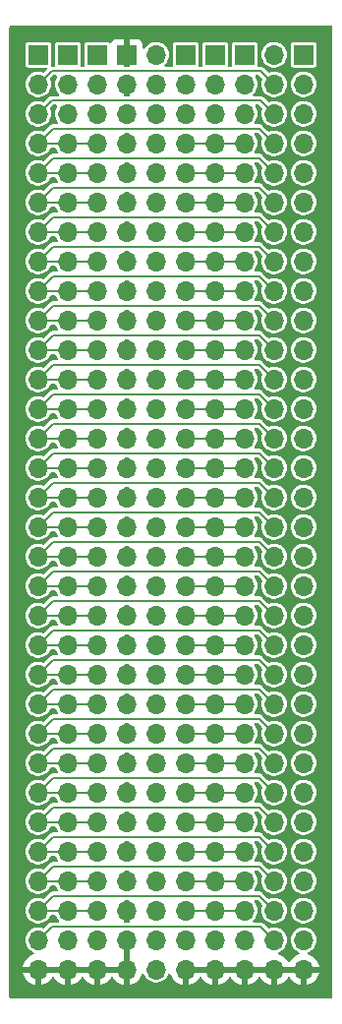
<source format=gbl>
G04 #@! TF.GenerationSoftware,KiCad,Pcbnew,(7.0.0)*
G04 #@! TF.CreationDate,2024-08-23T15:46:21-04:00*
G04 #@! TF.ProjectId,LB-BKOUT,4c422d42-4b4f-4555-942e-6b696361645f,1*
G04 #@! TF.SameCoordinates,Original*
G04 #@! TF.FileFunction,Copper,L2,Bot*
G04 #@! TF.FilePolarity,Positive*
%FSLAX46Y46*%
G04 Gerber Fmt 4.6, Leading zero omitted, Abs format (unit mm)*
G04 Created by KiCad (PCBNEW (7.0.0)) date 2024-08-23 15:46:21*
%MOMM*%
%LPD*%
G01*
G04 APERTURE LIST*
G04 #@! TA.AperFunction,ComponentPad*
%ADD10R,1.700000X1.700000*%
G04 #@! TD*
G04 #@! TA.AperFunction,ComponentPad*
%ADD11O,1.700000X1.700000*%
G04 #@! TD*
G04 #@! TA.AperFunction,Conductor*
%ADD12C,0.203200*%
G04 #@! TD*
G04 #@! TA.AperFunction,Conductor*
%ADD13C,0.200000*%
G04 #@! TD*
G04 APERTURE END LIST*
D10*
X134619999Y-53339999D03*
D11*
X137159999Y-53339999D03*
X134619999Y-55879999D03*
X137159999Y-55879999D03*
X134619999Y-58419999D03*
X137159999Y-58419999D03*
X134619999Y-60959999D03*
X137159999Y-60959999D03*
X134619999Y-63499999D03*
X137159999Y-63499999D03*
X134619999Y-66039999D03*
X137159999Y-66039999D03*
X134619999Y-68579999D03*
X137159999Y-68579999D03*
X134619999Y-71119999D03*
X137159999Y-71119999D03*
X134619999Y-73659999D03*
X137159999Y-73659999D03*
X134619999Y-76199999D03*
X137159999Y-76199999D03*
X134619999Y-78739999D03*
X137159999Y-78739999D03*
X134619999Y-81279999D03*
X137159999Y-81279999D03*
X134619999Y-83819999D03*
X137159999Y-83819999D03*
X134619999Y-86359999D03*
X137159999Y-86359999D03*
X134619999Y-88899999D03*
X137159999Y-88899999D03*
X134619999Y-91439999D03*
X137159999Y-91439999D03*
X134619999Y-93979999D03*
X137159999Y-93979999D03*
X134619999Y-96519999D03*
X137159999Y-96519999D03*
X134619999Y-99059999D03*
X137159999Y-99059999D03*
X134619999Y-101599999D03*
X137159999Y-101599999D03*
X134619999Y-104139999D03*
X137159999Y-104139999D03*
X134619999Y-106679999D03*
X137159999Y-106679999D03*
X134619999Y-109219999D03*
X137159999Y-109219999D03*
X134619999Y-111759999D03*
X137159999Y-111759999D03*
X134619999Y-114299999D03*
X137159999Y-114299999D03*
X134619999Y-116839999D03*
X137159999Y-116839999D03*
X134619999Y-119379999D03*
X137159999Y-119379999D03*
X134619999Y-121919999D03*
X137159999Y-121919999D03*
X134619999Y-124459999D03*
X137159999Y-124459999D03*
X134619999Y-126999999D03*
X137159999Y-126999999D03*
X134619999Y-129539999D03*
X137159999Y-129539999D03*
X134619999Y-132079999D03*
X137159999Y-132079999D03*
D10*
X149859999Y-53339999D03*
D11*
X147319999Y-53339999D03*
X149859999Y-55879999D03*
X147319999Y-55879999D03*
X149859999Y-58419999D03*
X147319999Y-58419999D03*
X149859999Y-60959999D03*
X147319999Y-60959999D03*
X149859999Y-63499999D03*
X147319999Y-63499999D03*
X149859999Y-66039999D03*
X147319999Y-66039999D03*
X149859999Y-68579999D03*
X147319999Y-68579999D03*
X149859999Y-71119999D03*
X147319999Y-71119999D03*
X149859999Y-73659999D03*
X147319999Y-73659999D03*
X149859999Y-76199999D03*
X147319999Y-76199999D03*
X149859999Y-78739999D03*
X147319999Y-78739999D03*
X149859999Y-81279999D03*
X147319999Y-81279999D03*
X149859999Y-83819999D03*
X147319999Y-83819999D03*
X149859999Y-86359999D03*
X147319999Y-86359999D03*
X149859999Y-88899999D03*
X147319999Y-88899999D03*
X149859999Y-91439999D03*
X147319999Y-91439999D03*
X149859999Y-93979999D03*
X147319999Y-93979999D03*
X149859999Y-96519999D03*
X147319999Y-96519999D03*
X149859999Y-99059999D03*
X147319999Y-99059999D03*
X149859999Y-101599999D03*
X147319999Y-101599999D03*
X149859999Y-104139999D03*
X147319999Y-104139999D03*
X149859999Y-106679999D03*
X147319999Y-106679999D03*
X149859999Y-109219999D03*
X147319999Y-109219999D03*
X149859999Y-111759999D03*
X147319999Y-111759999D03*
X149859999Y-114299999D03*
X147319999Y-114299999D03*
X149859999Y-116839999D03*
X147319999Y-116839999D03*
X149859999Y-119379999D03*
X147319999Y-119379999D03*
X149859999Y-121919999D03*
X147319999Y-121919999D03*
X149859999Y-124459999D03*
X147319999Y-124459999D03*
X149859999Y-126999999D03*
X147319999Y-126999999D03*
X149859999Y-129539999D03*
X147319999Y-129539999D03*
X149859999Y-132079999D03*
X147319999Y-132079999D03*
D10*
X142239999Y-53339999D03*
D11*
X142239999Y-55879999D03*
X142239999Y-58419999D03*
X142239999Y-60959999D03*
X142239999Y-63499999D03*
X142239999Y-66039999D03*
X142239999Y-68579999D03*
X142239999Y-71119999D03*
X142239999Y-73659999D03*
X142239999Y-76199999D03*
X142239999Y-78739999D03*
X142239999Y-81279999D03*
X142239999Y-83819999D03*
X142239999Y-86359999D03*
X142239999Y-88899999D03*
X142239999Y-91439999D03*
X142239999Y-93979999D03*
X142239999Y-96519999D03*
X142239999Y-99059999D03*
X142239999Y-101599999D03*
X142239999Y-104139999D03*
X142239999Y-106679999D03*
X142239999Y-109219999D03*
X142239999Y-111759999D03*
X142239999Y-114299999D03*
X142239999Y-116839999D03*
X142239999Y-119379999D03*
X142239999Y-121919999D03*
X142239999Y-124459999D03*
X142239999Y-126999999D03*
X142239999Y-129539999D03*
X142239999Y-132079999D03*
D10*
X144779999Y-53339999D03*
D11*
X144779999Y-55879999D03*
X144779999Y-58419999D03*
X144779999Y-60959999D03*
X144779999Y-63499999D03*
X144779999Y-66039999D03*
X144779999Y-68579999D03*
X144779999Y-71119999D03*
X144779999Y-73659999D03*
X144779999Y-76199999D03*
X144779999Y-78739999D03*
X144779999Y-81279999D03*
X144779999Y-83819999D03*
X144779999Y-86359999D03*
X144779999Y-88899999D03*
X144779999Y-91439999D03*
X144779999Y-93979999D03*
X144779999Y-96519999D03*
X144779999Y-99059999D03*
X144779999Y-101599999D03*
X144779999Y-104139999D03*
X144779999Y-106679999D03*
X144779999Y-109219999D03*
X144779999Y-111759999D03*
X144779999Y-114299999D03*
X144779999Y-116839999D03*
X144779999Y-119379999D03*
X144779999Y-121919999D03*
X144779999Y-124459999D03*
X144779999Y-126999999D03*
X144779999Y-129539999D03*
X144779999Y-132079999D03*
D10*
X139699999Y-53339999D03*
D11*
X139699999Y-55879999D03*
X139699999Y-58419999D03*
X139699999Y-60959999D03*
X139699999Y-63499999D03*
X139699999Y-66039999D03*
X139699999Y-68579999D03*
X139699999Y-71119999D03*
X139699999Y-73659999D03*
X139699999Y-76199999D03*
X139699999Y-78739999D03*
X139699999Y-81279999D03*
X139699999Y-83819999D03*
X139699999Y-86359999D03*
X139699999Y-88899999D03*
X139699999Y-91439999D03*
X139699999Y-93979999D03*
X139699999Y-96519999D03*
X139699999Y-99059999D03*
X139699999Y-101599999D03*
X139699999Y-104139999D03*
X139699999Y-106679999D03*
X139699999Y-109219999D03*
X139699999Y-111759999D03*
X139699999Y-114299999D03*
X139699999Y-116839999D03*
X139699999Y-119379999D03*
X139699999Y-121919999D03*
X139699999Y-124459999D03*
X139699999Y-126999999D03*
X139699999Y-129539999D03*
X139699999Y-132079999D03*
D10*
X126999999Y-53339999D03*
D11*
X126999999Y-55879999D03*
X126999999Y-58419999D03*
X126999999Y-60959999D03*
X126999999Y-63499999D03*
X126999999Y-66039999D03*
X126999999Y-68579999D03*
X126999999Y-71119999D03*
X126999999Y-73659999D03*
X126999999Y-76199999D03*
X126999999Y-78739999D03*
X126999999Y-81279999D03*
X126999999Y-83819999D03*
X126999999Y-86359999D03*
X126999999Y-88899999D03*
X126999999Y-91439999D03*
X126999999Y-93979999D03*
X126999999Y-96519999D03*
X126999999Y-99059999D03*
X126999999Y-101599999D03*
X126999999Y-104139999D03*
X126999999Y-106679999D03*
X126999999Y-109219999D03*
X126999999Y-111759999D03*
X126999999Y-114299999D03*
X126999999Y-116839999D03*
X126999999Y-119379999D03*
X126999999Y-121919999D03*
X126999999Y-124459999D03*
X126999999Y-126999999D03*
X126999999Y-129539999D03*
X126999999Y-132079999D03*
D10*
X129539999Y-53339999D03*
D11*
X129539999Y-55879999D03*
X129539999Y-58419999D03*
X129539999Y-60959999D03*
X129539999Y-63499999D03*
X129539999Y-66039999D03*
X129539999Y-68579999D03*
X129539999Y-71119999D03*
X129539999Y-73659999D03*
X129539999Y-76199999D03*
X129539999Y-78739999D03*
X129539999Y-81279999D03*
X129539999Y-83819999D03*
X129539999Y-86359999D03*
X129539999Y-88899999D03*
X129539999Y-91439999D03*
X129539999Y-93979999D03*
X129539999Y-96519999D03*
X129539999Y-99059999D03*
X129539999Y-101599999D03*
X129539999Y-104139999D03*
X129539999Y-106679999D03*
X129539999Y-109219999D03*
X129539999Y-111759999D03*
X129539999Y-114299999D03*
X129539999Y-116839999D03*
X129539999Y-119379999D03*
X129539999Y-121919999D03*
X129539999Y-124459999D03*
X129539999Y-126999999D03*
X129539999Y-129539999D03*
X129539999Y-132079999D03*
D10*
X132079999Y-53339999D03*
D11*
X132079999Y-55879999D03*
X132079999Y-58419999D03*
X132079999Y-60959999D03*
X132079999Y-63499999D03*
X132079999Y-66039999D03*
X132079999Y-68579999D03*
X132079999Y-71119999D03*
X132079999Y-73659999D03*
X132079999Y-76199999D03*
X132079999Y-78739999D03*
X132079999Y-81279999D03*
X132079999Y-83819999D03*
X132079999Y-86359999D03*
X132079999Y-88899999D03*
X132079999Y-91439999D03*
X132079999Y-93979999D03*
X132079999Y-96519999D03*
X132079999Y-99059999D03*
X132079999Y-101599999D03*
X132079999Y-104139999D03*
X132079999Y-106679999D03*
X132079999Y-109219999D03*
X132079999Y-111759999D03*
X132079999Y-114299999D03*
X132079999Y-116839999D03*
X132079999Y-119379999D03*
X132079999Y-121919999D03*
X132079999Y-124459999D03*
X132079999Y-126999999D03*
X132079999Y-129539999D03*
X132079999Y-132079999D03*
D12*
X128154800Y-128385200D02*
X127000000Y-129540000D01*
X128154800Y-128385200D02*
X146165200Y-128385200D01*
X128154800Y-54725200D02*
X127000000Y-55880000D01*
X128154800Y-54725200D02*
X146165200Y-54725200D01*
X128154800Y-57265200D02*
X127000000Y-58420000D01*
X128154800Y-57265200D02*
X146165200Y-57265200D01*
X147320000Y-129540000D02*
X146165200Y-128385200D01*
X147320000Y-58420000D02*
X146165200Y-57265200D01*
X147320000Y-55880000D02*
X146165200Y-54725200D01*
X139700000Y-60960000D02*
X144780000Y-60960000D01*
X128270000Y-59690000D02*
X127000000Y-60960000D01*
X127000000Y-60960000D02*
X132080000Y-60960000D01*
X128270000Y-59690000D02*
X146050000Y-59690000D01*
X146050000Y-59690000D02*
X147320000Y-60960000D01*
X139700000Y-63500000D02*
X144780000Y-63500000D01*
X146050000Y-62230000D02*
X147320000Y-63500000D01*
X128270000Y-62230000D02*
X146050000Y-62230000D01*
X128270000Y-62230000D02*
X127000000Y-63500000D01*
X127000000Y-63500000D02*
X132080000Y-63500000D01*
X144780000Y-66040000D02*
X139700000Y-66040000D01*
X128270000Y-64770000D02*
X146050000Y-64770000D01*
X128270000Y-64770000D02*
X127000000Y-66040000D01*
X127000000Y-66040000D02*
X132080000Y-66040000D01*
X146050000Y-64770000D02*
X147320000Y-66040000D01*
X139700000Y-68580000D02*
X144780000Y-68580000D01*
X128270000Y-67310000D02*
X146050000Y-67310000D01*
X127000000Y-68580000D02*
X132080000Y-68580000D01*
X146050000Y-67310000D02*
X147320000Y-68580000D01*
X128270000Y-67310000D02*
X127000000Y-68580000D01*
X139700000Y-71120000D02*
X144780000Y-71120000D01*
X127000000Y-71120000D02*
X132080000Y-71120000D01*
X128270000Y-69850000D02*
X146050000Y-69850000D01*
X146050000Y-69850000D02*
X147320000Y-71120000D01*
X128270000Y-69850000D02*
X127000000Y-71120000D01*
X139700000Y-73660000D02*
X144780000Y-73660000D01*
X128270000Y-72390000D02*
X146050000Y-72390000D01*
X127000000Y-73660000D02*
X132080000Y-73660000D01*
X128270000Y-72390000D02*
X127000000Y-73660000D01*
X146050000Y-72390000D02*
X147320000Y-73660000D01*
X139700000Y-76200000D02*
X144780000Y-76200000D01*
X146050000Y-74930000D02*
X147320000Y-76200000D01*
X128270000Y-74930000D02*
X146050000Y-74930000D01*
X127000000Y-76200000D02*
X132080000Y-76200000D01*
X128270000Y-74930000D02*
X127000000Y-76200000D01*
X146050000Y-77470000D02*
X147320000Y-78740000D01*
X128270000Y-77470000D02*
X127000000Y-78740000D01*
X128270000Y-77470000D02*
X146050000Y-77470000D01*
X127000000Y-78740000D02*
X132080000Y-78740000D01*
X139700000Y-78740000D02*
X144780000Y-78740000D01*
X128270000Y-80010000D02*
X127000000Y-81280000D01*
X146050000Y-80010000D02*
X147320000Y-81280000D01*
X127000000Y-81280000D02*
X132080000Y-81280000D01*
X128270000Y-80010000D02*
X146050000Y-80010000D01*
X139700000Y-81280000D02*
X144780000Y-81280000D01*
X127000000Y-83820000D02*
X132080000Y-83820000D01*
X128270000Y-82550000D02*
X146050000Y-82550000D01*
X146050000Y-82550000D02*
X147320000Y-83820000D01*
X128270000Y-82550000D02*
X127000000Y-83820000D01*
X139700000Y-83820000D02*
X144780000Y-83820000D01*
X127000000Y-86360000D02*
X132080000Y-86360000D01*
X128270000Y-85090000D02*
X127000000Y-86360000D01*
X128270000Y-85090000D02*
X146050000Y-85090000D01*
X146050000Y-85090000D02*
X147320000Y-86360000D01*
X139700000Y-86360000D02*
X144780000Y-86360000D01*
X127000000Y-88900000D02*
X132080000Y-88900000D01*
X146050000Y-87630000D02*
X147320000Y-88900000D01*
X128270000Y-87630000D02*
X127000000Y-88900000D01*
X128270000Y-87630000D02*
X146050000Y-87630000D01*
X139700000Y-88900000D02*
X144780000Y-88900000D01*
X128270000Y-90170000D02*
X146050000Y-90170000D01*
X146050000Y-90170000D02*
X147320000Y-91440000D01*
X127000000Y-91440000D02*
X132080000Y-91440000D01*
X128270000Y-90170000D02*
X127000000Y-91440000D01*
X139700000Y-91440000D02*
X144780000Y-91440000D01*
D13*
X127000000Y-93980000D02*
X132080000Y-93980000D01*
X128270000Y-92710000D02*
X146050000Y-92710000D01*
X128270000Y-92710000D02*
X127000000Y-93980000D01*
X146050000Y-92710000D02*
X147320000Y-93980000D01*
X139700000Y-93980000D02*
X144780000Y-93980000D01*
X128270000Y-95250000D02*
X146050000Y-95250000D01*
X128270000Y-95250000D02*
X127000000Y-96520000D01*
X127000000Y-96520000D02*
X132080000Y-96520000D01*
X146050000Y-95250000D02*
X147320000Y-96520000D01*
D12*
X128270000Y-97790000D02*
X146050000Y-97790000D01*
X146050000Y-97790000D02*
X147320000Y-99060000D01*
X128270000Y-97790000D02*
X127000000Y-99060000D01*
X127000000Y-99060000D02*
X132080000Y-99060000D01*
X139700000Y-99060000D02*
X144780000Y-99060000D01*
X146050000Y-100330000D02*
X147320000Y-101600000D01*
X128270000Y-100330000D02*
X146050000Y-100330000D01*
X128270000Y-100330000D02*
X127000000Y-101600000D01*
X127000000Y-101600000D02*
X132080000Y-101600000D01*
X139700000Y-101600000D02*
X144780000Y-101600000D01*
X128270000Y-102870000D02*
X146050000Y-102870000D01*
X128270000Y-102870000D02*
X127000000Y-104140000D01*
X146050000Y-102870000D02*
X147320000Y-104140000D01*
X127000000Y-104140000D02*
X132080000Y-104140000D01*
X139700000Y-104140000D02*
X144780000Y-104140000D01*
X127000000Y-106680000D02*
X132080000Y-106680000D01*
X128270000Y-105410000D02*
X127000000Y-106680000D01*
X128270000Y-105410000D02*
X146050000Y-105410000D01*
X146050000Y-105410000D02*
X147320000Y-106680000D01*
X139700000Y-106680000D02*
X144780000Y-106680000D01*
D13*
X139700000Y-96520000D02*
X144780000Y-96520000D01*
D12*
X139700000Y-109220000D02*
X144780000Y-109220000D01*
X128270000Y-107950000D02*
X127000000Y-109220000D01*
X127000000Y-109220000D02*
X132080000Y-109220000D01*
X128270000Y-107950000D02*
X146050000Y-107950000D01*
X146050000Y-107950000D02*
X147320000Y-109220000D01*
X139700000Y-111760000D02*
X144780000Y-111760000D01*
X128270000Y-110490000D02*
X146050000Y-110490000D01*
X127000000Y-111760000D02*
X132080000Y-111760000D01*
X146050000Y-110490000D02*
X147320000Y-111760000D01*
X128270000Y-110490000D02*
X127000000Y-111760000D01*
X139700000Y-114300000D02*
X144780000Y-114300000D01*
X146050000Y-113030000D02*
X147320000Y-114300000D01*
X127000000Y-114300000D02*
X132080000Y-114300000D01*
X128270000Y-113030000D02*
X146050000Y-113030000D01*
X128270000Y-113030000D02*
X127000000Y-114300000D01*
X139700000Y-116840000D02*
X144780000Y-116840000D01*
X128270000Y-115570000D02*
X127000000Y-116840000D01*
X128270000Y-115570000D02*
X146050000Y-115570000D01*
X146050000Y-115570000D02*
X147320000Y-116840000D01*
X127000000Y-116840000D02*
X132080000Y-116840000D01*
X139700000Y-119380000D02*
X144780000Y-119380000D01*
X128270000Y-118110000D02*
X127000000Y-119380000D01*
X132080000Y-119380000D02*
X127000000Y-119380000D01*
X146050000Y-118110000D02*
X147320000Y-119380000D01*
X128270000Y-118110000D02*
X146050000Y-118110000D01*
X139700000Y-121920000D02*
X144780000Y-121920000D01*
X146050000Y-120650000D02*
X147320000Y-121920000D01*
X128270000Y-120650000D02*
X146050000Y-120650000D01*
X127000000Y-121920000D02*
X132080000Y-121920000D01*
X128270000Y-120650000D02*
X127000000Y-121920000D01*
X139700000Y-124460000D02*
X144780000Y-124460000D01*
X146050000Y-123190000D02*
X147320000Y-124460000D01*
X127000000Y-124460000D02*
X132080000Y-124460000D01*
X128270000Y-123190000D02*
X146050000Y-123190000D01*
X128270000Y-123190000D02*
X127000000Y-124460000D01*
X139700000Y-127000000D02*
X144780000Y-127000000D01*
X146050000Y-125730000D02*
X147320000Y-127000000D01*
X128270000Y-125730000D02*
X127000000Y-127000000D01*
X128270000Y-125730000D02*
X146050000Y-125730000D01*
X127000000Y-127000000D02*
X132080000Y-127000000D01*
G04 #@! TA.AperFunction,Conductor*
G36*
X134811000Y-126102981D02*
G01*
X134857119Y-126149100D01*
X134874000Y-126212100D01*
X134874000Y-127903100D01*
X134857119Y-127966100D01*
X134811000Y-128012219D01*
X134748000Y-128029100D01*
X134492000Y-128029100D01*
X134429000Y-128012219D01*
X134382881Y-127966100D01*
X134366000Y-127903100D01*
X134366000Y-126212100D01*
X134382881Y-126149100D01*
X134429000Y-126102981D01*
X134492000Y-126086100D01*
X134748000Y-126086100D01*
X134811000Y-126102981D01*
G37*
G04 #@! TD.AperFunction*
G04 #@! TA.AperFunction,Conductor*
G36*
X134811000Y-123562981D02*
G01*
X134857119Y-123609100D01*
X134874000Y-123672100D01*
X134874000Y-125247900D01*
X134857119Y-125310900D01*
X134811000Y-125357019D01*
X134748000Y-125373900D01*
X134492000Y-125373900D01*
X134429000Y-125357019D01*
X134382881Y-125310900D01*
X134366000Y-125247900D01*
X134366000Y-123672100D01*
X134382881Y-123609100D01*
X134429000Y-123562981D01*
X134492000Y-123546100D01*
X134748000Y-123546100D01*
X134811000Y-123562981D01*
G37*
G04 #@! TD.AperFunction*
G04 #@! TA.AperFunction,Conductor*
G36*
X134811000Y-121022981D02*
G01*
X134857119Y-121069100D01*
X134874000Y-121132100D01*
X134874000Y-122707900D01*
X134857119Y-122770900D01*
X134811000Y-122817019D01*
X134748000Y-122833900D01*
X134492000Y-122833900D01*
X134429000Y-122817019D01*
X134382881Y-122770900D01*
X134366000Y-122707900D01*
X134366000Y-121132100D01*
X134382881Y-121069100D01*
X134429000Y-121022981D01*
X134492000Y-121006100D01*
X134748000Y-121006100D01*
X134811000Y-121022981D01*
G37*
G04 #@! TD.AperFunction*
G04 #@! TA.AperFunction,Conductor*
G36*
X134811000Y-118482981D02*
G01*
X134857119Y-118529100D01*
X134874000Y-118592100D01*
X134874000Y-120167900D01*
X134857119Y-120230900D01*
X134811000Y-120277019D01*
X134748000Y-120293900D01*
X134492000Y-120293900D01*
X134429000Y-120277019D01*
X134382881Y-120230900D01*
X134366000Y-120167900D01*
X134366000Y-118592100D01*
X134382881Y-118529100D01*
X134429000Y-118482981D01*
X134492000Y-118466100D01*
X134748000Y-118466100D01*
X134811000Y-118482981D01*
G37*
G04 #@! TD.AperFunction*
G04 #@! TA.AperFunction,Conductor*
G36*
X134811000Y-115942981D02*
G01*
X134857119Y-115989100D01*
X134874000Y-116052100D01*
X134874000Y-117627900D01*
X134857119Y-117690900D01*
X134811000Y-117737019D01*
X134748000Y-117753900D01*
X134492000Y-117753900D01*
X134429000Y-117737019D01*
X134382881Y-117690900D01*
X134366000Y-117627900D01*
X134366000Y-116052100D01*
X134382881Y-115989100D01*
X134429000Y-115942981D01*
X134492000Y-115926100D01*
X134748000Y-115926100D01*
X134811000Y-115942981D01*
G37*
G04 #@! TD.AperFunction*
G04 #@! TA.AperFunction,Conductor*
G36*
X134811000Y-113402981D02*
G01*
X134857119Y-113449100D01*
X134874000Y-113512100D01*
X134874000Y-115087900D01*
X134857119Y-115150900D01*
X134811000Y-115197019D01*
X134748000Y-115213900D01*
X134492000Y-115213900D01*
X134429000Y-115197019D01*
X134382881Y-115150900D01*
X134366000Y-115087900D01*
X134366000Y-113512100D01*
X134382881Y-113449100D01*
X134429000Y-113402981D01*
X134492000Y-113386100D01*
X134748000Y-113386100D01*
X134811000Y-113402981D01*
G37*
G04 #@! TD.AperFunction*
G04 #@! TA.AperFunction,Conductor*
G36*
X134811000Y-110862981D02*
G01*
X134857119Y-110909100D01*
X134874000Y-110972100D01*
X134874000Y-112547900D01*
X134857119Y-112610900D01*
X134811000Y-112657019D01*
X134748000Y-112673900D01*
X134492000Y-112673900D01*
X134429000Y-112657019D01*
X134382881Y-112610900D01*
X134366000Y-112547900D01*
X134366000Y-110972100D01*
X134382881Y-110909100D01*
X134429000Y-110862981D01*
X134492000Y-110846100D01*
X134748000Y-110846100D01*
X134811000Y-110862981D01*
G37*
G04 #@! TD.AperFunction*
G04 #@! TA.AperFunction,Conductor*
G36*
X134811000Y-108322981D02*
G01*
X134857119Y-108369100D01*
X134874000Y-108432100D01*
X134874000Y-110007900D01*
X134857119Y-110070900D01*
X134811000Y-110117019D01*
X134748000Y-110133900D01*
X134492000Y-110133900D01*
X134429000Y-110117019D01*
X134382881Y-110070900D01*
X134366000Y-110007900D01*
X134366000Y-108432100D01*
X134382881Y-108369100D01*
X134429000Y-108322981D01*
X134492000Y-108306100D01*
X134748000Y-108306100D01*
X134811000Y-108322981D01*
G37*
G04 #@! TD.AperFunction*
G04 #@! TA.AperFunction,Conductor*
G36*
X134811000Y-105782981D02*
G01*
X134857119Y-105829100D01*
X134874000Y-105892100D01*
X134874000Y-107467900D01*
X134857119Y-107530900D01*
X134811000Y-107577019D01*
X134748000Y-107593900D01*
X134492000Y-107593900D01*
X134429000Y-107577019D01*
X134382881Y-107530900D01*
X134366000Y-107467900D01*
X134366000Y-105892100D01*
X134382881Y-105829100D01*
X134429000Y-105782981D01*
X134492000Y-105766100D01*
X134748000Y-105766100D01*
X134811000Y-105782981D01*
G37*
G04 #@! TD.AperFunction*
G04 #@! TA.AperFunction,Conductor*
G36*
X134811000Y-103242981D02*
G01*
X134857119Y-103289100D01*
X134874000Y-103352100D01*
X134874000Y-104927900D01*
X134857119Y-104990900D01*
X134811000Y-105037019D01*
X134748000Y-105053900D01*
X134492000Y-105053900D01*
X134429000Y-105037019D01*
X134382881Y-104990900D01*
X134366000Y-104927900D01*
X134366000Y-103352100D01*
X134382881Y-103289100D01*
X134429000Y-103242981D01*
X134492000Y-103226100D01*
X134748000Y-103226100D01*
X134811000Y-103242981D01*
G37*
G04 #@! TD.AperFunction*
G04 #@! TA.AperFunction,Conductor*
G36*
X134811000Y-100702981D02*
G01*
X134857119Y-100749100D01*
X134874000Y-100812100D01*
X134874000Y-102387900D01*
X134857119Y-102450900D01*
X134811000Y-102497019D01*
X134748000Y-102513900D01*
X134492000Y-102513900D01*
X134429000Y-102497019D01*
X134382881Y-102450900D01*
X134366000Y-102387900D01*
X134366000Y-100812100D01*
X134382881Y-100749100D01*
X134429000Y-100702981D01*
X134492000Y-100686100D01*
X134748000Y-100686100D01*
X134811000Y-100702981D01*
G37*
G04 #@! TD.AperFunction*
G04 #@! TA.AperFunction,Conductor*
G36*
X134811000Y-98162981D02*
G01*
X134857119Y-98209100D01*
X134874000Y-98272100D01*
X134874000Y-99847900D01*
X134857119Y-99910900D01*
X134811000Y-99957019D01*
X134748000Y-99973900D01*
X134492000Y-99973900D01*
X134429000Y-99957019D01*
X134382881Y-99910900D01*
X134366000Y-99847900D01*
X134366000Y-98272100D01*
X134382881Y-98209100D01*
X134429000Y-98162981D01*
X134492000Y-98146100D01*
X134748000Y-98146100D01*
X134811000Y-98162981D01*
G37*
G04 #@! TD.AperFunction*
G04 #@! TA.AperFunction,Conductor*
G36*
X134811000Y-95621381D02*
G01*
X134857119Y-95667500D01*
X134874000Y-95730500D01*
X134874000Y-97307900D01*
X134857119Y-97370900D01*
X134811000Y-97417019D01*
X134748000Y-97433900D01*
X134492000Y-97433900D01*
X134429000Y-97417019D01*
X134382881Y-97370900D01*
X134366000Y-97307900D01*
X134366000Y-95730500D01*
X134382881Y-95667500D01*
X134429000Y-95621381D01*
X134492000Y-95604500D01*
X134748000Y-95604500D01*
X134811000Y-95621381D01*
G37*
G04 #@! TD.AperFunction*
G04 #@! TA.AperFunction,Conductor*
G36*
X134811000Y-93081381D02*
G01*
X134857119Y-93127500D01*
X134874000Y-93190500D01*
X134874000Y-94769500D01*
X134857119Y-94832500D01*
X134811000Y-94878619D01*
X134748000Y-94895500D01*
X134492000Y-94895500D01*
X134429000Y-94878619D01*
X134382881Y-94832500D01*
X134366000Y-94769500D01*
X134366000Y-93190500D01*
X134382881Y-93127500D01*
X134429000Y-93081381D01*
X134492000Y-93064500D01*
X134748000Y-93064500D01*
X134811000Y-93081381D01*
G37*
G04 #@! TD.AperFunction*
G04 #@! TA.AperFunction,Conductor*
G36*
X134811000Y-90542981D02*
G01*
X134857119Y-90589100D01*
X134874000Y-90652100D01*
X134874000Y-92229500D01*
X134857119Y-92292500D01*
X134811000Y-92338619D01*
X134748000Y-92355500D01*
X134492000Y-92355500D01*
X134429000Y-92338619D01*
X134382881Y-92292500D01*
X134366000Y-92229500D01*
X134366000Y-90652100D01*
X134382881Y-90589100D01*
X134429000Y-90542981D01*
X134492000Y-90526100D01*
X134748000Y-90526100D01*
X134811000Y-90542981D01*
G37*
G04 #@! TD.AperFunction*
G04 #@! TA.AperFunction,Conductor*
G36*
X134811000Y-88002981D02*
G01*
X134857119Y-88049100D01*
X134874000Y-88112100D01*
X134874000Y-89687900D01*
X134857119Y-89750900D01*
X134811000Y-89797019D01*
X134748000Y-89813900D01*
X134492000Y-89813900D01*
X134429000Y-89797019D01*
X134382881Y-89750900D01*
X134366000Y-89687900D01*
X134366000Y-88112100D01*
X134382881Y-88049100D01*
X134429000Y-88002981D01*
X134492000Y-87986100D01*
X134748000Y-87986100D01*
X134811000Y-88002981D01*
G37*
G04 #@! TD.AperFunction*
G04 #@! TA.AperFunction,Conductor*
G36*
X134811000Y-85462981D02*
G01*
X134857119Y-85509100D01*
X134874000Y-85572100D01*
X134874000Y-87147900D01*
X134857119Y-87210900D01*
X134811000Y-87257019D01*
X134748000Y-87273900D01*
X134492000Y-87273900D01*
X134429000Y-87257019D01*
X134382881Y-87210900D01*
X134366000Y-87147900D01*
X134366000Y-85572100D01*
X134382881Y-85509100D01*
X134429000Y-85462981D01*
X134492000Y-85446100D01*
X134748000Y-85446100D01*
X134811000Y-85462981D01*
G37*
G04 #@! TD.AperFunction*
G04 #@! TA.AperFunction,Conductor*
G36*
X134811000Y-82922981D02*
G01*
X134857119Y-82969100D01*
X134874000Y-83032100D01*
X134874000Y-84607900D01*
X134857119Y-84670900D01*
X134811000Y-84717019D01*
X134748000Y-84733900D01*
X134492000Y-84733900D01*
X134429000Y-84717019D01*
X134382881Y-84670900D01*
X134366000Y-84607900D01*
X134366000Y-83032100D01*
X134382881Y-82969100D01*
X134429000Y-82922981D01*
X134492000Y-82906100D01*
X134748000Y-82906100D01*
X134811000Y-82922981D01*
G37*
G04 #@! TD.AperFunction*
G04 #@! TA.AperFunction,Conductor*
G36*
X134811000Y-80382981D02*
G01*
X134857119Y-80429100D01*
X134874000Y-80492100D01*
X134874000Y-82067900D01*
X134857119Y-82130900D01*
X134811000Y-82177019D01*
X134748000Y-82193900D01*
X134492000Y-82193900D01*
X134429000Y-82177019D01*
X134382881Y-82130900D01*
X134366000Y-82067900D01*
X134366000Y-80492100D01*
X134382881Y-80429100D01*
X134429000Y-80382981D01*
X134492000Y-80366100D01*
X134748000Y-80366100D01*
X134811000Y-80382981D01*
G37*
G04 #@! TD.AperFunction*
G04 #@! TA.AperFunction,Conductor*
G36*
X134811000Y-77842981D02*
G01*
X134857119Y-77889100D01*
X134874000Y-77952100D01*
X134874000Y-79527900D01*
X134857119Y-79590900D01*
X134811000Y-79637019D01*
X134748000Y-79653900D01*
X134492000Y-79653900D01*
X134429000Y-79637019D01*
X134382881Y-79590900D01*
X134366000Y-79527900D01*
X134366000Y-77952100D01*
X134382881Y-77889100D01*
X134429000Y-77842981D01*
X134492000Y-77826100D01*
X134748000Y-77826100D01*
X134811000Y-77842981D01*
G37*
G04 #@! TD.AperFunction*
G04 #@! TA.AperFunction,Conductor*
G36*
X134811000Y-75302981D02*
G01*
X134857119Y-75349100D01*
X134874000Y-75412100D01*
X134874000Y-76987900D01*
X134857119Y-77050900D01*
X134811000Y-77097019D01*
X134748000Y-77113900D01*
X134492000Y-77113900D01*
X134429000Y-77097019D01*
X134382881Y-77050900D01*
X134366000Y-76987900D01*
X134366000Y-75412100D01*
X134382881Y-75349100D01*
X134429000Y-75302981D01*
X134492000Y-75286100D01*
X134748000Y-75286100D01*
X134811000Y-75302981D01*
G37*
G04 #@! TD.AperFunction*
G04 #@! TA.AperFunction,Conductor*
G36*
X134811000Y-72762981D02*
G01*
X134857119Y-72809100D01*
X134874000Y-72872100D01*
X134874000Y-74447900D01*
X134857119Y-74510900D01*
X134811000Y-74557019D01*
X134748000Y-74573900D01*
X134492000Y-74573900D01*
X134429000Y-74557019D01*
X134382881Y-74510900D01*
X134366000Y-74447900D01*
X134366000Y-72872100D01*
X134382881Y-72809100D01*
X134429000Y-72762981D01*
X134492000Y-72746100D01*
X134748000Y-72746100D01*
X134811000Y-72762981D01*
G37*
G04 #@! TD.AperFunction*
G04 #@! TA.AperFunction,Conductor*
G36*
X134811000Y-70222981D02*
G01*
X134857119Y-70269100D01*
X134874000Y-70332100D01*
X134874000Y-71907900D01*
X134857119Y-71970900D01*
X134811000Y-72017019D01*
X134748000Y-72033900D01*
X134492000Y-72033900D01*
X134429000Y-72017019D01*
X134382881Y-71970900D01*
X134366000Y-71907900D01*
X134366000Y-70332100D01*
X134382881Y-70269100D01*
X134429000Y-70222981D01*
X134492000Y-70206100D01*
X134748000Y-70206100D01*
X134811000Y-70222981D01*
G37*
G04 #@! TD.AperFunction*
G04 #@! TA.AperFunction,Conductor*
G36*
X134811000Y-67682981D02*
G01*
X134857119Y-67729100D01*
X134874000Y-67792100D01*
X134874000Y-69367900D01*
X134857119Y-69430900D01*
X134811000Y-69477019D01*
X134748000Y-69493900D01*
X134492000Y-69493900D01*
X134429000Y-69477019D01*
X134382881Y-69430900D01*
X134366000Y-69367900D01*
X134366000Y-67792100D01*
X134382881Y-67729100D01*
X134429000Y-67682981D01*
X134492000Y-67666100D01*
X134748000Y-67666100D01*
X134811000Y-67682981D01*
G37*
G04 #@! TD.AperFunction*
G04 #@! TA.AperFunction,Conductor*
G36*
X134811000Y-65142981D02*
G01*
X134857119Y-65189100D01*
X134874000Y-65252100D01*
X134874000Y-66827900D01*
X134857119Y-66890900D01*
X134811000Y-66937019D01*
X134748000Y-66953900D01*
X134492000Y-66953900D01*
X134429000Y-66937019D01*
X134382881Y-66890900D01*
X134366000Y-66827900D01*
X134366000Y-65252100D01*
X134382881Y-65189100D01*
X134429000Y-65142981D01*
X134492000Y-65126100D01*
X134748000Y-65126100D01*
X134811000Y-65142981D01*
G37*
G04 #@! TD.AperFunction*
G04 #@! TA.AperFunction,Conductor*
G36*
X134811000Y-62602981D02*
G01*
X134857119Y-62649100D01*
X134874000Y-62712100D01*
X134874000Y-64287900D01*
X134857119Y-64350900D01*
X134811000Y-64397019D01*
X134748000Y-64413900D01*
X134492000Y-64413900D01*
X134429000Y-64397019D01*
X134382881Y-64350900D01*
X134366000Y-64287900D01*
X134366000Y-62712100D01*
X134382881Y-62649100D01*
X134429000Y-62602981D01*
X134492000Y-62586100D01*
X134748000Y-62586100D01*
X134811000Y-62602981D01*
G37*
G04 #@! TD.AperFunction*
G04 #@! TA.AperFunction,Conductor*
G36*
X134811000Y-60062981D02*
G01*
X134857119Y-60109100D01*
X134874000Y-60172100D01*
X134874000Y-61747900D01*
X134857119Y-61810900D01*
X134811000Y-61857019D01*
X134748000Y-61873900D01*
X134492000Y-61873900D01*
X134429000Y-61857019D01*
X134382881Y-61810900D01*
X134366000Y-61747900D01*
X134366000Y-60172100D01*
X134382881Y-60109100D01*
X134429000Y-60062981D01*
X134492000Y-60046100D01*
X134748000Y-60046100D01*
X134811000Y-60062981D01*
G37*
G04 #@! TD.AperFunction*
G04 #@! TA.AperFunction,Conductor*
G36*
X134811000Y-57638181D02*
G01*
X134857119Y-57684300D01*
X134874000Y-57747300D01*
X134874000Y-59207900D01*
X134857119Y-59270900D01*
X134811000Y-59317019D01*
X134748000Y-59333900D01*
X134492000Y-59333900D01*
X134429000Y-59317019D01*
X134382881Y-59270900D01*
X134366000Y-59207900D01*
X134366000Y-57747300D01*
X134382881Y-57684300D01*
X134429000Y-57638181D01*
X134492000Y-57621300D01*
X134748000Y-57621300D01*
X134811000Y-57638181D01*
G37*
G04 #@! TD.AperFunction*
G04 #@! TA.AperFunction,Conductor*
G36*
X134811000Y-55098181D02*
G01*
X134857119Y-55144300D01*
X134874000Y-55207300D01*
X134874000Y-56783100D01*
X134857119Y-56846100D01*
X134811000Y-56892219D01*
X134748000Y-56909100D01*
X134492000Y-56909100D01*
X134429000Y-56892219D01*
X134382881Y-56846100D01*
X134366000Y-56783100D01*
X134366000Y-55207300D01*
X134382881Y-55144300D01*
X134429000Y-55098181D01*
X134492000Y-55081300D01*
X134748000Y-55081300D01*
X134811000Y-55098181D01*
G37*
G04 #@! TD.AperFunction*
G04 #@! TA.AperFunction,Conductor*
G36*
X152286500Y-50867381D02*
G01*
X152332619Y-50913500D01*
X152349500Y-50976500D01*
X152349500Y-134443500D01*
X152332619Y-134506500D01*
X152286500Y-134552619D01*
X152223500Y-134569500D01*
X124636500Y-134569500D01*
X124573500Y-134552619D01*
X124527381Y-134506500D01*
X124510500Y-134443500D01*
X124510500Y-132336565D01*
X125666751Y-132336565D01*
X125666986Y-132347943D01*
X125709900Y-132517408D01*
X125713270Y-132527223D01*
X125799488Y-132723778D01*
X125804431Y-132732913D01*
X125921822Y-132912593D01*
X125928210Y-132920799D01*
X126073567Y-133078700D01*
X126081211Y-133085737D01*
X126250588Y-133217568D01*
X126259281Y-133223247D01*
X126448042Y-133325400D01*
X126457559Y-133329575D01*
X126660557Y-133399264D01*
X126670627Y-133401814D01*
X126732461Y-133412132D01*
X126743598Y-133411556D01*
X126746000Y-133400664D01*
X127254000Y-133400664D01*
X127256401Y-133411556D01*
X127267538Y-133412132D01*
X127329372Y-133401814D01*
X127339442Y-133399264D01*
X127542440Y-133329575D01*
X127551957Y-133325400D01*
X127740718Y-133223247D01*
X127749411Y-133217568D01*
X127918788Y-133085737D01*
X127926432Y-133078700D01*
X128071789Y-132920799D01*
X128078181Y-132912588D01*
X128164516Y-132780442D01*
X128210029Y-132738544D01*
X128269998Y-132723357D01*
X128329968Y-132738543D01*
X128375482Y-132780441D01*
X128461822Y-132912592D01*
X128468210Y-132920799D01*
X128613567Y-133078700D01*
X128621211Y-133085737D01*
X128790588Y-133217568D01*
X128799281Y-133223247D01*
X128988042Y-133325400D01*
X128997559Y-133329575D01*
X129200557Y-133399264D01*
X129210627Y-133401814D01*
X129272461Y-133412132D01*
X129283598Y-133411556D01*
X129286000Y-133400664D01*
X129794000Y-133400664D01*
X129796401Y-133411556D01*
X129807538Y-133412132D01*
X129869372Y-133401814D01*
X129879442Y-133399264D01*
X130082440Y-133329575D01*
X130091957Y-133325400D01*
X130280718Y-133223247D01*
X130289411Y-133217568D01*
X130458788Y-133085737D01*
X130466432Y-133078700D01*
X130611789Y-132920799D01*
X130618181Y-132912588D01*
X130704516Y-132780442D01*
X130750029Y-132738544D01*
X130809998Y-132723357D01*
X130869968Y-132738543D01*
X130915482Y-132780441D01*
X131001822Y-132912592D01*
X131008210Y-132920799D01*
X131153567Y-133078700D01*
X131161211Y-133085737D01*
X131330588Y-133217568D01*
X131339281Y-133223247D01*
X131528042Y-133325400D01*
X131537559Y-133329575D01*
X131740557Y-133399264D01*
X131750627Y-133401814D01*
X131812461Y-133412132D01*
X131823598Y-133411556D01*
X131826000Y-133400664D01*
X132334000Y-133400664D01*
X132336401Y-133411556D01*
X132347538Y-133412132D01*
X132409372Y-133401814D01*
X132419442Y-133399264D01*
X132622440Y-133329575D01*
X132631957Y-133325400D01*
X132820718Y-133223247D01*
X132829411Y-133217568D01*
X132998788Y-133085737D01*
X133006432Y-133078700D01*
X133151789Y-132920799D01*
X133158181Y-132912588D01*
X133244516Y-132780442D01*
X133290029Y-132738544D01*
X133349998Y-132723357D01*
X133409968Y-132738543D01*
X133455482Y-132780441D01*
X133541822Y-132912592D01*
X133548210Y-132920799D01*
X133693567Y-133078700D01*
X133701211Y-133085737D01*
X133870588Y-133217568D01*
X133879281Y-133223247D01*
X134068042Y-133325400D01*
X134077559Y-133329575D01*
X134280557Y-133399264D01*
X134290627Y-133401814D01*
X134352461Y-133412132D01*
X134363598Y-133411556D01*
X134366000Y-133400664D01*
X134366000Y-132350590D01*
X134362493Y-132337506D01*
X134349410Y-132334000D01*
X132350590Y-132334000D01*
X132337506Y-132337506D01*
X132334000Y-132350590D01*
X132334000Y-133400664D01*
X131826000Y-133400664D01*
X131826000Y-132350590D01*
X131822493Y-132337506D01*
X131809410Y-132334000D01*
X129810590Y-132334000D01*
X129797506Y-132337506D01*
X129794000Y-132350590D01*
X129794000Y-133400664D01*
X129286000Y-133400664D01*
X129286000Y-132350590D01*
X129282493Y-132337506D01*
X129269410Y-132334000D01*
X127270590Y-132334000D01*
X127257506Y-132337506D01*
X127254000Y-132350590D01*
X127254000Y-133400664D01*
X126746000Y-133400664D01*
X126746000Y-132350590D01*
X126742493Y-132337506D01*
X126729410Y-132334000D01*
X125677840Y-132334000D01*
X125666751Y-132336565D01*
X124510500Y-132336565D01*
X124510500Y-131823434D01*
X125666751Y-131823434D01*
X125677840Y-131826000D01*
X134349410Y-131826000D01*
X134362493Y-131822493D01*
X134366000Y-131809410D01*
X134366000Y-128867300D01*
X134382881Y-128804300D01*
X134429000Y-128758181D01*
X134492000Y-128741300D01*
X134748000Y-128741300D01*
X134811000Y-128758181D01*
X134857119Y-128804300D01*
X134874000Y-128867300D01*
X134874000Y-133400664D01*
X134876401Y-133411556D01*
X134887538Y-133412132D01*
X134949372Y-133401814D01*
X134959442Y-133399264D01*
X135162440Y-133329575D01*
X135171957Y-133325400D01*
X135360718Y-133223247D01*
X135369411Y-133217568D01*
X135538788Y-133085737D01*
X135546432Y-133078700D01*
X135691789Y-132920799D01*
X135698177Y-132912593D01*
X135815568Y-132732913D01*
X135820511Y-132723778D01*
X135906724Y-132527233D01*
X135907768Y-132524195D01*
X135908706Y-132522716D01*
X135908822Y-132522453D01*
X135908862Y-132522470D01*
X135939198Y-132474677D01*
X135989639Y-132444751D01*
X136048163Y-132440902D01*
X136102089Y-132463963D01*
X136139731Y-132508935D01*
X136216912Y-132663935D01*
X136220421Y-132668582D01*
X136220422Y-132668583D01*
X136336755Y-132822634D01*
X136336759Y-132822638D01*
X136340268Y-132827285D01*
X136344570Y-132831207D01*
X136344573Y-132831210D01*
X136432466Y-132911335D01*
X136491538Y-132965186D01*
X136665573Y-133072944D01*
X136856444Y-133146888D01*
X137057653Y-133184500D01*
X137256519Y-133184500D01*
X137262347Y-133184500D01*
X137463556Y-133146888D01*
X137654427Y-133072944D01*
X137828462Y-132965186D01*
X137979732Y-132827285D01*
X138103088Y-132663935D01*
X138180270Y-132508932D01*
X138217907Y-132463965D01*
X138271830Y-132440903D01*
X138330352Y-132444748D01*
X138380793Y-132474669D01*
X138411139Y-132522470D01*
X138411178Y-132522453D01*
X138411288Y-132522706D01*
X138412226Y-132524182D01*
X138413269Y-132527221D01*
X138499488Y-132723778D01*
X138504431Y-132732913D01*
X138621822Y-132912593D01*
X138628210Y-132920799D01*
X138773567Y-133078700D01*
X138781211Y-133085737D01*
X138950588Y-133217568D01*
X138959281Y-133223247D01*
X139148042Y-133325400D01*
X139157559Y-133329575D01*
X139360557Y-133399264D01*
X139370627Y-133401814D01*
X139432461Y-133412132D01*
X139443598Y-133411556D01*
X139446000Y-133400664D01*
X139954000Y-133400664D01*
X139956401Y-133411556D01*
X139967538Y-133412132D01*
X140029372Y-133401814D01*
X140039442Y-133399264D01*
X140242440Y-133329575D01*
X140251957Y-133325400D01*
X140440718Y-133223247D01*
X140449411Y-133217568D01*
X140618788Y-133085737D01*
X140626432Y-133078700D01*
X140771789Y-132920799D01*
X140778177Y-132912593D01*
X140864517Y-132780441D01*
X140910031Y-132738543D01*
X140970000Y-132723357D01*
X141029969Y-132738543D01*
X141075483Y-132780441D01*
X141161822Y-132912593D01*
X141168210Y-132920799D01*
X141313567Y-133078700D01*
X141321211Y-133085737D01*
X141490588Y-133217568D01*
X141499281Y-133223247D01*
X141688042Y-133325400D01*
X141697559Y-133329575D01*
X141900557Y-133399264D01*
X141910627Y-133401814D01*
X141972461Y-133412132D01*
X141983598Y-133411556D01*
X141986000Y-133400664D01*
X142494000Y-133400664D01*
X142496401Y-133411556D01*
X142507538Y-133412132D01*
X142569372Y-133401814D01*
X142579442Y-133399264D01*
X142782440Y-133329575D01*
X142791957Y-133325400D01*
X142980718Y-133223247D01*
X142989411Y-133217568D01*
X143158788Y-133085737D01*
X143166432Y-133078700D01*
X143311789Y-132920799D01*
X143318177Y-132912593D01*
X143404517Y-132780441D01*
X143450031Y-132738543D01*
X143510000Y-132723357D01*
X143569969Y-132738543D01*
X143615483Y-132780441D01*
X143701822Y-132912593D01*
X143708210Y-132920799D01*
X143853567Y-133078700D01*
X143861211Y-133085737D01*
X144030588Y-133217568D01*
X144039281Y-133223247D01*
X144228042Y-133325400D01*
X144237559Y-133329575D01*
X144440557Y-133399264D01*
X144450627Y-133401814D01*
X144512461Y-133412132D01*
X144523598Y-133411556D01*
X144526000Y-133400664D01*
X145034000Y-133400664D01*
X145036401Y-133411556D01*
X145047538Y-133412132D01*
X145109372Y-133401814D01*
X145119442Y-133399264D01*
X145322440Y-133329575D01*
X145331957Y-133325400D01*
X145520718Y-133223247D01*
X145529411Y-133217568D01*
X145698788Y-133085737D01*
X145706432Y-133078700D01*
X145851789Y-132920799D01*
X145858177Y-132912593D01*
X145944517Y-132780441D01*
X145990031Y-132738543D01*
X146050000Y-132723357D01*
X146109969Y-132738543D01*
X146155483Y-132780441D01*
X146241822Y-132912593D01*
X146248210Y-132920799D01*
X146393567Y-133078700D01*
X146401211Y-133085737D01*
X146570588Y-133217568D01*
X146579281Y-133223247D01*
X146768042Y-133325400D01*
X146777559Y-133329575D01*
X146980557Y-133399264D01*
X146990627Y-133401814D01*
X147052461Y-133412132D01*
X147063598Y-133411556D01*
X147066000Y-133400664D01*
X147574000Y-133400664D01*
X147576401Y-133411556D01*
X147587538Y-133412132D01*
X147649372Y-133401814D01*
X147659442Y-133399264D01*
X147862440Y-133329575D01*
X147871957Y-133325400D01*
X148060718Y-133223247D01*
X148069411Y-133217568D01*
X148238788Y-133085737D01*
X148246432Y-133078700D01*
X148391789Y-132920799D01*
X148398177Y-132912593D01*
X148484517Y-132780441D01*
X148530031Y-132738543D01*
X148590000Y-132723357D01*
X148649969Y-132738543D01*
X148695483Y-132780441D01*
X148781822Y-132912593D01*
X148788210Y-132920799D01*
X148933567Y-133078700D01*
X148941211Y-133085737D01*
X149110588Y-133217568D01*
X149119281Y-133223247D01*
X149308042Y-133325400D01*
X149317559Y-133329575D01*
X149520557Y-133399264D01*
X149530627Y-133401814D01*
X149592461Y-133412132D01*
X149603598Y-133411556D01*
X149606000Y-133400664D01*
X150114000Y-133400664D01*
X150116401Y-133411556D01*
X150127538Y-133412132D01*
X150189372Y-133401814D01*
X150199442Y-133399264D01*
X150402440Y-133329575D01*
X150411957Y-133325400D01*
X150600718Y-133223247D01*
X150609411Y-133217568D01*
X150778788Y-133085737D01*
X150786432Y-133078700D01*
X150931789Y-132920799D01*
X150938177Y-132912593D01*
X151055568Y-132732913D01*
X151060511Y-132723778D01*
X151146729Y-132527223D01*
X151150099Y-132517408D01*
X151193013Y-132347943D01*
X151193248Y-132336565D01*
X151182160Y-132334000D01*
X150130590Y-132334000D01*
X150117506Y-132337506D01*
X150114000Y-132350590D01*
X150114000Y-133400664D01*
X149606000Y-133400664D01*
X149606000Y-132350590D01*
X149602493Y-132337506D01*
X149589410Y-132334000D01*
X147590590Y-132334000D01*
X147577506Y-132337506D01*
X147574000Y-132350590D01*
X147574000Y-133400664D01*
X147066000Y-133400664D01*
X147066000Y-132350590D01*
X147062493Y-132337506D01*
X147049410Y-132334000D01*
X145050590Y-132334000D01*
X145037506Y-132337506D01*
X145034000Y-132350590D01*
X145034000Y-133400664D01*
X144526000Y-133400664D01*
X144526000Y-132350590D01*
X144522493Y-132337506D01*
X144509410Y-132334000D01*
X142510590Y-132334000D01*
X142497506Y-132337506D01*
X142494000Y-132350590D01*
X142494000Y-133400664D01*
X141986000Y-133400664D01*
X141986000Y-132350590D01*
X141982493Y-132337506D01*
X141969410Y-132334000D01*
X139970590Y-132334000D01*
X139957506Y-132337506D01*
X139954000Y-132350590D01*
X139954000Y-133400664D01*
X139446000Y-133400664D01*
X139446000Y-131952000D01*
X139462881Y-131889000D01*
X139509000Y-131842881D01*
X139572000Y-131826000D01*
X151182160Y-131826000D01*
X151193248Y-131823434D01*
X151193013Y-131812056D01*
X151150099Y-131642591D01*
X151146729Y-131632776D01*
X151060511Y-131436221D01*
X151055568Y-131427086D01*
X150938177Y-131247406D01*
X150931789Y-131239200D01*
X150786432Y-131081299D01*
X150778788Y-131074262D01*
X150609411Y-130942431D01*
X150600718Y-130936752D01*
X150411957Y-130834599D01*
X150402440Y-130830424D01*
X150296195Y-130793951D01*
X150245073Y-130760834D01*
X150215459Y-130707606D01*
X150214274Y-130646706D01*
X150241795Y-130592366D01*
X150291588Y-130557287D01*
X150354427Y-130532944D01*
X150528462Y-130425186D01*
X150679732Y-130287285D01*
X150803088Y-130123935D01*
X150894328Y-129940701D01*
X150950345Y-129743821D01*
X150969232Y-129540000D01*
X150950345Y-129336179D01*
X150894328Y-129139299D01*
X150803088Y-128956065D01*
X150760860Y-128900146D01*
X150683244Y-128797365D01*
X150683241Y-128797361D01*
X150679732Y-128792715D01*
X150675429Y-128788792D01*
X150675426Y-128788789D01*
X150532764Y-128658736D01*
X150532765Y-128658736D01*
X150528462Y-128654814D01*
X150523512Y-128651749D01*
X150523508Y-128651746D01*
X150359387Y-128550127D01*
X150359386Y-128550126D01*
X150354427Y-128547056D01*
X150274206Y-128515978D01*
X150168989Y-128475216D01*
X150168981Y-128475213D01*
X150163556Y-128473112D01*
X150157839Y-128472043D01*
X150157831Y-128472041D01*
X149968073Y-128436570D01*
X149968069Y-128436569D01*
X149962347Y-128435500D01*
X149757653Y-128435500D01*
X149751931Y-128436569D01*
X149751926Y-128436570D01*
X149562168Y-128472041D01*
X149562157Y-128472043D01*
X149556444Y-128473112D01*
X149551021Y-128475212D01*
X149551010Y-128475216D01*
X149371011Y-128544949D01*
X149371008Y-128544950D01*
X149365573Y-128547056D01*
X149360617Y-128550124D01*
X149360612Y-128550127D01*
X149196491Y-128651746D01*
X149196481Y-128651752D01*
X149191538Y-128654814D01*
X149187239Y-128658732D01*
X149187235Y-128658736D01*
X149044573Y-128788789D01*
X149044565Y-128788797D01*
X149040268Y-128792715D01*
X149036763Y-128797355D01*
X149036755Y-128797365D01*
X148920422Y-128951416D01*
X148920418Y-128951421D01*
X148916912Y-128956065D01*
X148914319Y-128961273D01*
X148914314Y-128961281D01*
X148828497Y-129133626D01*
X148825672Y-129139299D01*
X148824078Y-129144899D01*
X148824076Y-129144906D01*
X148771250Y-129330572D01*
X148769655Y-129336179D01*
X148769118Y-129341972D01*
X148769116Y-129341984D01*
X148751306Y-129534194D01*
X148750768Y-129540000D01*
X148751306Y-129545806D01*
X148769116Y-129738015D01*
X148769117Y-129738025D01*
X148769655Y-129743821D01*
X148771249Y-129749426D01*
X148771250Y-129749427D01*
X148823955Y-129934669D01*
X148825672Y-129940701D01*
X148916912Y-130123935D01*
X148920421Y-130128582D01*
X148920422Y-130128583D01*
X149036755Y-130282634D01*
X149036759Y-130282638D01*
X149040268Y-130287285D01*
X149044570Y-130291207D01*
X149044573Y-130291210D01*
X149132466Y-130371335D01*
X149191538Y-130425186D01*
X149365573Y-130532944D01*
X149418562Y-130553472D01*
X149428409Y-130557287D01*
X149478204Y-130592367D01*
X149505725Y-130646706D01*
X149504540Y-130707606D01*
X149474926Y-130760834D01*
X149423804Y-130793951D01*
X149317560Y-130830424D01*
X149308042Y-130834599D01*
X149119281Y-130936752D01*
X149110588Y-130942431D01*
X148941211Y-131074262D01*
X148933567Y-131081299D01*
X148788210Y-131239200D01*
X148781822Y-131247407D01*
X148695483Y-131379558D01*
X148649969Y-131421456D01*
X148590000Y-131436642D01*
X148530031Y-131421456D01*
X148484517Y-131379558D01*
X148398177Y-131247407D01*
X148391789Y-131239200D01*
X148246432Y-131081299D01*
X148238788Y-131074262D01*
X148069411Y-130942431D01*
X148060718Y-130936752D01*
X147871957Y-130834599D01*
X147862440Y-130830424D01*
X147756195Y-130793951D01*
X147705073Y-130760834D01*
X147675459Y-130707606D01*
X147674274Y-130646706D01*
X147701795Y-130592366D01*
X147751588Y-130557287D01*
X147814427Y-130532944D01*
X147988462Y-130425186D01*
X148139732Y-130287285D01*
X148263088Y-130123935D01*
X148354328Y-129940701D01*
X148410345Y-129743821D01*
X148429232Y-129540000D01*
X148410345Y-129336179D01*
X148354328Y-129139299D01*
X148263088Y-128956065D01*
X148220860Y-128900146D01*
X148143244Y-128797365D01*
X148143241Y-128797361D01*
X148139732Y-128792715D01*
X148135429Y-128788792D01*
X148135426Y-128788789D01*
X147992764Y-128658736D01*
X147992765Y-128658736D01*
X147988462Y-128654814D01*
X147983512Y-128651749D01*
X147983508Y-128651746D01*
X147819387Y-128550127D01*
X147819386Y-128550126D01*
X147814427Y-128547056D01*
X147734206Y-128515978D01*
X147628989Y-128475216D01*
X147628981Y-128475213D01*
X147623556Y-128473112D01*
X147617839Y-128472043D01*
X147617831Y-128472041D01*
X147428073Y-128436570D01*
X147428069Y-128436569D01*
X147422347Y-128435500D01*
X147217653Y-128435500D01*
X147211931Y-128436569D01*
X147211926Y-128436570D01*
X147022165Y-128472042D01*
X147022159Y-128472043D01*
X147016444Y-128473112D01*
X147011023Y-128475211D01*
X147011016Y-128475214D01*
X146905793Y-128515978D01*
X146858336Y-128524471D01*
X146811164Y-128514520D01*
X146771182Y-128487581D01*
X146452358Y-128168757D01*
X146437665Y-128150664D01*
X146436523Y-128149423D01*
X146430814Y-128140685D01*
X146422575Y-128134272D01*
X146406848Y-128122031D01*
X146402800Y-128118744D01*
X146399825Y-128116224D01*
X146396135Y-128112534D01*
X146380205Y-128101160D01*
X146376083Y-128098086D01*
X146337028Y-128067689D01*
X146329899Y-128065241D01*
X146323761Y-128060859D01*
X146313765Y-128057883D01*
X146313757Y-128057879D01*
X146276338Y-128046739D01*
X146271381Y-128045152D01*
X146234492Y-128032488D01*
X146234491Y-128032487D01*
X146224623Y-128029100D01*
X146217084Y-128029100D01*
X146209856Y-128026948D01*
X146199426Y-128027379D01*
X146199423Y-128027379D01*
X146160444Y-128028992D01*
X146155236Y-128029100D01*
X145615839Y-128029100D01*
X145557601Y-128014833D01*
X145512552Y-127975265D01*
X145490892Y-127919354D01*
X145497527Y-127859762D01*
X145530954Y-127809985D01*
X145595421Y-127751215D01*
X145595426Y-127751210D01*
X145599732Y-127747285D01*
X145723088Y-127583935D01*
X145814328Y-127400701D01*
X145870345Y-127203821D01*
X145889232Y-127000000D01*
X145870345Y-126796179D01*
X145814328Y-126599299D01*
X145723088Y-126416065D01*
X145626401Y-126288031D01*
X145601489Y-126223726D01*
X145614161Y-126155937D01*
X145660622Y-126104973D01*
X145726952Y-126086100D01*
X145850308Y-126086100D01*
X145898526Y-126095691D01*
X145939404Y-126123005D01*
X146264790Y-126448392D01*
X146293185Y-126491969D01*
X146301560Y-126543302D01*
X146289837Y-126588444D01*
X146290373Y-126588652D01*
X146288584Y-126593269D01*
X146288487Y-126593644D01*
X146288271Y-126594077D01*
X146288266Y-126594087D01*
X146285672Y-126599299D01*
X146284080Y-126604894D01*
X146284077Y-126604902D01*
X146231250Y-126790572D01*
X146229655Y-126796179D01*
X146229118Y-126801972D01*
X146229116Y-126801984D01*
X146211306Y-126994194D01*
X146210768Y-127000000D01*
X146211306Y-127005806D01*
X146229116Y-127198015D01*
X146229117Y-127198025D01*
X146229655Y-127203821D01*
X146231249Y-127209426D01*
X146231250Y-127209427D01*
X146283955Y-127394669D01*
X146285672Y-127400701D01*
X146376912Y-127583935D01*
X146380421Y-127588582D01*
X146380422Y-127588583D01*
X146496755Y-127742634D01*
X146496759Y-127742638D01*
X146500268Y-127747285D01*
X146504570Y-127751207D01*
X146504573Y-127751210D01*
X146592466Y-127831335D01*
X146651538Y-127885186D01*
X146825573Y-127992944D01*
X146952459Y-128042100D01*
X147010065Y-128064417D01*
X147016444Y-128066888D01*
X147217653Y-128104500D01*
X147416519Y-128104500D01*
X147422347Y-128104500D01*
X147623556Y-128066888D01*
X147814427Y-127992944D01*
X147988462Y-127885186D01*
X148139732Y-127747285D01*
X148263088Y-127583935D01*
X148354328Y-127400701D01*
X148410345Y-127203821D01*
X148429232Y-127000000D01*
X148750768Y-127000000D01*
X148751306Y-127005806D01*
X148769116Y-127198015D01*
X148769117Y-127198025D01*
X148769655Y-127203821D01*
X148771249Y-127209426D01*
X148771250Y-127209427D01*
X148823955Y-127394669D01*
X148825672Y-127400701D01*
X148916912Y-127583935D01*
X148920421Y-127588582D01*
X148920422Y-127588583D01*
X149036755Y-127742634D01*
X149036759Y-127742638D01*
X149040268Y-127747285D01*
X149044570Y-127751207D01*
X149044573Y-127751210D01*
X149132466Y-127831335D01*
X149191538Y-127885186D01*
X149365573Y-127992944D01*
X149492459Y-128042100D01*
X149550065Y-128064417D01*
X149556444Y-128066888D01*
X149757653Y-128104500D01*
X149956519Y-128104500D01*
X149962347Y-128104500D01*
X150163556Y-128066888D01*
X150354427Y-127992944D01*
X150528462Y-127885186D01*
X150679732Y-127747285D01*
X150803088Y-127583935D01*
X150894328Y-127400701D01*
X150950345Y-127203821D01*
X150969232Y-127000000D01*
X150950345Y-126796179D01*
X150894328Y-126599299D01*
X150803088Y-126416065D01*
X150679732Y-126252715D01*
X150675429Y-126248792D01*
X150675426Y-126248789D01*
X150532764Y-126118736D01*
X150532765Y-126118736D01*
X150528462Y-126114814D01*
X150523512Y-126111749D01*
X150523508Y-126111746D01*
X150359387Y-126010127D01*
X150359386Y-126010126D01*
X150354427Y-126007056D01*
X150274206Y-125975978D01*
X150168989Y-125935216D01*
X150168981Y-125935213D01*
X150163556Y-125933112D01*
X150157839Y-125932043D01*
X150157831Y-125932041D01*
X149968073Y-125896570D01*
X149968069Y-125896569D01*
X149962347Y-125895500D01*
X149757653Y-125895500D01*
X149751931Y-125896569D01*
X149751926Y-125896570D01*
X149562168Y-125932041D01*
X149562157Y-125932043D01*
X149556444Y-125933112D01*
X149551021Y-125935212D01*
X149551010Y-125935216D01*
X149371011Y-126004949D01*
X149371008Y-126004950D01*
X149365573Y-126007056D01*
X149360617Y-126010124D01*
X149360612Y-126010127D01*
X149196491Y-126111746D01*
X149196481Y-126111752D01*
X149191538Y-126114814D01*
X149187239Y-126118732D01*
X149187235Y-126118736D01*
X149044573Y-126248789D01*
X149044565Y-126248797D01*
X149040268Y-126252715D01*
X149036763Y-126257355D01*
X149036755Y-126257365D01*
X148920422Y-126411416D01*
X148920418Y-126411421D01*
X148916912Y-126416065D01*
X148914319Y-126421273D01*
X148914314Y-126421281D01*
X148828488Y-126593644D01*
X148825672Y-126599299D01*
X148824078Y-126604899D01*
X148824076Y-126604906D01*
X148771250Y-126790572D01*
X148769655Y-126796179D01*
X148769118Y-126801972D01*
X148769116Y-126801984D01*
X148751306Y-126994194D01*
X148750768Y-127000000D01*
X148429232Y-127000000D01*
X148410345Y-126796179D01*
X148354328Y-126599299D01*
X148263088Y-126416065D01*
X148139732Y-126252715D01*
X148135429Y-126248792D01*
X148135426Y-126248789D01*
X147992764Y-126118736D01*
X147992765Y-126118736D01*
X147988462Y-126114814D01*
X147983512Y-126111749D01*
X147983508Y-126111746D01*
X147819387Y-126010127D01*
X147819386Y-126010126D01*
X147814427Y-126007056D01*
X147734206Y-125975978D01*
X147628989Y-125935216D01*
X147628981Y-125935213D01*
X147623556Y-125933112D01*
X147617839Y-125932043D01*
X147617831Y-125932041D01*
X147428073Y-125896570D01*
X147428069Y-125896569D01*
X147422347Y-125895500D01*
X147217653Y-125895500D01*
X147211931Y-125896569D01*
X147211926Y-125896570D01*
X147022165Y-125932042D01*
X147022159Y-125932043D01*
X147016444Y-125933112D01*
X147011023Y-125935211D01*
X147011016Y-125935214D01*
X146905793Y-125975978D01*
X146858336Y-125984471D01*
X146811164Y-125974520D01*
X146771182Y-125947581D01*
X146337158Y-125513557D01*
X146322465Y-125495464D01*
X146321323Y-125494223D01*
X146315614Y-125485485D01*
X146307375Y-125479072D01*
X146291648Y-125466831D01*
X146287600Y-125463544D01*
X146284625Y-125461024D01*
X146280935Y-125457334D01*
X146265005Y-125445960D01*
X146260883Y-125442886D01*
X146221828Y-125412489D01*
X146214699Y-125410041D01*
X146208561Y-125405659D01*
X146198565Y-125402683D01*
X146198557Y-125402679D01*
X146161138Y-125391539D01*
X146156181Y-125389952D01*
X146119292Y-125377288D01*
X146119291Y-125377287D01*
X146109423Y-125373900D01*
X146101884Y-125373900D01*
X146094656Y-125371748D01*
X146084226Y-125372179D01*
X146084223Y-125372179D01*
X146045244Y-125373792D01*
X146040036Y-125373900D01*
X145726952Y-125373900D01*
X145660622Y-125355027D01*
X145614161Y-125304063D01*
X145601489Y-125236274D01*
X145626402Y-125171968D01*
X145670998Y-125112913D01*
X145723088Y-125043935D01*
X145814328Y-124860701D01*
X145870345Y-124663821D01*
X145889232Y-124460000D01*
X145870345Y-124256179D01*
X145814328Y-124059299D01*
X145723088Y-123876065D01*
X145626401Y-123748031D01*
X145601489Y-123683726D01*
X145614161Y-123615937D01*
X145660622Y-123564973D01*
X145726952Y-123546100D01*
X145850308Y-123546100D01*
X145898526Y-123555691D01*
X145939404Y-123583005D01*
X146264790Y-123908392D01*
X146293185Y-123951969D01*
X146301560Y-124003302D01*
X146289837Y-124048444D01*
X146290373Y-124048652D01*
X146288584Y-124053269D01*
X146288487Y-124053644D01*
X146288271Y-124054077D01*
X146288266Y-124054087D01*
X146285672Y-124059299D01*
X146284080Y-124064894D01*
X146284077Y-124064902D01*
X146231250Y-124250572D01*
X146229655Y-124256179D01*
X146229118Y-124261972D01*
X146229116Y-124261984D01*
X146211306Y-124454194D01*
X146210768Y-124460000D01*
X146211306Y-124465806D01*
X146229116Y-124658015D01*
X146229117Y-124658025D01*
X146229655Y-124663821D01*
X146231249Y-124669426D01*
X146231250Y-124669427D01*
X146283955Y-124854669D01*
X146285672Y-124860701D01*
X146376912Y-125043935D01*
X146380421Y-125048582D01*
X146380422Y-125048583D01*
X146496755Y-125202634D01*
X146496759Y-125202638D01*
X146500268Y-125207285D01*
X146504570Y-125211207D01*
X146504573Y-125211210D01*
X146544820Y-125247900D01*
X146651538Y-125345186D01*
X146656489Y-125348251D01*
X146656491Y-125348253D01*
X146725207Y-125390800D01*
X146825573Y-125452944D01*
X147016444Y-125526888D01*
X147217653Y-125564500D01*
X147416519Y-125564500D01*
X147422347Y-125564500D01*
X147623556Y-125526888D01*
X147814427Y-125452944D01*
X147988462Y-125345186D01*
X148139732Y-125207285D01*
X148263088Y-125043935D01*
X148354328Y-124860701D01*
X148410345Y-124663821D01*
X148429232Y-124460000D01*
X148750768Y-124460000D01*
X148751306Y-124465806D01*
X148769116Y-124658015D01*
X148769117Y-124658025D01*
X148769655Y-124663821D01*
X148771249Y-124669426D01*
X148771250Y-124669427D01*
X148823955Y-124854669D01*
X148825672Y-124860701D01*
X148916912Y-125043935D01*
X148920421Y-125048582D01*
X148920422Y-125048583D01*
X149036755Y-125202634D01*
X149036759Y-125202638D01*
X149040268Y-125207285D01*
X149044570Y-125211207D01*
X149044573Y-125211210D01*
X149084820Y-125247900D01*
X149191538Y-125345186D01*
X149196489Y-125348251D01*
X149196491Y-125348253D01*
X149265207Y-125390800D01*
X149365573Y-125452944D01*
X149556444Y-125526888D01*
X149757653Y-125564500D01*
X149956519Y-125564500D01*
X149962347Y-125564500D01*
X150163556Y-125526888D01*
X150354427Y-125452944D01*
X150528462Y-125345186D01*
X150679732Y-125207285D01*
X150803088Y-125043935D01*
X150894328Y-124860701D01*
X150950345Y-124663821D01*
X150969232Y-124460000D01*
X150950345Y-124256179D01*
X150894328Y-124059299D01*
X150803088Y-123876065D01*
X150679732Y-123712715D01*
X150675429Y-123708792D01*
X150675426Y-123708789D01*
X150532764Y-123578736D01*
X150532765Y-123578736D01*
X150528462Y-123574814D01*
X150523512Y-123571749D01*
X150523508Y-123571746D01*
X150359387Y-123470127D01*
X150359386Y-123470126D01*
X150354427Y-123467056D01*
X150274206Y-123435978D01*
X150168989Y-123395216D01*
X150168981Y-123395213D01*
X150163556Y-123393112D01*
X150157839Y-123392043D01*
X150157831Y-123392041D01*
X149968073Y-123356570D01*
X149968069Y-123356569D01*
X149962347Y-123355500D01*
X149757653Y-123355500D01*
X149751931Y-123356569D01*
X149751926Y-123356570D01*
X149562168Y-123392041D01*
X149562157Y-123392043D01*
X149556444Y-123393112D01*
X149551021Y-123395212D01*
X149551010Y-123395216D01*
X149371011Y-123464949D01*
X149371008Y-123464950D01*
X149365573Y-123467056D01*
X149360617Y-123470124D01*
X149360612Y-123470127D01*
X149196491Y-123571746D01*
X149196481Y-123571752D01*
X149191538Y-123574814D01*
X149187239Y-123578732D01*
X149187235Y-123578736D01*
X149044573Y-123708789D01*
X149044565Y-123708797D01*
X149040268Y-123712715D01*
X149036763Y-123717355D01*
X149036755Y-123717365D01*
X148920422Y-123871416D01*
X148920418Y-123871421D01*
X148916912Y-123876065D01*
X148914319Y-123881273D01*
X148914314Y-123881281D01*
X148828488Y-124053644D01*
X148825672Y-124059299D01*
X148824078Y-124064899D01*
X148824076Y-124064906D01*
X148771250Y-124250572D01*
X148769655Y-124256179D01*
X148769118Y-124261972D01*
X148769116Y-124261984D01*
X148751306Y-124454194D01*
X148750768Y-124460000D01*
X148429232Y-124460000D01*
X148410345Y-124256179D01*
X148354328Y-124059299D01*
X148263088Y-123876065D01*
X148139732Y-123712715D01*
X148135429Y-123708792D01*
X148135426Y-123708789D01*
X147992764Y-123578736D01*
X147992765Y-123578736D01*
X147988462Y-123574814D01*
X147983512Y-123571749D01*
X147983508Y-123571746D01*
X147819387Y-123470127D01*
X147819386Y-123470126D01*
X147814427Y-123467056D01*
X147734206Y-123435978D01*
X147628989Y-123395216D01*
X147628981Y-123395213D01*
X147623556Y-123393112D01*
X147617839Y-123392043D01*
X147617831Y-123392041D01*
X147428073Y-123356570D01*
X147428069Y-123356569D01*
X147422347Y-123355500D01*
X147217653Y-123355500D01*
X147211931Y-123356569D01*
X147211926Y-123356570D01*
X147022165Y-123392042D01*
X147022159Y-123392043D01*
X147016444Y-123393112D01*
X147011023Y-123395211D01*
X147011016Y-123395214D01*
X146905793Y-123435978D01*
X146858336Y-123444471D01*
X146811164Y-123434520D01*
X146771182Y-123407581D01*
X146337158Y-122973557D01*
X146322465Y-122955464D01*
X146321323Y-122954223D01*
X146315614Y-122945485D01*
X146307375Y-122939072D01*
X146291648Y-122926831D01*
X146287600Y-122923544D01*
X146284625Y-122921024D01*
X146280935Y-122917334D01*
X146265005Y-122905960D01*
X146260883Y-122902886D01*
X146221828Y-122872489D01*
X146214699Y-122870041D01*
X146208561Y-122865659D01*
X146198565Y-122862683D01*
X146198557Y-122862679D01*
X146161138Y-122851539D01*
X146156181Y-122849952D01*
X146119292Y-122837288D01*
X146119291Y-122837287D01*
X146109423Y-122833900D01*
X146101884Y-122833900D01*
X146094656Y-122831748D01*
X146084226Y-122832179D01*
X146084223Y-122832179D01*
X146045244Y-122833792D01*
X146040036Y-122833900D01*
X145726952Y-122833900D01*
X145660622Y-122815027D01*
X145614161Y-122764063D01*
X145601489Y-122696274D01*
X145626402Y-122631968D01*
X145670998Y-122572913D01*
X145723088Y-122503935D01*
X145814328Y-122320701D01*
X145870345Y-122123821D01*
X145889232Y-121920000D01*
X145870345Y-121716179D01*
X145814328Y-121519299D01*
X145723088Y-121336065D01*
X145626401Y-121208031D01*
X145601489Y-121143726D01*
X145614161Y-121075937D01*
X145660622Y-121024973D01*
X145726952Y-121006100D01*
X145850308Y-121006100D01*
X145898526Y-121015691D01*
X145939404Y-121043005D01*
X146264790Y-121368392D01*
X146293185Y-121411969D01*
X146301560Y-121463302D01*
X146289837Y-121508444D01*
X146290373Y-121508652D01*
X146288584Y-121513269D01*
X146288487Y-121513644D01*
X146288271Y-121514077D01*
X146288266Y-121514087D01*
X146285672Y-121519299D01*
X146284080Y-121524894D01*
X146284077Y-121524902D01*
X146231250Y-121710572D01*
X146229655Y-121716179D01*
X146229118Y-121721972D01*
X146229116Y-121721984D01*
X146211306Y-121914194D01*
X146210768Y-121920000D01*
X146211306Y-121925806D01*
X146229116Y-122118015D01*
X146229117Y-122118025D01*
X146229655Y-122123821D01*
X146231249Y-122129426D01*
X146231250Y-122129427D01*
X146283955Y-122314669D01*
X146285672Y-122320701D01*
X146376912Y-122503935D01*
X146380421Y-122508582D01*
X146380422Y-122508583D01*
X146496755Y-122662634D01*
X146496759Y-122662638D01*
X146500268Y-122667285D01*
X146504570Y-122671207D01*
X146504573Y-122671210D01*
X146544820Y-122707900D01*
X146651538Y-122805186D01*
X146656489Y-122808251D01*
X146656491Y-122808253D01*
X146725207Y-122850800D01*
X146825573Y-122912944D01*
X147016444Y-122986888D01*
X147217653Y-123024500D01*
X147416519Y-123024500D01*
X147422347Y-123024500D01*
X147623556Y-122986888D01*
X147814427Y-122912944D01*
X147988462Y-122805186D01*
X148139732Y-122667285D01*
X148263088Y-122503935D01*
X148354328Y-122320701D01*
X148410345Y-122123821D01*
X148429232Y-121920000D01*
X148750768Y-121920000D01*
X148751306Y-121925806D01*
X148769116Y-122118015D01*
X148769117Y-122118025D01*
X148769655Y-122123821D01*
X148771249Y-122129426D01*
X148771250Y-122129427D01*
X148823955Y-122314669D01*
X148825672Y-122320701D01*
X148916912Y-122503935D01*
X148920421Y-122508582D01*
X148920422Y-122508583D01*
X149036755Y-122662634D01*
X149036759Y-122662638D01*
X149040268Y-122667285D01*
X149044570Y-122671207D01*
X149044573Y-122671210D01*
X149084820Y-122707900D01*
X149191538Y-122805186D01*
X149196489Y-122808251D01*
X149196491Y-122808253D01*
X149265207Y-122850800D01*
X149365573Y-122912944D01*
X149556444Y-122986888D01*
X149757653Y-123024500D01*
X149956519Y-123024500D01*
X149962347Y-123024500D01*
X150163556Y-122986888D01*
X150354427Y-122912944D01*
X150528462Y-122805186D01*
X150679732Y-122667285D01*
X150803088Y-122503935D01*
X150894328Y-122320701D01*
X150950345Y-122123821D01*
X150969232Y-121920000D01*
X150950345Y-121716179D01*
X150894328Y-121519299D01*
X150803088Y-121336065D01*
X150679732Y-121172715D01*
X150675429Y-121168792D01*
X150675426Y-121168789D01*
X150532764Y-121038736D01*
X150532765Y-121038736D01*
X150528462Y-121034814D01*
X150523512Y-121031749D01*
X150523508Y-121031746D01*
X150359387Y-120930127D01*
X150359386Y-120930126D01*
X150354427Y-120927056D01*
X150274206Y-120895978D01*
X150168989Y-120855216D01*
X150168981Y-120855213D01*
X150163556Y-120853112D01*
X150157839Y-120852043D01*
X150157831Y-120852041D01*
X149968073Y-120816570D01*
X149968069Y-120816569D01*
X149962347Y-120815500D01*
X149757653Y-120815500D01*
X149751931Y-120816569D01*
X149751926Y-120816570D01*
X149562168Y-120852041D01*
X149562157Y-120852043D01*
X149556444Y-120853112D01*
X149551021Y-120855212D01*
X149551010Y-120855216D01*
X149371011Y-120924949D01*
X149371008Y-120924950D01*
X149365573Y-120927056D01*
X149360617Y-120930124D01*
X149360612Y-120930127D01*
X149196491Y-121031746D01*
X149196481Y-121031752D01*
X149191538Y-121034814D01*
X149187239Y-121038732D01*
X149187235Y-121038736D01*
X149044573Y-121168789D01*
X149044565Y-121168797D01*
X149040268Y-121172715D01*
X149036763Y-121177355D01*
X149036755Y-121177365D01*
X148920422Y-121331416D01*
X148920418Y-121331421D01*
X148916912Y-121336065D01*
X148914319Y-121341273D01*
X148914314Y-121341281D01*
X148828488Y-121513644D01*
X148825672Y-121519299D01*
X148824078Y-121524899D01*
X148824076Y-121524906D01*
X148771250Y-121710572D01*
X148769655Y-121716179D01*
X148769118Y-121721972D01*
X148769116Y-121721984D01*
X148751306Y-121914194D01*
X148750768Y-121920000D01*
X148429232Y-121920000D01*
X148410345Y-121716179D01*
X148354328Y-121519299D01*
X148263088Y-121336065D01*
X148139732Y-121172715D01*
X148135429Y-121168792D01*
X148135426Y-121168789D01*
X147992764Y-121038736D01*
X147992765Y-121038736D01*
X147988462Y-121034814D01*
X147983512Y-121031749D01*
X147983508Y-121031746D01*
X147819387Y-120930127D01*
X147819386Y-120930126D01*
X147814427Y-120927056D01*
X147734206Y-120895978D01*
X147628989Y-120855216D01*
X147628981Y-120855213D01*
X147623556Y-120853112D01*
X147617839Y-120852043D01*
X147617831Y-120852041D01*
X147428073Y-120816570D01*
X147428069Y-120816569D01*
X147422347Y-120815500D01*
X147217653Y-120815500D01*
X147211931Y-120816569D01*
X147211926Y-120816570D01*
X147022165Y-120852042D01*
X147022159Y-120852043D01*
X147016444Y-120853112D01*
X147011023Y-120855211D01*
X147011016Y-120855214D01*
X146905793Y-120895978D01*
X146858336Y-120904471D01*
X146811164Y-120894520D01*
X146771182Y-120867581D01*
X146337158Y-120433557D01*
X146322465Y-120415464D01*
X146321323Y-120414223D01*
X146315614Y-120405485D01*
X146307375Y-120399072D01*
X146291648Y-120386831D01*
X146287600Y-120383544D01*
X146284625Y-120381024D01*
X146280935Y-120377334D01*
X146265005Y-120365960D01*
X146260883Y-120362886D01*
X146221828Y-120332489D01*
X146214699Y-120330041D01*
X146208561Y-120325659D01*
X146198565Y-120322683D01*
X146198557Y-120322679D01*
X146161138Y-120311539D01*
X146156181Y-120309952D01*
X146119292Y-120297288D01*
X146119291Y-120297287D01*
X146109423Y-120293900D01*
X146101884Y-120293900D01*
X146094656Y-120291748D01*
X146084226Y-120292179D01*
X146084223Y-120292179D01*
X146045244Y-120293792D01*
X146040036Y-120293900D01*
X145726952Y-120293900D01*
X145660622Y-120275027D01*
X145614161Y-120224063D01*
X145601489Y-120156274D01*
X145626402Y-120091968D01*
X145670998Y-120032913D01*
X145723088Y-119963935D01*
X145814328Y-119780701D01*
X145870345Y-119583821D01*
X145889232Y-119380000D01*
X145870345Y-119176179D01*
X145814328Y-118979299D01*
X145723088Y-118796065D01*
X145626401Y-118668031D01*
X145601489Y-118603726D01*
X145614161Y-118535937D01*
X145660622Y-118484973D01*
X145726952Y-118466100D01*
X145850308Y-118466100D01*
X145898526Y-118475691D01*
X145939404Y-118503005D01*
X146264790Y-118828392D01*
X146293185Y-118871969D01*
X146301560Y-118923302D01*
X146289837Y-118968444D01*
X146290373Y-118968652D01*
X146288584Y-118973269D01*
X146288487Y-118973644D01*
X146288271Y-118974077D01*
X146288266Y-118974087D01*
X146285672Y-118979299D01*
X146284080Y-118984894D01*
X146284077Y-118984902D01*
X146231250Y-119170572D01*
X146229655Y-119176179D01*
X146229118Y-119181972D01*
X146229116Y-119181984D01*
X146211306Y-119374194D01*
X146210768Y-119380000D01*
X146211306Y-119385806D01*
X146229116Y-119578015D01*
X146229117Y-119578025D01*
X146229655Y-119583821D01*
X146231249Y-119589426D01*
X146231250Y-119589427D01*
X146283955Y-119774669D01*
X146285672Y-119780701D01*
X146376912Y-119963935D01*
X146380421Y-119968582D01*
X146380422Y-119968583D01*
X146496755Y-120122634D01*
X146496759Y-120122638D01*
X146500268Y-120127285D01*
X146504570Y-120131207D01*
X146504573Y-120131210D01*
X146544820Y-120167900D01*
X146651538Y-120265186D01*
X146656489Y-120268251D01*
X146656491Y-120268253D01*
X146725207Y-120310800D01*
X146825573Y-120372944D01*
X147016444Y-120446888D01*
X147217653Y-120484500D01*
X147416519Y-120484500D01*
X147422347Y-120484500D01*
X147623556Y-120446888D01*
X147814427Y-120372944D01*
X147988462Y-120265186D01*
X148139732Y-120127285D01*
X148263088Y-119963935D01*
X148354328Y-119780701D01*
X148410345Y-119583821D01*
X148429232Y-119380000D01*
X148750768Y-119380000D01*
X148751306Y-119385806D01*
X148769116Y-119578015D01*
X148769117Y-119578025D01*
X148769655Y-119583821D01*
X148771249Y-119589426D01*
X148771250Y-119589427D01*
X148823955Y-119774669D01*
X148825672Y-119780701D01*
X148916912Y-119963935D01*
X148920421Y-119968582D01*
X148920422Y-119968583D01*
X149036755Y-120122634D01*
X149036759Y-120122638D01*
X149040268Y-120127285D01*
X149044570Y-120131207D01*
X149044573Y-120131210D01*
X149084820Y-120167900D01*
X149191538Y-120265186D01*
X149196489Y-120268251D01*
X149196491Y-120268253D01*
X149265207Y-120310800D01*
X149365573Y-120372944D01*
X149556444Y-120446888D01*
X149757653Y-120484500D01*
X149956519Y-120484500D01*
X149962347Y-120484500D01*
X150163556Y-120446888D01*
X150354427Y-120372944D01*
X150528462Y-120265186D01*
X150679732Y-120127285D01*
X150803088Y-119963935D01*
X150894328Y-119780701D01*
X150950345Y-119583821D01*
X150969232Y-119380000D01*
X150950345Y-119176179D01*
X150894328Y-118979299D01*
X150803088Y-118796065D01*
X150679732Y-118632715D01*
X150675429Y-118628792D01*
X150675426Y-118628789D01*
X150532764Y-118498736D01*
X150532765Y-118498736D01*
X150528462Y-118494814D01*
X150523512Y-118491749D01*
X150523508Y-118491746D01*
X150359387Y-118390127D01*
X150359386Y-118390126D01*
X150354427Y-118387056D01*
X150274206Y-118355978D01*
X150168989Y-118315216D01*
X150168981Y-118315213D01*
X150163556Y-118313112D01*
X150157839Y-118312043D01*
X150157831Y-118312041D01*
X149968073Y-118276570D01*
X149968069Y-118276569D01*
X149962347Y-118275500D01*
X149757653Y-118275500D01*
X149751931Y-118276569D01*
X149751926Y-118276570D01*
X149562168Y-118312041D01*
X149562157Y-118312043D01*
X149556444Y-118313112D01*
X149551021Y-118315212D01*
X149551010Y-118315216D01*
X149371011Y-118384949D01*
X149371008Y-118384950D01*
X149365573Y-118387056D01*
X149360617Y-118390124D01*
X149360612Y-118390127D01*
X149196491Y-118491746D01*
X149196481Y-118491752D01*
X149191538Y-118494814D01*
X149187239Y-118498732D01*
X149187235Y-118498736D01*
X149044573Y-118628789D01*
X149044565Y-118628797D01*
X149040268Y-118632715D01*
X149036763Y-118637355D01*
X149036755Y-118637365D01*
X148920422Y-118791416D01*
X148920418Y-118791421D01*
X148916912Y-118796065D01*
X148914319Y-118801273D01*
X148914314Y-118801281D01*
X148828488Y-118973644D01*
X148825672Y-118979299D01*
X148824078Y-118984899D01*
X148824076Y-118984906D01*
X148771250Y-119170572D01*
X148769655Y-119176179D01*
X148769118Y-119181972D01*
X148769116Y-119181984D01*
X148751306Y-119374194D01*
X148750768Y-119380000D01*
X148429232Y-119380000D01*
X148410345Y-119176179D01*
X148354328Y-118979299D01*
X148263088Y-118796065D01*
X148139732Y-118632715D01*
X148135429Y-118628792D01*
X148135426Y-118628789D01*
X147992764Y-118498736D01*
X147992765Y-118498736D01*
X147988462Y-118494814D01*
X147983512Y-118491749D01*
X147983508Y-118491746D01*
X147819387Y-118390127D01*
X147819386Y-118390126D01*
X147814427Y-118387056D01*
X147734206Y-118355978D01*
X147628989Y-118315216D01*
X147628981Y-118315213D01*
X147623556Y-118313112D01*
X147617839Y-118312043D01*
X147617831Y-118312041D01*
X147428073Y-118276570D01*
X147428069Y-118276569D01*
X147422347Y-118275500D01*
X147217653Y-118275500D01*
X147211931Y-118276569D01*
X147211926Y-118276570D01*
X147022165Y-118312042D01*
X147022159Y-118312043D01*
X147016444Y-118313112D01*
X147011023Y-118315211D01*
X147011016Y-118315214D01*
X146905793Y-118355978D01*
X146858336Y-118364471D01*
X146811164Y-118354520D01*
X146771182Y-118327581D01*
X146337158Y-117893557D01*
X146322465Y-117875464D01*
X146321323Y-117874223D01*
X146315614Y-117865485D01*
X146307375Y-117859072D01*
X146291648Y-117846831D01*
X146287600Y-117843544D01*
X146284625Y-117841024D01*
X146280935Y-117837334D01*
X146265005Y-117825960D01*
X146260883Y-117822886D01*
X146221828Y-117792489D01*
X146214699Y-117790041D01*
X146208561Y-117785659D01*
X146198565Y-117782683D01*
X146198557Y-117782679D01*
X146161138Y-117771539D01*
X146156181Y-117769952D01*
X146119292Y-117757288D01*
X146119291Y-117757287D01*
X146109423Y-117753900D01*
X146101884Y-117753900D01*
X146094656Y-117751748D01*
X146084226Y-117752179D01*
X146084223Y-117752179D01*
X146045244Y-117753792D01*
X146040036Y-117753900D01*
X145726952Y-117753900D01*
X145660622Y-117735027D01*
X145614161Y-117684063D01*
X145601489Y-117616274D01*
X145626402Y-117551968D01*
X145670998Y-117492913D01*
X145723088Y-117423935D01*
X145814328Y-117240701D01*
X145870345Y-117043821D01*
X145889232Y-116840000D01*
X145870345Y-116636179D01*
X145814328Y-116439299D01*
X145723088Y-116256065D01*
X145626401Y-116128031D01*
X145601489Y-116063726D01*
X145614161Y-115995937D01*
X145660622Y-115944973D01*
X145726952Y-115926100D01*
X145850308Y-115926100D01*
X145898526Y-115935691D01*
X145939404Y-115963005D01*
X146264790Y-116288392D01*
X146293185Y-116331969D01*
X146301560Y-116383302D01*
X146289837Y-116428444D01*
X146290373Y-116428652D01*
X146288584Y-116433269D01*
X146288487Y-116433644D01*
X146288271Y-116434077D01*
X146288266Y-116434087D01*
X146285672Y-116439299D01*
X146284080Y-116444894D01*
X146284077Y-116444902D01*
X146231250Y-116630572D01*
X146229655Y-116636179D01*
X146229118Y-116641972D01*
X146229116Y-116641984D01*
X146211306Y-116834194D01*
X146210768Y-116840000D01*
X146211306Y-116845806D01*
X146229116Y-117038015D01*
X146229117Y-117038025D01*
X146229655Y-117043821D01*
X146231249Y-117049426D01*
X146231250Y-117049427D01*
X146283955Y-117234669D01*
X146285672Y-117240701D01*
X146376912Y-117423935D01*
X146380421Y-117428582D01*
X146380422Y-117428583D01*
X146496755Y-117582634D01*
X146496759Y-117582638D01*
X146500268Y-117587285D01*
X146504570Y-117591207D01*
X146504573Y-117591210D01*
X146544820Y-117627900D01*
X146651538Y-117725186D01*
X146656489Y-117728251D01*
X146656491Y-117728253D01*
X146725207Y-117770800D01*
X146825573Y-117832944D01*
X147016444Y-117906888D01*
X147217653Y-117944500D01*
X147416519Y-117944500D01*
X147422347Y-117944500D01*
X147623556Y-117906888D01*
X147814427Y-117832944D01*
X147988462Y-117725186D01*
X148139732Y-117587285D01*
X148263088Y-117423935D01*
X148354328Y-117240701D01*
X148410345Y-117043821D01*
X148429232Y-116840000D01*
X148750768Y-116840000D01*
X148751306Y-116845806D01*
X148769116Y-117038015D01*
X148769117Y-117038025D01*
X148769655Y-117043821D01*
X148771249Y-117049426D01*
X148771250Y-117049427D01*
X148823955Y-117234669D01*
X148825672Y-117240701D01*
X148916912Y-117423935D01*
X148920421Y-117428582D01*
X148920422Y-117428583D01*
X149036755Y-117582634D01*
X149036759Y-117582638D01*
X149040268Y-117587285D01*
X149044570Y-117591207D01*
X149044573Y-117591210D01*
X149084820Y-117627900D01*
X149191538Y-117725186D01*
X149196489Y-117728251D01*
X149196491Y-117728253D01*
X149265207Y-117770800D01*
X149365573Y-117832944D01*
X149556444Y-117906888D01*
X149757653Y-117944500D01*
X149956519Y-117944500D01*
X149962347Y-117944500D01*
X150163556Y-117906888D01*
X150354427Y-117832944D01*
X150528462Y-117725186D01*
X150679732Y-117587285D01*
X150803088Y-117423935D01*
X150894328Y-117240701D01*
X150950345Y-117043821D01*
X150969232Y-116840000D01*
X150950345Y-116636179D01*
X150894328Y-116439299D01*
X150803088Y-116256065D01*
X150679732Y-116092715D01*
X150675429Y-116088792D01*
X150675426Y-116088789D01*
X150532764Y-115958736D01*
X150532765Y-115958736D01*
X150528462Y-115954814D01*
X150523512Y-115951749D01*
X150523508Y-115951746D01*
X150359387Y-115850127D01*
X150359386Y-115850126D01*
X150354427Y-115847056D01*
X150274206Y-115815978D01*
X150168989Y-115775216D01*
X150168981Y-115775213D01*
X150163556Y-115773112D01*
X150157839Y-115772043D01*
X150157831Y-115772041D01*
X149968073Y-115736570D01*
X149968069Y-115736569D01*
X149962347Y-115735500D01*
X149757653Y-115735500D01*
X149751931Y-115736569D01*
X149751926Y-115736570D01*
X149562168Y-115772041D01*
X149562157Y-115772043D01*
X149556444Y-115773112D01*
X149551021Y-115775212D01*
X149551010Y-115775216D01*
X149371011Y-115844949D01*
X149371008Y-115844950D01*
X149365573Y-115847056D01*
X149360617Y-115850124D01*
X149360612Y-115850127D01*
X149196491Y-115951746D01*
X149196481Y-115951752D01*
X149191538Y-115954814D01*
X149187239Y-115958732D01*
X149187235Y-115958736D01*
X149044573Y-116088789D01*
X149044565Y-116088797D01*
X149040268Y-116092715D01*
X149036763Y-116097355D01*
X149036755Y-116097365D01*
X148920422Y-116251416D01*
X148920418Y-116251421D01*
X148916912Y-116256065D01*
X148914319Y-116261273D01*
X148914314Y-116261281D01*
X148828488Y-116433644D01*
X148825672Y-116439299D01*
X148824078Y-116444899D01*
X148824076Y-116444906D01*
X148771250Y-116630572D01*
X148769655Y-116636179D01*
X148769118Y-116641972D01*
X148769116Y-116641984D01*
X148751306Y-116834194D01*
X148750768Y-116840000D01*
X148429232Y-116840000D01*
X148410345Y-116636179D01*
X148354328Y-116439299D01*
X148263088Y-116256065D01*
X148139732Y-116092715D01*
X148135429Y-116088792D01*
X148135426Y-116088789D01*
X147992764Y-115958736D01*
X147992765Y-115958736D01*
X147988462Y-115954814D01*
X147983512Y-115951749D01*
X147983508Y-115951746D01*
X147819387Y-115850127D01*
X147819386Y-115850126D01*
X147814427Y-115847056D01*
X147734206Y-115815978D01*
X147628989Y-115775216D01*
X147628981Y-115775213D01*
X147623556Y-115773112D01*
X147617839Y-115772043D01*
X147617831Y-115772041D01*
X147428073Y-115736570D01*
X147428069Y-115736569D01*
X147422347Y-115735500D01*
X147217653Y-115735500D01*
X147211931Y-115736569D01*
X147211926Y-115736570D01*
X147022165Y-115772042D01*
X147022159Y-115772043D01*
X147016444Y-115773112D01*
X147011023Y-115775211D01*
X147011016Y-115775214D01*
X146905793Y-115815978D01*
X146858336Y-115824471D01*
X146811164Y-115814520D01*
X146771182Y-115787581D01*
X146337158Y-115353557D01*
X146322465Y-115335464D01*
X146321323Y-115334223D01*
X146315614Y-115325485D01*
X146307375Y-115319072D01*
X146291648Y-115306831D01*
X146287600Y-115303544D01*
X146284625Y-115301024D01*
X146280935Y-115297334D01*
X146265005Y-115285960D01*
X146260883Y-115282886D01*
X146221828Y-115252489D01*
X146214699Y-115250041D01*
X146208561Y-115245659D01*
X146198565Y-115242683D01*
X146198557Y-115242679D01*
X146161138Y-115231539D01*
X146156181Y-115229952D01*
X146119292Y-115217288D01*
X146119291Y-115217287D01*
X146109423Y-115213900D01*
X146101884Y-115213900D01*
X146094656Y-115211748D01*
X146084226Y-115212179D01*
X146084223Y-115212179D01*
X146045244Y-115213792D01*
X146040036Y-115213900D01*
X145726952Y-115213900D01*
X145660622Y-115195027D01*
X145614161Y-115144063D01*
X145601489Y-115076274D01*
X145626402Y-115011968D01*
X145670998Y-114952913D01*
X145723088Y-114883935D01*
X145814328Y-114700701D01*
X145870345Y-114503821D01*
X145889232Y-114300000D01*
X145870345Y-114096179D01*
X145814328Y-113899299D01*
X145723088Y-113716065D01*
X145626401Y-113588031D01*
X145601489Y-113523726D01*
X145614161Y-113455937D01*
X145660622Y-113404973D01*
X145726952Y-113386100D01*
X145850308Y-113386100D01*
X145898526Y-113395691D01*
X145939404Y-113423005D01*
X146264790Y-113748392D01*
X146293185Y-113791969D01*
X146301560Y-113843302D01*
X146289837Y-113888444D01*
X146290373Y-113888652D01*
X146288584Y-113893269D01*
X146288487Y-113893644D01*
X146288271Y-113894077D01*
X146288266Y-113894087D01*
X146285672Y-113899299D01*
X146284080Y-113904894D01*
X146284077Y-113904902D01*
X146231250Y-114090572D01*
X146229655Y-114096179D01*
X146229118Y-114101972D01*
X146229116Y-114101984D01*
X146211306Y-114294194D01*
X146210768Y-114300000D01*
X146211306Y-114305806D01*
X146229116Y-114498015D01*
X146229117Y-114498025D01*
X146229655Y-114503821D01*
X146231249Y-114509426D01*
X146231250Y-114509427D01*
X146283955Y-114694669D01*
X146285672Y-114700701D01*
X146376912Y-114883935D01*
X146380421Y-114888582D01*
X146380422Y-114888583D01*
X146496755Y-115042634D01*
X146496759Y-115042638D01*
X146500268Y-115047285D01*
X146504570Y-115051207D01*
X146504573Y-115051210D01*
X146544820Y-115087900D01*
X146651538Y-115185186D01*
X146656489Y-115188251D01*
X146656491Y-115188253D01*
X146725207Y-115230800D01*
X146825573Y-115292944D01*
X147016444Y-115366888D01*
X147217653Y-115404500D01*
X147416519Y-115404500D01*
X147422347Y-115404500D01*
X147623556Y-115366888D01*
X147814427Y-115292944D01*
X147988462Y-115185186D01*
X148139732Y-115047285D01*
X148263088Y-114883935D01*
X148354328Y-114700701D01*
X148410345Y-114503821D01*
X148429232Y-114300000D01*
X148750768Y-114300000D01*
X148751306Y-114305806D01*
X148769116Y-114498015D01*
X148769117Y-114498025D01*
X148769655Y-114503821D01*
X148771249Y-114509426D01*
X148771250Y-114509427D01*
X148823955Y-114694669D01*
X148825672Y-114700701D01*
X148916912Y-114883935D01*
X148920421Y-114888582D01*
X148920422Y-114888583D01*
X149036755Y-115042634D01*
X149036759Y-115042638D01*
X149040268Y-115047285D01*
X149044570Y-115051207D01*
X149044573Y-115051210D01*
X149084820Y-115087900D01*
X149191538Y-115185186D01*
X149196489Y-115188251D01*
X149196491Y-115188253D01*
X149265207Y-115230800D01*
X149365573Y-115292944D01*
X149556444Y-115366888D01*
X149757653Y-115404500D01*
X149956519Y-115404500D01*
X149962347Y-115404500D01*
X150163556Y-115366888D01*
X150354427Y-115292944D01*
X150528462Y-115185186D01*
X150679732Y-115047285D01*
X150803088Y-114883935D01*
X150894328Y-114700701D01*
X150950345Y-114503821D01*
X150969232Y-114300000D01*
X150950345Y-114096179D01*
X150894328Y-113899299D01*
X150803088Y-113716065D01*
X150679732Y-113552715D01*
X150675429Y-113548792D01*
X150675426Y-113548789D01*
X150532764Y-113418736D01*
X150532765Y-113418736D01*
X150528462Y-113414814D01*
X150523512Y-113411749D01*
X150523508Y-113411746D01*
X150359387Y-113310127D01*
X150359386Y-113310126D01*
X150354427Y-113307056D01*
X150274206Y-113275978D01*
X150168989Y-113235216D01*
X150168981Y-113235213D01*
X150163556Y-113233112D01*
X150157839Y-113232043D01*
X150157831Y-113232041D01*
X149968073Y-113196570D01*
X149968069Y-113196569D01*
X149962347Y-113195500D01*
X149757653Y-113195500D01*
X149751931Y-113196569D01*
X149751926Y-113196570D01*
X149562168Y-113232041D01*
X149562157Y-113232043D01*
X149556444Y-113233112D01*
X149551021Y-113235212D01*
X149551010Y-113235216D01*
X149371011Y-113304949D01*
X149371008Y-113304950D01*
X149365573Y-113307056D01*
X149360617Y-113310124D01*
X149360612Y-113310127D01*
X149196491Y-113411746D01*
X149196481Y-113411752D01*
X149191538Y-113414814D01*
X149187239Y-113418732D01*
X149187235Y-113418736D01*
X149044573Y-113548789D01*
X149044565Y-113548797D01*
X149040268Y-113552715D01*
X149036763Y-113557355D01*
X149036755Y-113557365D01*
X148920422Y-113711416D01*
X148920418Y-113711421D01*
X148916912Y-113716065D01*
X148914319Y-113721273D01*
X148914314Y-113721281D01*
X148828488Y-113893644D01*
X148825672Y-113899299D01*
X148824078Y-113904899D01*
X148824076Y-113904906D01*
X148771250Y-114090572D01*
X148769655Y-114096179D01*
X148769118Y-114101972D01*
X148769116Y-114101984D01*
X148751306Y-114294194D01*
X148750768Y-114300000D01*
X148429232Y-114300000D01*
X148410345Y-114096179D01*
X148354328Y-113899299D01*
X148263088Y-113716065D01*
X148139732Y-113552715D01*
X148135429Y-113548792D01*
X148135426Y-113548789D01*
X147992764Y-113418736D01*
X147992765Y-113418736D01*
X147988462Y-113414814D01*
X147983512Y-113411749D01*
X147983508Y-113411746D01*
X147819387Y-113310127D01*
X147819386Y-113310126D01*
X147814427Y-113307056D01*
X147734206Y-113275978D01*
X147628989Y-113235216D01*
X147628981Y-113235213D01*
X147623556Y-113233112D01*
X147617839Y-113232043D01*
X147617831Y-113232041D01*
X147428073Y-113196570D01*
X147428069Y-113196569D01*
X147422347Y-113195500D01*
X147217653Y-113195500D01*
X147211931Y-113196569D01*
X147211926Y-113196570D01*
X147022165Y-113232042D01*
X147022159Y-113232043D01*
X147016444Y-113233112D01*
X147011023Y-113235211D01*
X147011016Y-113235214D01*
X146905793Y-113275978D01*
X146858336Y-113284471D01*
X146811164Y-113274520D01*
X146771182Y-113247581D01*
X146337158Y-112813557D01*
X146322465Y-112795464D01*
X146321323Y-112794223D01*
X146315614Y-112785485D01*
X146307375Y-112779072D01*
X146291648Y-112766831D01*
X146287600Y-112763544D01*
X146284625Y-112761024D01*
X146280935Y-112757334D01*
X146265005Y-112745960D01*
X146260883Y-112742886D01*
X146221828Y-112712489D01*
X146214699Y-112710041D01*
X146208561Y-112705659D01*
X146198565Y-112702683D01*
X146198557Y-112702679D01*
X146161138Y-112691539D01*
X146156181Y-112689952D01*
X146119292Y-112677288D01*
X146119291Y-112677287D01*
X146109423Y-112673900D01*
X146101884Y-112673900D01*
X146094656Y-112671748D01*
X146084226Y-112672179D01*
X146084223Y-112672179D01*
X146045244Y-112673792D01*
X146040036Y-112673900D01*
X145726952Y-112673900D01*
X145660622Y-112655027D01*
X145614161Y-112604063D01*
X145601489Y-112536274D01*
X145626402Y-112471968D01*
X145670998Y-112412913D01*
X145723088Y-112343935D01*
X145814328Y-112160701D01*
X145870345Y-111963821D01*
X145889232Y-111760000D01*
X145870345Y-111556179D01*
X145814328Y-111359299D01*
X145723088Y-111176065D01*
X145626401Y-111048031D01*
X145601489Y-110983726D01*
X145614161Y-110915937D01*
X145660622Y-110864973D01*
X145726952Y-110846100D01*
X145850308Y-110846100D01*
X145898526Y-110855691D01*
X145939404Y-110883005D01*
X146264790Y-111208392D01*
X146293185Y-111251969D01*
X146301560Y-111303302D01*
X146289837Y-111348444D01*
X146290373Y-111348652D01*
X146288584Y-111353269D01*
X146288487Y-111353644D01*
X146288271Y-111354077D01*
X146288266Y-111354087D01*
X146285672Y-111359299D01*
X146284080Y-111364894D01*
X146284077Y-111364902D01*
X146231250Y-111550572D01*
X146229655Y-111556179D01*
X146229118Y-111561972D01*
X146229116Y-111561984D01*
X146211306Y-111754194D01*
X146210768Y-111760000D01*
X146211306Y-111765806D01*
X146229116Y-111958015D01*
X146229117Y-111958025D01*
X146229655Y-111963821D01*
X146231249Y-111969426D01*
X146231250Y-111969427D01*
X146283955Y-112154669D01*
X146285672Y-112160701D01*
X146376912Y-112343935D01*
X146380421Y-112348582D01*
X146380422Y-112348583D01*
X146496755Y-112502634D01*
X146496759Y-112502638D01*
X146500268Y-112507285D01*
X146504570Y-112511207D01*
X146504573Y-112511210D01*
X146544820Y-112547900D01*
X146651538Y-112645186D01*
X146656489Y-112648251D01*
X146656491Y-112648253D01*
X146725207Y-112690800D01*
X146825573Y-112752944D01*
X147016444Y-112826888D01*
X147217653Y-112864500D01*
X147416519Y-112864500D01*
X147422347Y-112864500D01*
X147623556Y-112826888D01*
X147814427Y-112752944D01*
X147988462Y-112645186D01*
X148139732Y-112507285D01*
X148263088Y-112343935D01*
X148354328Y-112160701D01*
X148410345Y-111963821D01*
X148429232Y-111760000D01*
X148750768Y-111760000D01*
X148751306Y-111765806D01*
X148769116Y-111958015D01*
X148769117Y-111958025D01*
X148769655Y-111963821D01*
X148771249Y-111969426D01*
X148771250Y-111969427D01*
X148823955Y-112154669D01*
X148825672Y-112160701D01*
X148916912Y-112343935D01*
X148920421Y-112348582D01*
X148920422Y-112348583D01*
X149036755Y-112502634D01*
X149036759Y-112502638D01*
X149040268Y-112507285D01*
X149044570Y-112511207D01*
X149044573Y-112511210D01*
X149084820Y-112547900D01*
X149191538Y-112645186D01*
X149196489Y-112648251D01*
X149196491Y-112648253D01*
X149265207Y-112690800D01*
X149365573Y-112752944D01*
X149556444Y-112826888D01*
X149757653Y-112864500D01*
X149956519Y-112864500D01*
X149962347Y-112864500D01*
X150163556Y-112826888D01*
X150354427Y-112752944D01*
X150528462Y-112645186D01*
X150679732Y-112507285D01*
X150803088Y-112343935D01*
X150894328Y-112160701D01*
X150950345Y-111963821D01*
X150969232Y-111760000D01*
X150950345Y-111556179D01*
X150894328Y-111359299D01*
X150803088Y-111176065D01*
X150679732Y-111012715D01*
X150675429Y-111008792D01*
X150675426Y-111008789D01*
X150532764Y-110878736D01*
X150532765Y-110878736D01*
X150528462Y-110874814D01*
X150523512Y-110871749D01*
X150523508Y-110871746D01*
X150359387Y-110770127D01*
X150359386Y-110770126D01*
X150354427Y-110767056D01*
X150274206Y-110735978D01*
X150168989Y-110695216D01*
X150168981Y-110695213D01*
X150163556Y-110693112D01*
X150157839Y-110692043D01*
X150157831Y-110692041D01*
X149968073Y-110656570D01*
X149968069Y-110656569D01*
X149962347Y-110655500D01*
X149757653Y-110655500D01*
X149751931Y-110656569D01*
X149751926Y-110656570D01*
X149562168Y-110692041D01*
X149562157Y-110692043D01*
X149556444Y-110693112D01*
X149551021Y-110695212D01*
X149551010Y-110695216D01*
X149371011Y-110764949D01*
X149371008Y-110764950D01*
X149365573Y-110767056D01*
X149360617Y-110770124D01*
X149360612Y-110770127D01*
X149196491Y-110871746D01*
X149196481Y-110871752D01*
X149191538Y-110874814D01*
X149187239Y-110878732D01*
X149187235Y-110878736D01*
X149044573Y-111008789D01*
X149044565Y-111008797D01*
X149040268Y-111012715D01*
X149036763Y-111017355D01*
X149036755Y-111017365D01*
X148920422Y-111171416D01*
X148920418Y-111171421D01*
X148916912Y-111176065D01*
X148914319Y-111181273D01*
X148914314Y-111181281D01*
X148828488Y-111353644D01*
X148825672Y-111359299D01*
X148824078Y-111364899D01*
X148824076Y-111364906D01*
X148771250Y-111550572D01*
X148769655Y-111556179D01*
X148769118Y-111561972D01*
X148769116Y-111561984D01*
X148751306Y-111754194D01*
X148750768Y-111760000D01*
X148429232Y-111760000D01*
X148410345Y-111556179D01*
X148354328Y-111359299D01*
X148263088Y-111176065D01*
X148139732Y-111012715D01*
X148135429Y-111008792D01*
X148135426Y-111008789D01*
X147992764Y-110878736D01*
X147992765Y-110878736D01*
X147988462Y-110874814D01*
X147983512Y-110871749D01*
X147983508Y-110871746D01*
X147819387Y-110770127D01*
X147819386Y-110770126D01*
X147814427Y-110767056D01*
X147734206Y-110735978D01*
X147628989Y-110695216D01*
X147628981Y-110695213D01*
X147623556Y-110693112D01*
X147617839Y-110692043D01*
X147617831Y-110692041D01*
X147428073Y-110656570D01*
X147428069Y-110656569D01*
X147422347Y-110655500D01*
X147217653Y-110655500D01*
X147211931Y-110656569D01*
X147211926Y-110656570D01*
X147022165Y-110692042D01*
X147022159Y-110692043D01*
X147016444Y-110693112D01*
X147011023Y-110695211D01*
X147011016Y-110695214D01*
X146905793Y-110735978D01*
X146858336Y-110744471D01*
X146811164Y-110734520D01*
X146771182Y-110707581D01*
X146337158Y-110273557D01*
X146322465Y-110255464D01*
X146321323Y-110254223D01*
X146315614Y-110245485D01*
X146307375Y-110239072D01*
X146291648Y-110226831D01*
X146287600Y-110223544D01*
X146284625Y-110221024D01*
X146280935Y-110217334D01*
X146265005Y-110205960D01*
X146260883Y-110202886D01*
X146221828Y-110172489D01*
X146214699Y-110170041D01*
X146208561Y-110165659D01*
X146198565Y-110162683D01*
X146198557Y-110162679D01*
X146161138Y-110151539D01*
X146156181Y-110149952D01*
X146119292Y-110137288D01*
X146119291Y-110137287D01*
X146109423Y-110133900D01*
X146101884Y-110133900D01*
X146094656Y-110131748D01*
X146084226Y-110132179D01*
X146084223Y-110132179D01*
X146045244Y-110133792D01*
X146040036Y-110133900D01*
X145726952Y-110133900D01*
X145660622Y-110115027D01*
X145614161Y-110064063D01*
X145601489Y-109996274D01*
X145626402Y-109931968D01*
X145670998Y-109872913D01*
X145723088Y-109803935D01*
X145814328Y-109620701D01*
X145870345Y-109423821D01*
X145889232Y-109220000D01*
X145870345Y-109016179D01*
X145814328Y-108819299D01*
X145723088Y-108636065D01*
X145626401Y-108508031D01*
X145601489Y-108443726D01*
X145614161Y-108375937D01*
X145660622Y-108324973D01*
X145726952Y-108306100D01*
X145850308Y-108306100D01*
X145898526Y-108315691D01*
X145939404Y-108343005D01*
X146264790Y-108668392D01*
X146293185Y-108711969D01*
X146301560Y-108763302D01*
X146289837Y-108808444D01*
X146290373Y-108808652D01*
X146288584Y-108813269D01*
X146288487Y-108813644D01*
X146288271Y-108814077D01*
X146288266Y-108814087D01*
X146285672Y-108819299D01*
X146284080Y-108824894D01*
X146284077Y-108824902D01*
X146231250Y-109010572D01*
X146229655Y-109016179D01*
X146229118Y-109021972D01*
X146229116Y-109021984D01*
X146211306Y-109214194D01*
X146210768Y-109220000D01*
X146211306Y-109225806D01*
X146229116Y-109418015D01*
X146229117Y-109418025D01*
X146229655Y-109423821D01*
X146231249Y-109429426D01*
X146231250Y-109429427D01*
X146283955Y-109614669D01*
X146285672Y-109620701D01*
X146376912Y-109803935D01*
X146380421Y-109808582D01*
X146380422Y-109808583D01*
X146496755Y-109962634D01*
X146496759Y-109962638D01*
X146500268Y-109967285D01*
X146504570Y-109971207D01*
X146504573Y-109971210D01*
X146544820Y-110007900D01*
X146651538Y-110105186D01*
X146656489Y-110108251D01*
X146656491Y-110108253D01*
X146725207Y-110150800D01*
X146825573Y-110212944D01*
X147016444Y-110286888D01*
X147217653Y-110324500D01*
X147416519Y-110324500D01*
X147422347Y-110324500D01*
X147623556Y-110286888D01*
X147814427Y-110212944D01*
X147988462Y-110105186D01*
X148139732Y-109967285D01*
X148263088Y-109803935D01*
X148354328Y-109620701D01*
X148410345Y-109423821D01*
X148429232Y-109220000D01*
X148750768Y-109220000D01*
X148751306Y-109225806D01*
X148769116Y-109418015D01*
X148769117Y-109418025D01*
X148769655Y-109423821D01*
X148771249Y-109429426D01*
X148771250Y-109429427D01*
X148823955Y-109614669D01*
X148825672Y-109620701D01*
X148916912Y-109803935D01*
X148920421Y-109808582D01*
X148920422Y-109808583D01*
X149036755Y-109962634D01*
X149036759Y-109962638D01*
X149040268Y-109967285D01*
X149044570Y-109971207D01*
X149044573Y-109971210D01*
X149084820Y-110007900D01*
X149191538Y-110105186D01*
X149196489Y-110108251D01*
X149196491Y-110108253D01*
X149265207Y-110150800D01*
X149365573Y-110212944D01*
X149556444Y-110286888D01*
X149757653Y-110324500D01*
X149956519Y-110324500D01*
X149962347Y-110324500D01*
X150163556Y-110286888D01*
X150354427Y-110212944D01*
X150528462Y-110105186D01*
X150679732Y-109967285D01*
X150803088Y-109803935D01*
X150894328Y-109620701D01*
X150950345Y-109423821D01*
X150969232Y-109220000D01*
X150950345Y-109016179D01*
X150894328Y-108819299D01*
X150803088Y-108636065D01*
X150679732Y-108472715D01*
X150675429Y-108468792D01*
X150675426Y-108468789D01*
X150532764Y-108338736D01*
X150532765Y-108338736D01*
X150528462Y-108334814D01*
X150523512Y-108331749D01*
X150523508Y-108331746D01*
X150359387Y-108230127D01*
X150359386Y-108230126D01*
X150354427Y-108227056D01*
X150274206Y-108195978D01*
X150168989Y-108155216D01*
X150168981Y-108155213D01*
X150163556Y-108153112D01*
X150157839Y-108152043D01*
X150157831Y-108152041D01*
X149968073Y-108116570D01*
X149968069Y-108116569D01*
X149962347Y-108115500D01*
X149757653Y-108115500D01*
X149751931Y-108116569D01*
X149751926Y-108116570D01*
X149562168Y-108152041D01*
X149562157Y-108152043D01*
X149556444Y-108153112D01*
X149551021Y-108155212D01*
X149551010Y-108155216D01*
X149371011Y-108224949D01*
X149371008Y-108224950D01*
X149365573Y-108227056D01*
X149360617Y-108230124D01*
X149360612Y-108230127D01*
X149196491Y-108331746D01*
X149196481Y-108331752D01*
X149191538Y-108334814D01*
X149187239Y-108338732D01*
X149187235Y-108338736D01*
X149044573Y-108468789D01*
X149044565Y-108468797D01*
X149040268Y-108472715D01*
X149036763Y-108477355D01*
X149036755Y-108477365D01*
X148920422Y-108631416D01*
X148920418Y-108631421D01*
X148916912Y-108636065D01*
X148914319Y-108641273D01*
X148914314Y-108641281D01*
X148828488Y-108813644D01*
X148825672Y-108819299D01*
X148824078Y-108824899D01*
X148824076Y-108824906D01*
X148771250Y-109010572D01*
X148769655Y-109016179D01*
X148769118Y-109021972D01*
X148769116Y-109021984D01*
X148751306Y-109214194D01*
X148750768Y-109220000D01*
X148429232Y-109220000D01*
X148410345Y-109016179D01*
X148354328Y-108819299D01*
X148263088Y-108636065D01*
X148139732Y-108472715D01*
X148135429Y-108468792D01*
X148135426Y-108468789D01*
X147992764Y-108338736D01*
X147992765Y-108338736D01*
X147988462Y-108334814D01*
X147983512Y-108331749D01*
X147983508Y-108331746D01*
X147819387Y-108230127D01*
X147819386Y-108230126D01*
X147814427Y-108227056D01*
X147734206Y-108195978D01*
X147628989Y-108155216D01*
X147628981Y-108155213D01*
X147623556Y-108153112D01*
X147617839Y-108152043D01*
X147617831Y-108152041D01*
X147428073Y-108116570D01*
X147428069Y-108116569D01*
X147422347Y-108115500D01*
X147217653Y-108115500D01*
X147211931Y-108116569D01*
X147211926Y-108116570D01*
X147022165Y-108152042D01*
X147022159Y-108152043D01*
X147016444Y-108153112D01*
X147011023Y-108155211D01*
X147011016Y-108155214D01*
X146905793Y-108195978D01*
X146858336Y-108204471D01*
X146811164Y-108194520D01*
X146771182Y-108167581D01*
X146337158Y-107733557D01*
X146322465Y-107715464D01*
X146321323Y-107714223D01*
X146315614Y-107705485D01*
X146307375Y-107699072D01*
X146291648Y-107686831D01*
X146287600Y-107683544D01*
X146284625Y-107681024D01*
X146280935Y-107677334D01*
X146265005Y-107665960D01*
X146260883Y-107662886D01*
X146221828Y-107632489D01*
X146214699Y-107630041D01*
X146208561Y-107625659D01*
X146198565Y-107622683D01*
X146198557Y-107622679D01*
X146161138Y-107611539D01*
X146156181Y-107609952D01*
X146119292Y-107597288D01*
X146119291Y-107597287D01*
X146109423Y-107593900D01*
X146101884Y-107593900D01*
X146094656Y-107591748D01*
X146084226Y-107592179D01*
X146084223Y-107592179D01*
X146045244Y-107593792D01*
X146040036Y-107593900D01*
X145726952Y-107593900D01*
X145660622Y-107575027D01*
X145614161Y-107524063D01*
X145601489Y-107456274D01*
X145626402Y-107391968D01*
X145670998Y-107332913D01*
X145723088Y-107263935D01*
X145814328Y-107080701D01*
X145870345Y-106883821D01*
X145889232Y-106680000D01*
X145870345Y-106476179D01*
X145814328Y-106279299D01*
X145723088Y-106096065D01*
X145626401Y-105968031D01*
X145601489Y-105903726D01*
X145614161Y-105835937D01*
X145660622Y-105784973D01*
X145726952Y-105766100D01*
X145850308Y-105766100D01*
X145898526Y-105775691D01*
X145939404Y-105803005D01*
X146264790Y-106128392D01*
X146293185Y-106171969D01*
X146301560Y-106223302D01*
X146289837Y-106268444D01*
X146290373Y-106268652D01*
X146288584Y-106273269D01*
X146288487Y-106273644D01*
X146288271Y-106274077D01*
X146288266Y-106274087D01*
X146285672Y-106279299D01*
X146284080Y-106284894D01*
X146284077Y-106284902D01*
X146231250Y-106470572D01*
X146229655Y-106476179D01*
X146229118Y-106481972D01*
X146229116Y-106481984D01*
X146211306Y-106674194D01*
X146210768Y-106680000D01*
X146211306Y-106685806D01*
X146229116Y-106878015D01*
X146229117Y-106878025D01*
X146229655Y-106883821D01*
X146231249Y-106889426D01*
X146231250Y-106889427D01*
X146283955Y-107074669D01*
X146285672Y-107080701D01*
X146376912Y-107263935D01*
X146380421Y-107268582D01*
X146380422Y-107268583D01*
X146496755Y-107422634D01*
X146496759Y-107422638D01*
X146500268Y-107427285D01*
X146504570Y-107431207D01*
X146504573Y-107431210D01*
X146544820Y-107467900D01*
X146651538Y-107565186D01*
X146656489Y-107568251D01*
X146656491Y-107568253D01*
X146725207Y-107610800D01*
X146825573Y-107672944D01*
X147016444Y-107746888D01*
X147217653Y-107784500D01*
X147416519Y-107784500D01*
X147422347Y-107784500D01*
X147623556Y-107746888D01*
X147814427Y-107672944D01*
X147988462Y-107565186D01*
X148139732Y-107427285D01*
X148263088Y-107263935D01*
X148354328Y-107080701D01*
X148410345Y-106883821D01*
X148429232Y-106680000D01*
X148750768Y-106680000D01*
X148751306Y-106685806D01*
X148769116Y-106878015D01*
X148769117Y-106878025D01*
X148769655Y-106883821D01*
X148771249Y-106889426D01*
X148771250Y-106889427D01*
X148823955Y-107074669D01*
X148825672Y-107080701D01*
X148916912Y-107263935D01*
X148920421Y-107268582D01*
X148920422Y-107268583D01*
X149036755Y-107422634D01*
X149036759Y-107422638D01*
X149040268Y-107427285D01*
X149044570Y-107431207D01*
X149044573Y-107431210D01*
X149084820Y-107467900D01*
X149191538Y-107565186D01*
X149196489Y-107568251D01*
X149196491Y-107568253D01*
X149265207Y-107610800D01*
X149365573Y-107672944D01*
X149556444Y-107746888D01*
X149757653Y-107784500D01*
X149956519Y-107784500D01*
X149962347Y-107784500D01*
X150163556Y-107746888D01*
X150354427Y-107672944D01*
X150528462Y-107565186D01*
X150679732Y-107427285D01*
X150803088Y-107263935D01*
X150894328Y-107080701D01*
X150950345Y-106883821D01*
X150969232Y-106680000D01*
X150950345Y-106476179D01*
X150894328Y-106279299D01*
X150803088Y-106096065D01*
X150679732Y-105932715D01*
X150675429Y-105928792D01*
X150675426Y-105928789D01*
X150532764Y-105798736D01*
X150532765Y-105798736D01*
X150528462Y-105794814D01*
X150523512Y-105791749D01*
X150523508Y-105791746D01*
X150359387Y-105690127D01*
X150359386Y-105690126D01*
X150354427Y-105687056D01*
X150274206Y-105655978D01*
X150168989Y-105615216D01*
X150168981Y-105615213D01*
X150163556Y-105613112D01*
X150157839Y-105612043D01*
X150157831Y-105612041D01*
X149968073Y-105576570D01*
X149968069Y-105576569D01*
X149962347Y-105575500D01*
X149757653Y-105575500D01*
X149751931Y-105576569D01*
X149751926Y-105576570D01*
X149562168Y-105612041D01*
X149562157Y-105612043D01*
X149556444Y-105613112D01*
X149551021Y-105615212D01*
X149551010Y-105615216D01*
X149371011Y-105684949D01*
X149371008Y-105684950D01*
X149365573Y-105687056D01*
X149360617Y-105690124D01*
X149360612Y-105690127D01*
X149196491Y-105791746D01*
X149196481Y-105791752D01*
X149191538Y-105794814D01*
X149187239Y-105798732D01*
X149187235Y-105798736D01*
X149044573Y-105928789D01*
X149044565Y-105928797D01*
X149040268Y-105932715D01*
X149036763Y-105937355D01*
X149036755Y-105937365D01*
X148920422Y-106091416D01*
X148920418Y-106091421D01*
X148916912Y-106096065D01*
X148914319Y-106101273D01*
X148914314Y-106101281D01*
X148828488Y-106273644D01*
X148825672Y-106279299D01*
X148824078Y-106284899D01*
X148824076Y-106284906D01*
X148771250Y-106470572D01*
X148769655Y-106476179D01*
X148769118Y-106481972D01*
X148769116Y-106481984D01*
X148751306Y-106674194D01*
X148750768Y-106680000D01*
X148429232Y-106680000D01*
X148410345Y-106476179D01*
X148354328Y-106279299D01*
X148263088Y-106096065D01*
X148139732Y-105932715D01*
X148135429Y-105928792D01*
X148135426Y-105928789D01*
X147992764Y-105798736D01*
X147992765Y-105798736D01*
X147988462Y-105794814D01*
X147983512Y-105791749D01*
X147983508Y-105791746D01*
X147819387Y-105690127D01*
X147819386Y-105690126D01*
X147814427Y-105687056D01*
X147734206Y-105655978D01*
X147628989Y-105615216D01*
X147628981Y-105615213D01*
X147623556Y-105613112D01*
X147617839Y-105612043D01*
X147617831Y-105612041D01*
X147428073Y-105576570D01*
X147428069Y-105576569D01*
X147422347Y-105575500D01*
X147217653Y-105575500D01*
X147211931Y-105576569D01*
X147211926Y-105576570D01*
X147022165Y-105612042D01*
X147022159Y-105612043D01*
X147016444Y-105613112D01*
X147011023Y-105615211D01*
X147011016Y-105615214D01*
X146905793Y-105655978D01*
X146858336Y-105664471D01*
X146811164Y-105654520D01*
X146771182Y-105627581D01*
X146337158Y-105193557D01*
X146322465Y-105175464D01*
X146321323Y-105174223D01*
X146315614Y-105165485D01*
X146307375Y-105159072D01*
X146291648Y-105146831D01*
X146287600Y-105143544D01*
X146284625Y-105141024D01*
X146280935Y-105137334D01*
X146265005Y-105125960D01*
X146260883Y-105122886D01*
X146221828Y-105092489D01*
X146214699Y-105090041D01*
X146208561Y-105085659D01*
X146198565Y-105082683D01*
X146198557Y-105082679D01*
X146161138Y-105071539D01*
X146156181Y-105069952D01*
X146119292Y-105057288D01*
X146119291Y-105057287D01*
X146109423Y-105053900D01*
X146101884Y-105053900D01*
X146094656Y-105051748D01*
X146084226Y-105052179D01*
X146084223Y-105052179D01*
X146045244Y-105053792D01*
X146040036Y-105053900D01*
X145726952Y-105053900D01*
X145660622Y-105035027D01*
X145614161Y-104984063D01*
X145601489Y-104916274D01*
X145626402Y-104851968D01*
X145670998Y-104792913D01*
X145723088Y-104723935D01*
X145814328Y-104540701D01*
X145870345Y-104343821D01*
X145889232Y-104140000D01*
X145870345Y-103936179D01*
X145814328Y-103739299D01*
X145723088Y-103556065D01*
X145626401Y-103428031D01*
X145601489Y-103363726D01*
X145614161Y-103295937D01*
X145660622Y-103244973D01*
X145726952Y-103226100D01*
X145850308Y-103226100D01*
X145898526Y-103235691D01*
X145939404Y-103263005D01*
X146264790Y-103588392D01*
X146293185Y-103631969D01*
X146301560Y-103683302D01*
X146289837Y-103728444D01*
X146290373Y-103728652D01*
X146288584Y-103733269D01*
X146288487Y-103733644D01*
X146288271Y-103734077D01*
X146288266Y-103734087D01*
X146285672Y-103739299D01*
X146284080Y-103744894D01*
X146284077Y-103744902D01*
X146231250Y-103930572D01*
X146229655Y-103936179D01*
X146229118Y-103941972D01*
X146229116Y-103941984D01*
X146211306Y-104134194D01*
X146210768Y-104140000D01*
X146211306Y-104145806D01*
X146229116Y-104338015D01*
X146229117Y-104338025D01*
X146229655Y-104343821D01*
X146231249Y-104349426D01*
X146231250Y-104349427D01*
X146283955Y-104534669D01*
X146285672Y-104540701D01*
X146376912Y-104723935D01*
X146380421Y-104728582D01*
X146380422Y-104728583D01*
X146496755Y-104882634D01*
X146496759Y-104882638D01*
X146500268Y-104887285D01*
X146504570Y-104891207D01*
X146504573Y-104891210D01*
X146544820Y-104927900D01*
X146651538Y-105025186D01*
X146656489Y-105028251D01*
X146656491Y-105028253D01*
X146725207Y-105070800D01*
X146825573Y-105132944D01*
X147016444Y-105206888D01*
X147217653Y-105244500D01*
X147416519Y-105244500D01*
X147422347Y-105244500D01*
X147623556Y-105206888D01*
X147814427Y-105132944D01*
X147988462Y-105025186D01*
X148139732Y-104887285D01*
X148263088Y-104723935D01*
X148354328Y-104540701D01*
X148410345Y-104343821D01*
X148429232Y-104140000D01*
X148750768Y-104140000D01*
X148751306Y-104145806D01*
X148769116Y-104338015D01*
X148769117Y-104338025D01*
X148769655Y-104343821D01*
X148771249Y-104349426D01*
X148771250Y-104349427D01*
X148823955Y-104534669D01*
X148825672Y-104540701D01*
X148916912Y-104723935D01*
X148920421Y-104728582D01*
X148920422Y-104728583D01*
X149036755Y-104882634D01*
X149036759Y-104882638D01*
X149040268Y-104887285D01*
X149044570Y-104891207D01*
X149044573Y-104891210D01*
X149084820Y-104927900D01*
X149191538Y-105025186D01*
X149196489Y-105028251D01*
X149196491Y-105028253D01*
X149265207Y-105070800D01*
X149365573Y-105132944D01*
X149556444Y-105206888D01*
X149757653Y-105244500D01*
X149956519Y-105244500D01*
X149962347Y-105244500D01*
X150163556Y-105206888D01*
X150354427Y-105132944D01*
X150528462Y-105025186D01*
X150679732Y-104887285D01*
X150803088Y-104723935D01*
X150894328Y-104540701D01*
X150950345Y-104343821D01*
X150969232Y-104140000D01*
X150950345Y-103936179D01*
X150894328Y-103739299D01*
X150803088Y-103556065D01*
X150679732Y-103392715D01*
X150675429Y-103388792D01*
X150675426Y-103388789D01*
X150532764Y-103258736D01*
X150532765Y-103258736D01*
X150528462Y-103254814D01*
X150523512Y-103251749D01*
X150523508Y-103251746D01*
X150359387Y-103150127D01*
X150359386Y-103150126D01*
X150354427Y-103147056D01*
X150274206Y-103115978D01*
X150168989Y-103075216D01*
X150168981Y-103075213D01*
X150163556Y-103073112D01*
X150157839Y-103072043D01*
X150157831Y-103072041D01*
X149968073Y-103036570D01*
X149968069Y-103036569D01*
X149962347Y-103035500D01*
X149757653Y-103035500D01*
X149751931Y-103036569D01*
X149751926Y-103036570D01*
X149562168Y-103072041D01*
X149562157Y-103072043D01*
X149556444Y-103073112D01*
X149551021Y-103075212D01*
X149551010Y-103075216D01*
X149371011Y-103144949D01*
X149371008Y-103144950D01*
X149365573Y-103147056D01*
X149360617Y-103150124D01*
X149360612Y-103150127D01*
X149196491Y-103251746D01*
X149196481Y-103251752D01*
X149191538Y-103254814D01*
X149187239Y-103258732D01*
X149187235Y-103258736D01*
X149044573Y-103388789D01*
X149044565Y-103388797D01*
X149040268Y-103392715D01*
X149036763Y-103397355D01*
X149036755Y-103397365D01*
X148920422Y-103551416D01*
X148920418Y-103551421D01*
X148916912Y-103556065D01*
X148914319Y-103561273D01*
X148914314Y-103561281D01*
X148828488Y-103733644D01*
X148825672Y-103739299D01*
X148824078Y-103744899D01*
X148824076Y-103744906D01*
X148771250Y-103930572D01*
X148769655Y-103936179D01*
X148769118Y-103941972D01*
X148769116Y-103941984D01*
X148751306Y-104134194D01*
X148750768Y-104140000D01*
X148429232Y-104140000D01*
X148410345Y-103936179D01*
X148354328Y-103739299D01*
X148263088Y-103556065D01*
X148139732Y-103392715D01*
X148135429Y-103388792D01*
X148135426Y-103388789D01*
X147992764Y-103258736D01*
X147992765Y-103258736D01*
X147988462Y-103254814D01*
X147983512Y-103251749D01*
X147983508Y-103251746D01*
X147819387Y-103150127D01*
X147819386Y-103150126D01*
X147814427Y-103147056D01*
X147734206Y-103115978D01*
X147628989Y-103075216D01*
X147628981Y-103075213D01*
X147623556Y-103073112D01*
X147617839Y-103072043D01*
X147617831Y-103072041D01*
X147428073Y-103036570D01*
X147428069Y-103036569D01*
X147422347Y-103035500D01*
X147217653Y-103035500D01*
X147211931Y-103036569D01*
X147211926Y-103036570D01*
X147022165Y-103072042D01*
X147022159Y-103072043D01*
X147016444Y-103073112D01*
X147011023Y-103075211D01*
X147011016Y-103075214D01*
X146905793Y-103115978D01*
X146858336Y-103124471D01*
X146811164Y-103114520D01*
X146771182Y-103087581D01*
X146337158Y-102653557D01*
X146322465Y-102635464D01*
X146321323Y-102634223D01*
X146315614Y-102625485D01*
X146307375Y-102619072D01*
X146291648Y-102606831D01*
X146287600Y-102603544D01*
X146284625Y-102601024D01*
X146280935Y-102597334D01*
X146265005Y-102585960D01*
X146260883Y-102582886D01*
X146221828Y-102552489D01*
X146214699Y-102550041D01*
X146208561Y-102545659D01*
X146198565Y-102542683D01*
X146198557Y-102542679D01*
X146161138Y-102531539D01*
X146156181Y-102529952D01*
X146119292Y-102517288D01*
X146119291Y-102517287D01*
X146109423Y-102513900D01*
X146101884Y-102513900D01*
X146094656Y-102511748D01*
X146084226Y-102512179D01*
X146084223Y-102512179D01*
X146045244Y-102513792D01*
X146040036Y-102513900D01*
X145726952Y-102513900D01*
X145660622Y-102495027D01*
X145614161Y-102444063D01*
X145601489Y-102376274D01*
X145626402Y-102311968D01*
X145670998Y-102252913D01*
X145723088Y-102183935D01*
X145814328Y-102000701D01*
X145870345Y-101803821D01*
X145889232Y-101600000D01*
X145870345Y-101396179D01*
X145814328Y-101199299D01*
X145723088Y-101016065D01*
X145626401Y-100888031D01*
X145601489Y-100823726D01*
X145614161Y-100755937D01*
X145660622Y-100704973D01*
X145726952Y-100686100D01*
X145850308Y-100686100D01*
X145898526Y-100695691D01*
X145939404Y-100723005D01*
X146264790Y-101048392D01*
X146293185Y-101091969D01*
X146301560Y-101143302D01*
X146289837Y-101188444D01*
X146290373Y-101188652D01*
X146288584Y-101193269D01*
X146288487Y-101193644D01*
X146288271Y-101194077D01*
X146288266Y-101194087D01*
X146285672Y-101199299D01*
X146284080Y-101204894D01*
X146284077Y-101204902D01*
X146231250Y-101390572D01*
X146229655Y-101396179D01*
X146229118Y-101401972D01*
X146229116Y-101401984D01*
X146211306Y-101594194D01*
X146210768Y-101600000D01*
X146211306Y-101605806D01*
X146229116Y-101798015D01*
X146229117Y-101798025D01*
X146229655Y-101803821D01*
X146231249Y-101809426D01*
X146231250Y-101809427D01*
X146283955Y-101994669D01*
X146285672Y-102000701D01*
X146376912Y-102183935D01*
X146380421Y-102188582D01*
X146380422Y-102188583D01*
X146496755Y-102342634D01*
X146496759Y-102342638D01*
X146500268Y-102347285D01*
X146504570Y-102351207D01*
X146504573Y-102351210D01*
X146544820Y-102387900D01*
X146651538Y-102485186D01*
X146656489Y-102488251D01*
X146656491Y-102488253D01*
X146725207Y-102530800D01*
X146825573Y-102592944D01*
X147016444Y-102666888D01*
X147217653Y-102704500D01*
X147416519Y-102704500D01*
X147422347Y-102704500D01*
X147623556Y-102666888D01*
X147814427Y-102592944D01*
X147988462Y-102485186D01*
X148139732Y-102347285D01*
X148263088Y-102183935D01*
X148354328Y-102000701D01*
X148410345Y-101803821D01*
X148429232Y-101600000D01*
X148750768Y-101600000D01*
X148751306Y-101605806D01*
X148769116Y-101798015D01*
X148769117Y-101798025D01*
X148769655Y-101803821D01*
X148771249Y-101809426D01*
X148771250Y-101809427D01*
X148823955Y-101994669D01*
X148825672Y-102000701D01*
X148916912Y-102183935D01*
X148920421Y-102188582D01*
X148920422Y-102188583D01*
X149036755Y-102342634D01*
X149036759Y-102342638D01*
X149040268Y-102347285D01*
X149044570Y-102351207D01*
X149044573Y-102351210D01*
X149084820Y-102387900D01*
X149191538Y-102485186D01*
X149196489Y-102488251D01*
X149196491Y-102488253D01*
X149265207Y-102530800D01*
X149365573Y-102592944D01*
X149556444Y-102666888D01*
X149757653Y-102704500D01*
X149956519Y-102704500D01*
X149962347Y-102704500D01*
X150163556Y-102666888D01*
X150354427Y-102592944D01*
X150528462Y-102485186D01*
X150679732Y-102347285D01*
X150803088Y-102183935D01*
X150894328Y-102000701D01*
X150950345Y-101803821D01*
X150969232Y-101600000D01*
X150950345Y-101396179D01*
X150894328Y-101199299D01*
X150803088Y-101016065D01*
X150679732Y-100852715D01*
X150675429Y-100848792D01*
X150675426Y-100848789D01*
X150532764Y-100718736D01*
X150532765Y-100718736D01*
X150528462Y-100714814D01*
X150523512Y-100711749D01*
X150523508Y-100711746D01*
X150359387Y-100610127D01*
X150359386Y-100610126D01*
X150354427Y-100607056D01*
X150274206Y-100575978D01*
X150168989Y-100535216D01*
X150168981Y-100535213D01*
X150163556Y-100533112D01*
X150157839Y-100532043D01*
X150157831Y-100532041D01*
X149968073Y-100496570D01*
X149968069Y-100496569D01*
X149962347Y-100495500D01*
X149757653Y-100495500D01*
X149751931Y-100496569D01*
X149751926Y-100496570D01*
X149562168Y-100532041D01*
X149562157Y-100532043D01*
X149556444Y-100533112D01*
X149551021Y-100535212D01*
X149551010Y-100535216D01*
X149371011Y-100604949D01*
X149371008Y-100604950D01*
X149365573Y-100607056D01*
X149360617Y-100610124D01*
X149360612Y-100610127D01*
X149196491Y-100711746D01*
X149196481Y-100711752D01*
X149191538Y-100714814D01*
X149187239Y-100718732D01*
X149187235Y-100718736D01*
X149044573Y-100848789D01*
X149044565Y-100848797D01*
X149040268Y-100852715D01*
X149036763Y-100857355D01*
X149036755Y-100857365D01*
X148920422Y-101011416D01*
X148920418Y-101011421D01*
X148916912Y-101016065D01*
X148914319Y-101021273D01*
X148914314Y-101021281D01*
X148828488Y-101193644D01*
X148825672Y-101199299D01*
X148824078Y-101204899D01*
X148824076Y-101204906D01*
X148771250Y-101390572D01*
X148769655Y-101396179D01*
X148769118Y-101401972D01*
X148769116Y-101401984D01*
X148751306Y-101594194D01*
X148750768Y-101600000D01*
X148429232Y-101600000D01*
X148410345Y-101396179D01*
X148354328Y-101199299D01*
X148263088Y-101016065D01*
X148139732Y-100852715D01*
X148135429Y-100848792D01*
X148135426Y-100848789D01*
X147992764Y-100718736D01*
X147992765Y-100718736D01*
X147988462Y-100714814D01*
X147983512Y-100711749D01*
X147983508Y-100711746D01*
X147819387Y-100610127D01*
X147819386Y-100610126D01*
X147814427Y-100607056D01*
X147734206Y-100575978D01*
X147628989Y-100535216D01*
X147628981Y-100535213D01*
X147623556Y-100533112D01*
X147617839Y-100532043D01*
X147617831Y-100532041D01*
X147428073Y-100496570D01*
X147428069Y-100496569D01*
X147422347Y-100495500D01*
X147217653Y-100495500D01*
X147211931Y-100496569D01*
X147211926Y-100496570D01*
X147022165Y-100532042D01*
X147022159Y-100532043D01*
X147016444Y-100533112D01*
X147011023Y-100535211D01*
X147011016Y-100535214D01*
X146905793Y-100575978D01*
X146858336Y-100584471D01*
X146811164Y-100574520D01*
X146771182Y-100547581D01*
X146337158Y-100113557D01*
X146322465Y-100095464D01*
X146321323Y-100094223D01*
X146315614Y-100085485D01*
X146307375Y-100079072D01*
X146291648Y-100066831D01*
X146287600Y-100063544D01*
X146284625Y-100061024D01*
X146280935Y-100057334D01*
X146265005Y-100045960D01*
X146260883Y-100042886D01*
X146221828Y-100012489D01*
X146214699Y-100010041D01*
X146208561Y-100005659D01*
X146198565Y-100002683D01*
X146198557Y-100002679D01*
X146161138Y-99991539D01*
X146156181Y-99989952D01*
X146119292Y-99977288D01*
X146119291Y-99977287D01*
X146109423Y-99973900D01*
X146101884Y-99973900D01*
X146094656Y-99971748D01*
X146084226Y-99972179D01*
X146084223Y-99972179D01*
X146045244Y-99973792D01*
X146040036Y-99973900D01*
X145726952Y-99973900D01*
X145660622Y-99955027D01*
X145614161Y-99904063D01*
X145601489Y-99836274D01*
X145626402Y-99771968D01*
X145670998Y-99712913D01*
X145723088Y-99643935D01*
X145814328Y-99460701D01*
X145870345Y-99263821D01*
X145889232Y-99060000D01*
X145870345Y-98856179D01*
X145814328Y-98659299D01*
X145723088Y-98476065D01*
X145626401Y-98348031D01*
X145601489Y-98283726D01*
X145614161Y-98215937D01*
X145660622Y-98164973D01*
X145726952Y-98146100D01*
X145850308Y-98146100D01*
X145898526Y-98155691D01*
X145939404Y-98183005D01*
X146264790Y-98508392D01*
X146293185Y-98551969D01*
X146301560Y-98603302D01*
X146289837Y-98648444D01*
X146290373Y-98648652D01*
X146288584Y-98653269D01*
X146288487Y-98653644D01*
X146288271Y-98654077D01*
X146288266Y-98654087D01*
X146285672Y-98659299D01*
X146284080Y-98664894D01*
X146284077Y-98664902D01*
X146231250Y-98850572D01*
X146229655Y-98856179D01*
X146229118Y-98861972D01*
X146229116Y-98861984D01*
X146211306Y-99054194D01*
X146210768Y-99060000D01*
X146211306Y-99065806D01*
X146229116Y-99258015D01*
X146229117Y-99258025D01*
X146229655Y-99263821D01*
X146231249Y-99269426D01*
X146231250Y-99269427D01*
X146283955Y-99454669D01*
X146285672Y-99460701D01*
X146376912Y-99643935D01*
X146380421Y-99648582D01*
X146380422Y-99648583D01*
X146496755Y-99802634D01*
X146496759Y-99802638D01*
X146500268Y-99807285D01*
X146504570Y-99811207D01*
X146504573Y-99811210D01*
X146544820Y-99847900D01*
X146651538Y-99945186D01*
X146656489Y-99948251D01*
X146656491Y-99948253D01*
X146725207Y-99990800D01*
X146825573Y-100052944D01*
X147016444Y-100126888D01*
X147217653Y-100164500D01*
X147416519Y-100164500D01*
X147422347Y-100164500D01*
X147623556Y-100126888D01*
X147814427Y-100052944D01*
X147988462Y-99945186D01*
X148139732Y-99807285D01*
X148263088Y-99643935D01*
X148354328Y-99460701D01*
X148410345Y-99263821D01*
X148429232Y-99060000D01*
X148750768Y-99060000D01*
X148751306Y-99065806D01*
X148769116Y-99258015D01*
X148769117Y-99258025D01*
X148769655Y-99263821D01*
X148771249Y-99269426D01*
X148771250Y-99269427D01*
X148823955Y-99454669D01*
X148825672Y-99460701D01*
X148916912Y-99643935D01*
X148920421Y-99648582D01*
X148920422Y-99648583D01*
X149036755Y-99802634D01*
X149036759Y-99802638D01*
X149040268Y-99807285D01*
X149044570Y-99811207D01*
X149044573Y-99811210D01*
X149084820Y-99847900D01*
X149191538Y-99945186D01*
X149196489Y-99948251D01*
X149196491Y-99948253D01*
X149265207Y-99990800D01*
X149365573Y-100052944D01*
X149556444Y-100126888D01*
X149757653Y-100164500D01*
X149956519Y-100164500D01*
X149962347Y-100164500D01*
X150163556Y-100126888D01*
X150354427Y-100052944D01*
X150528462Y-99945186D01*
X150679732Y-99807285D01*
X150803088Y-99643935D01*
X150894328Y-99460701D01*
X150950345Y-99263821D01*
X150969232Y-99060000D01*
X150950345Y-98856179D01*
X150894328Y-98659299D01*
X150803088Y-98476065D01*
X150679732Y-98312715D01*
X150675429Y-98308792D01*
X150675426Y-98308789D01*
X150532764Y-98178736D01*
X150532765Y-98178736D01*
X150528462Y-98174814D01*
X150523512Y-98171749D01*
X150523508Y-98171746D01*
X150359387Y-98070127D01*
X150359386Y-98070126D01*
X150354427Y-98067056D01*
X150274206Y-98035978D01*
X150168989Y-97995216D01*
X150168981Y-97995213D01*
X150163556Y-97993112D01*
X150157839Y-97992043D01*
X150157831Y-97992041D01*
X149968073Y-97956570D01*
X149968069Y-97956569D01*
X149962347Y-97955500D01*
X149757653Y-97955500D01*
X149751931Y-97956569D01*
X149751926Y-97956570D01*
X149562168Y-97992041D01*
X149562157Y-97992043D01*
X149556444Y-97993112D01*
X149551021Y-97995212D01*
X149551010Y-97995216D01*
X149371011Y-98064949D01*
X149371008Y-98064950D01*
X149365573Y-98067056D01*
X149360617Y-98070124D01*
X149360612Y-98070127D01*
X149196491Y-98171746D01*
X149196481Y-98171752D01*
X149191538Y-98174814D01*
X149187239Y-98178732D01*
X149187235Y-98178736D01*
X149044573Y-98308789D01*
X149044565Y-98308797D01*
X149040268Y-98312715D01*
X149036763Y-98317355D01*
X149036755Y-98317365D01*
X148920422Y-98471416D01*
X148920418Y-98471421D01*
X148916912Y-98476065D01*
X148914319Y-98481273D01*
X148914314Y-98481281D01*
X148828488Y-98653644D01*
X148825672Y-98659299D01*
X148824078Y-98664899D01*
X148824076Y-98664906D01*
X148771250Y-98850572D01*
X148769655Y-98856179D01*
X148769118Y-98861972D01*
X148769116Y-98861984D01*
X148751306Y-99054194D01*
X148750768Y-99060000D01*
X148429232Y-99060000D01*
X148410345Y-98856179D01*
X148354328Y-98659299D01*
X148263088Y-98476065D01*
X148139732Y-98312715D01*
X148135429Y-98308792D01*
X148135426Y-98308789D01*
X147992764Y-98178736D01*
X147992765Y-98178736D01*
X147988462Y-98174814D01*
X147983512Y-98171749D01*
X147983508Y-98171746D01*
X147819387Y-98070127D01*
X147819386Y-98070126D01*
X147814427Y-98067056D01*
X147734206Y-98035978D01*
X147628989Y-97995216D01*
X147628981Y-97995213D01*
X147623556Y-97993112D01*
X147617839Y-97992043D01*
X147617831Y-97992041D01*
X147428073Y-97956570D01*
X147428069Y-97956569D01*
X147422347Y-97955500D01*
X147217653Y-97955500D01*
X147211931Y-97956569D01*
X147211926Y-97956570D01*
X147022165Y-97992042D01*
X147022159Y-97992043D01*
X147016444Y-97993112D01*
X147011023Y-97995211D01*
X147011016Y-97995214D01*
X146905793Y-98035978D01*
X146858336Y-98044471D01*
X146811164Y-98034520D01*
X146771182Y-98007581D01*
X146337158Y-97573557D01*
X146322465Y-97555464D01*
X146321323Y-97554223D01*
X146315614Y-97545485D01*
X146307375Y-97539072D01*
X146291648Y-97526831D01*
X146287600Y-97523544D01*
X146284625Y-97521024D01*
X146280935Y-97517334D01*
X146265005Y-97505960D01*
X146260883Y-97502886D01*
X146221828Y-97472489D01*
X146214699Y-97470041D01*
X146208561Y-97465659D01*
X146198565Y-97462683D01*
X146198557Y-97462679D01*
X146161138Y-97451539D01*
X146156181Y-97449952D01*
X146119292Y-97437288D01*
X146119291Y-97437287D01*
X146109423Y-97433900D01*
X146101884Y-97433900D01*
X146094656Y-97431748D01*
X146084226Y-97432179D01*
X146084223Y-97432179D01*
X146045244Y-97433792D01*
X146040036Y-97433900D01*
X145726952Y-97433900D01*
X145660622Y-97415027D01*
X145614161Y-97364063D01*
X145601489Y-97296274D01*
X145626402Y-97231968D01*
X145670998Y-97172913D01*
X145723088Y-97103935D01*
X145814328Y-96920701D01*
X145870345Y-96723821D01*
X145889232Y-96520000D01*
X145870345Y-96316179D01*
X145814328Y-96119299D01*
X145723088Y-95936065D01*
X145625194Y-95806432D01*
X145600281Y-95742126D01*
X145612953Y-95674337D01*
X145659414Y-95623373D01*
X145725744Y-95604500D01*
X145850971Y-95604500D01*
X145899189Y-95614091D01*
X145940066Y-95641405D01*
X146265541Y-95966880D01*
X146293935Y-96010453D01*
X146302312Y-96061782D01*
X146290165Y-96108571D01*
X146290373Y-96108652D01*
X146289681Y-96110437D01*
X146289244Y-96112122D01*
X146288273Y-96114072D01*
X146288267Y-96114087D01*
X146285672Y-96119299D01*
X146284080Y-96124894D01*
X146284077Y-96124902D01*
X146231250Y-96310572D01*
X146229655Y-96316179D01*
X146229118Y-96321972D01*
X146229116Y-96321984D01*
X146211306Y-96514194D01*
X146210768Y-96520000D01*
X146211306Y-96525806D01*
X146229116Y-96718015D01*
X146229117Y-96718025D01*
X146229655Y-96723821D01*
X146231249Y-96729426D01*
X146231250Y-96729427D01*
X146283955Y-96914669D01*
X146285672Y-96920701D01*
X146376912Y-97103935D01*
X146380421Y-97108582D01*
X146380422Y-97108583D01*
X146496755Y-97262634D01*
X146496759Y-97262638D01*
X146500268Y-97267285D01*
X146504570Y-97271207D01*
X146504573Y-97271210D01*
X146544820Y-97307900D01*
X146651538Y-97405186D01*
X146656489Y-97408251D01*
X146656491Y-97408253D01*
X146725207Y-97450800D01*
X146825573Y-97512944D01*
X147016444Y-97586888D01*
X147217653Y-97624500D01*
X147416519Y-97624500D01*
X147422347Y-97624500D01*
X147623556Y-97586888D01*
X147814427Y-97512944D01*
X147988462Y-97405186D01*
X148139732Y-97267285D01*
X148263088Y-97103935D01*
X148354328Y-96920701D01*
X148410345Y-96723821D01*
X148429232Y-96520000D01*
X148750768Y-96520000D01*
X148751306Y-96525806D01*
X148769116Y-96718015D01*
X148769117Y-96718025D01*
X148769655Y-96723821D01*
X148771249Y-96729426D01*
X148771250Y-96729427D01*
X148823955Y-96914669D01*
X148825672Y-96920701D01*
X148916912Y-97103935D01*
X148920421Y-97108582D01*
X148920422Y-97108583D01*
X149036755Y-97262634D01*
X149036759Y-97262638D01*
X149040268Y-97267285D01*
X149044570Y-97271207D01*
X149044573Y-97271210D01*
X149084820Y-97307900D01*
X149191538Y-97405186D01*
X149196489Y-97408251D01*
X149196491Y-97408253D01*
X149265207Y-97450800D01*
X149365573Y-97512944D01*
X149556444Y-97586888D01*
X149757653Y-97624500D01*
X149956519Y-97624500D01*
X149962347Y-97624500D01*
X150163556Y-97586888D01*
X150354427Y-97512944D01*
X150528462Y-97405186D01*
X150679732Y-97267285D01*
X150803088Y-97103935D01*
X150894328Y-96920701D01*
X150950345Y-96723821D01*
X150969232Y-96520000D01*
X150950345Y-96316179D01*
X150894328Y-96119299D01*
X150803088Y-95936065D01*
X150679732Y-95772715D01*
X150675429Y-95768792D01*
X150675426Y-95768789D01*
X150532764Y-95638736D01*
X150532765Y-95638736D01*
X150528462Y-95634814D01*
X150523512Y-95631749D01*
X150523508Y-95631746D01*
X150359387Y-95530127D01*
X150359386Y-95530126D01*
X150354427Y-95527056D01*
X150297760Y-95505103D01*
X150168989Y-95455216D01*
X150168981Y-95455213D01*
X150163556Y-95453112D01*
X150157839Y-95452043D01*
X150157831Y-95452041D01*
X149968073Y-95416570D01*
X149968069Y-95416569D01*
X149962347Y-95415500D01*
X149757653Y-95415500D01*
X149751931Y-95416569D01*
X149751926Y-95416570D01*
X149562168Y-95452041D01*
X149562157Y-95452043D01*
X149556444Y-95453112D01*
X149551021Y-95455212D01*
X149551010Y-95455216D01*
X149371011Y-95524949D01*
X149371008Y-95524950D01*
X149365573Y-95527056D01*
X149360617Y-95530124D01*
X149360612Y-95530127D01*
X149196491Y-95631746D01*
X149196481Y-95631752D01*
X149191538Y-95634814D01*
X149187239Y-95638732D01*
X149187235Y-95638736D01*
X149044573Y-95768789D01*
X149044565Y-95768797D01*
X149040268Y-95772715D01*
X149036763Y-95777355D01*
X149036755Y-95777365D01*
X148920422Y-95931416D01*
X148920418Y-95931421D01*
X148916912Y-95936065D01*
X148914319Y-95941273D01*
X148914314Y-95941281D01*
X148828271Y-96114079D01*
X148825672Y-96119299D01*
X148824078Y-96124899D01*
X148824076Y-96124906D01*
X148771250Y-96310572D01*
X148769655Y-96316179D01*
X148769118Y-96321972D01*
X148769116Y-96321984D01*
X148751306Y-96514194D01*
X148750768Y-96520000D01*
X148429232Y-96520000D01*
X148410345Y-96316179D01*
X148354328Y-96119299D01*
X148263088Y-95936065D01*
X148139732Y-95772715D01*
X148135429Y-95768792D01*
X148135426Y-95768789D01*
X147992764Y-95638736D01*
X147992765Y-95638736D01*
X147988462Y-95634814D01*
X147983512Y-95631749D01*
X147983508Y-95631746D01*
X147819387Y-95530127D01*
X147819386Y-95530126D01*
X147814427Y-95527056D01*
X147757760Y-95505103D01*
X147628989Y-95455216D01*
X147628981Y-95455213D01*
X147623556Y-95453112D01*
X147617839Y-95452043D01*
X147617831Y-95452041D01*
X147428073Y-95416570D01*
X147428069Y-95416569D01*
X147422347Y-95415500D01*
X147217653Y-95415500D01*
X147211931Y-95416569D01*
X147211926Y-95416570D01*
X147022168Y-95452041D01*
X147022157Y-95452043D01*
X147016444Y-95453112D01*
X146904166Y-95496609D01*
X146904163Y-95496610D01*
X146856706Y-95505103D01*
X146809534Y-95495152D01*
X146769552Y-95468213D01*
X146335908Y-95034569D01*
X146321392Y-95016694D01*
X146320131Y-95015325D01*
X146314421Y-95006584D01*
X146290555Y-94988008D01*
X146286513Y-94984726D01*
X146283585Y-94982246D01*
X146279897Y-94978558D01*
X146264044Y-94967239D01*
X146259922Y-94964165D01*
X146221056Y-94933915D01*
X146213957Y-94931478D01*
X146207848Y-94927116D01*
X146197844Y-94924137D01*
X146197843Y-94924137D01*
X146160677Y-94913072D01*
X146155721Y-94911485D01*
X146119026Y-94898888D01*
X146119024Y-94898887D01*
X146109156Y-94895500D01*
X146101651Y-94895500D01*
X146094456Y-94893358D01*
X146084024Y-94893789D01*
X146084020Y-94893789D01*
X146045286Y-94895392D01*
X146040078Y-94895500D01*
X145725744Y-94895500D01*
X145659414Y-94876627D01*
X145612953Y-94825663D01*
X145600281Y-94757874D01*
X145625194Y-94693568D01*
X145670998Y-94632913D01*
X145723088Y-94563935D01*
X145814328Y-94380701D01*
X145870345Y-94183821D01*
X145889232Y-93980000D01*
X145870345Y-93776179D01*
X145814328Y-93579299D01*
X145723088Y-93396065D01*
X145625194Y-93266432D01*
X145600281Y-93202126D01*
X145612953Y-93134337D01*
X145659414Y-93083373D01*
X145725744Y-93064500D01*
X145850971Y-93064500D01*
X145899189Y-93074091D01*
X145940066Y-93101405D01*
X146265541Y-93426880D01*
X146293935Y-93470453D01*
X146302312Y-93521782D01*
X146290165Y-93568571D01*
X146290373Y-93568652D01*
X146289681Y-93570437D01*
X146289244Y-93572122D01*
X146288273Y-93574072D01*
X146288267Y-93574087D01*
X146285672Y-93579299D01*
X146284080Y-93584894D01*
X146284077Y-93584902D01*
X146231250Y-93770572D01*
X146229655Y-93776179D01*
X146229118Y-93781972D01*
X146229116Y-93781984D01*
X146211306Y-93974194D01*
X146210768Y-93980000D01*
X146211306Y-93985806D01*
X146229116Y-94178015D01*
X146229117Y-94178025D01*
X146229655Y-94183821D01*
X146231249Y-94189426D01*
X146231250Y-94189427D01*
X146283955Y-94374669D01*
X146285672Y-94380701D01*
X146376912Y-94563935D01*
X146380421Y-94568582D01*
X146380422Y-94568583D01*
X146496755Y-94722634D01*
X146496759Y-94722638D01*
X146500268Y-94727285D01*
X146504570Y-94731207D01*
X146504573Y-94731210D01*
X146592466Y-94811335D01*
X146651538Y-94865186D01*
X146656489Y-94868251D01*
X146656491Y-94868253D01*
X146722033Y-94908835D01*
X146825573Y-94972944D01*
X147016444Y-95046888D01*
X147217653Y-95084500D01*
X147416519Y-95084500D01*
X147422347Y-95084500D01*
X147623556Y-95046888D01*
X147814427Y-94972944D01*
X147988462Y-94865186D01*
X148139732Y-94727285D01*
X148263088Y-94563935D01*
X148354328Y-94380701D01*
X148410345Y-94183821D01*
X148429232Y-93980000D01*
X148750768Y-93980000D01*
X148751306Y-93985806D01*
X148769116Y-94178015D01*
X148769117Y-94178025D01*
X148769655Y-94183821D01*
X148771249Y-94189426D01*
X148771250Y-94189427D01*
X148823955Y-94374669D01*
X148825672Y-94380701D01*
X148916912Y-94563935D01*
X148920421Y-94568582D01*
X148920422Y-94568583D01*
X149036755Y-94722634D01*
X149036759Y-94722638D01*
X149040268Y-94727285D01*
X149044570Y-94731207D01*
X149044573Y-94731210D01*
X149132466Y-94811335D01*
X149191538Y-94865186D01*
X149196489Y-94868251D01*
X149196491Y-94868253D01*
X149262033Y-94908835D01*
X149365573Y-94972944D01*
X149556444Y-95046888D01*
X149757653Y-95084500D01*
X149956519Y-95084500D01*
X149962347Y-95084500D01*
X150163556Y-95046888D01*
X150354427Y-94972944D01*
X150528462Y-94865186D01*
X150679732Y-94727285D01*
X150803088Y-94563935D01*
X150894328Y-94380701D01*
X150950345Y-94183821D01*
X150969232Y-93980000D01*
X150950345Y-93776179D01*
X150894328Y-93579299D01*
X150803088Y-93396065D01*
X150679732Y-93232715D01*
X150675429Y-93228792D01*
X150675426Y-93228789D01*
X150532764Y-93098736D01*
X150532765Y-93098736D01*
X150528462Y-93094814D01*
X150523512Y-93091749D01*
X150523508Y-93091746D01*
X150359387Y-92990127D01*
X150359386Y-92990126D01*
X150354427Y-92987056D01*
X150297760Y-92965103D01*
X150168989Y-92915216D01*
X150168981Y-92915213D01*
X150163556Y-92913112D01*
X150157839Y-92912043D01*
X150157831Y-92912041D01*
X149968073Y-92876570D01*
X149968069Y-92876569D01*
X149962347Y-92875500D01*
X149757653Y-92875500D01*
X149751931Y-92876569D01*
X149751926Y-92876570D01*
X149562168Y-92912041D01*
X149562157Y-92912043D01*
X149556444Y-92913112D01*
X149551021Y-92915212D01*
X149551010Y-92915216D01*
X149371011Y-92984949D01*
X149371008Y-92984950D01*
X149365573Y-92987056D01*
X149360617Y-92990124D01*
X149360612Y-92990127D01*
X149196491Y-93091746D01*
X149196481Y-93091752D01*
X149191538Y-93094814D01*
X149187239Y-93098732D01*
X149187235Y-93098736D01*
X149044573Y-93228789D01*
X149044565Y-93228797D01*
X149040268Y-93232715D01*
X149036763Y-93237355D01*
X149036755Y-93237365D01*
X148920422Y-93391416D01*
X148920418Y-93391421D01*
X148916912Y-93396065D01*
X148914319Y-93401273D01*
X148914314Y-93401281D01*
X148828271Y-93574079D01*
X148825672Y-93579299D01*
X148824078Y-93584899D01*
X148824076Y-93584906D01*
X148771250Y-93770572D01*
X148769655Y-93776179D01*
X148769118Y-93781972D01*
X148769116Y-93781984D01*
X148751306Y-93974194D01*
X148750768Y-93980000D01*
X148429232Y-93980000D01*
X148410345Y-93776179D01*
X148354328Y-93579299D01*
X148263088Y-93396065D01*
X148139732Y-93232715D01*
X148135429Y-93228792D01*
X148135426Y-93228789D01*
X147992764Y-93098736D01*
X147992765Y-93098736D01*
X147988462Y-93094814D01*
X147983512Y-93091749D01*
X147983508Y-93091746D01*
X147819387Y-92990127D01*
X147819386Y-92990126D01*
X147814427Y-92987056D01*
X147757760Y-92965103D01*
X147628989Y-92915216D01*
X147628981Y-92915213D01*
X147623556Y-92913112D01*
X147617839Y-92912043D01*
X147617831Y-92912041D01*
X147428073Y-92876570D01*
X147428069Y-92876569D01*
X147422347Y-92875500D01*
X147217653Y-92875500D01*
X147211931Y-92876569D01*
X147211926Y-92876570D01*
X147022168Y-92912041D01*
X147022157Y-92912043D01*
X147016444Y-92913112D01*
X146904166Y-92956609D01*
X146904163Y-92956610D01*
X146856706Y-92965103D01*
X146809534Y-92955152D01*
X146769552Y-92928213D01*
X146335908Y-92494569D01*
X146321392Y-92476694D01*
X146320131Y-92475325D01*
X146314421Y-92466584D01*
X146290555Y-92448008D01*
X146286513Y-92444726D01*
X146283585Y-92442246D01*
X146279897Y-92438558D01*
X146264044Y-92427239D01*
X146259922Y-92424165D01*
X146221056Y-92393915D01*
X146213957Y-92391478D01*
X146207848Y-92387116D01*
X146197844Y-92384137D01*
X146197843Y-92384137D01*
X146160677Y-92373072D01*
X146155721Y-92371485D01*
X146119026Y-92358888D01*
X146119024Y-92358887D01*
X146109156Y-92355500D01*
X146101651Y-92355500D01*
X146094456Y-92353358D01*
X146084024Y-92353789D01*
X146084020Y-92353789D01*
X146045286Y-92355392D01*
X146040078Y-92355500D01*
X145725744Y-92355500D01*
X145659414Y-92336627D01*
X145612953Y-92285663D01*
X145600281Y-92217874D01*
X145625194Y-92153568D01*
X145670998Y-92092913D01*
X145723088Y-92023935D01*
X145814328Y-91840701D01*
X145870345Y-91643821D01*
X145889232Y-91440000D01*
X145870345Y-91236179D01*
X145814328Y-91039299D01*
X145723088Y-90856065D01*
X145626401Y-90728031D01*
X145601489Y-90663726D01*
X145614161Y-90595937D01*
X145660622Y-90544973D01*
X145726952Y-90526100D01*
X145850308Y-90526100D01*
X145898526Y-90535691D01*
X145939404Y-90563005D01*
X146264790Y-90888392D01*
X146293185Y-90931969D01*
X146301560Y-90983302D01*
X146289837Y-91028444D01*
X146290373Y-91028652D01*
X146288584Y-91033269D01*
X146288487Y-91033644D01*
X146288271Y-91034077D01*
X146288266Y-91034087D01*
X146285672Y-91039299D01*
X146284080Y-91044894D01*
X146284077Y-91044902D01*
X146231250Y-91230572D01*
X146229655Y-91236179D01*
X146229118Y-91241972D01*
X146229116Y-91241984D01*
X146211306Y-91434194D01*
X146210768Y-91440000D01*
X146211306Y-91445806D01*
X146229116Y-91638015D01*
X146229117Y-91638025D01*
X146229655Y-91643821D01*
X146231249Y-91649426D01*
X146231250Y-91649427D01*
X146283955Y-91834669D01*
X146285672Y-91840701D01*
X146376912Y-92023935D01*
X146380421Y-92028582D01*
X146380422Y-92028583D01*
X146496755Y-92182634D01*
X146496759Y-92182638D01*
X146500268Y-92187285D01*
X146504570Y-92191207D01*
X146504573Y-92191210D01*
X146592466Y-92271335D01*
X146651538Y-92325186D01*
X146656489Y-92328251D01*
X146656491Y-92328253D01*
X146722033Y-92368835D01*
X146825573Y-92432944D01*
X147016444Y-92506888D01*
X147217653Y-92544500D01*
X147416519Y-92544500D01*
X147422347Y-92544500D01*
X147623556Y-92506888D01*
X147814427Y-92432944D01*
X147988462Y-92325186D01*
X148139732Y-92187285D01*
X148263088Y-92023935D01*
X148354328Y-91840701D01*
X148410345Y-91643821D01*
X148429232Y-91440000D01*
X148750768Y-91440000D01*
X148751306Y-91445806D01*
X148769116Y-91638015D01*
X148769117Y-91638025D01*
X148769655Y-91643821D01*
X148771249Y-91649426D01*
X148771250Y-91649427D01*
X148823955Y-91834669D01*
X148825672Y-91840701D01*
X148916912Y-92023935D01*
X148920421Y-92028582D01*
X148920422Y-92028583D01*
X149036755Y-92182634D01*
X149036759Y-92182638D01*
X149040268Y-92187285D01*
X149044570Y-92191207D01*
X149044573Y-92191210D01*
X149132466Y-92271335D01*
X149191538Y-92325186D01*
X149196489Y-92328251D01*
X149196491Y-92328253D01*
X149262033Y-92368835D01*
X149365573Y-92432944D01*
X149556444Y-92506888D01*
X149757653Y-92544500D01*
X149956519Y-92544500D01*
X149962347Y-92544500D01*
X150163556Y-92506888D01*
X150354427Y-92432944D01*
X150528462Y-92325186D01*
X150679732Y-92187285D01*
X150803088Y-92023935D01*
X150894328Y-91840701D01*
X150950345Y-91643821D01*
X150969232Y-91440000D01*
X150950345Y-91236179D01*
X150894328Y-91039299D01*
X150803088Y-90856065D01*
X150679732Y-90692715D01*
X150675429Y-90688792D01*
X150675426Y-90688789D01*
X150532764Y-90558736D01*
X150532765Y-90558736D01*
X150528462Y-90554814D01*
X150523512Y-90551749D01*
X150523508Y-90551746D01*
X150359387Y-90450127D01*
X150359386Y-90450126D01*
X150354427Y-90447056D01*
X150274206Y-90415978D01*
X150168989Y-90375216D01*
X150168981Y-90375213D01*
X150163556Y-90373112D01*
X150157839Y-90372043D01*
X150157831Y-90372041D01*
X149968073Y-90336570D01*
X149968069Y-90336569D01*
X149962347Y-90335500D01*
X149757653Y-90335500D01*
X149751931Y-90336569D01*
X149751926Y-90336570D01*
X149562168Y-90372041D01*
X149562157Y-90372043D01*
X149556444Y-90373112D01*
X149551021Y-90375212D01*
X149551010Y-90375216D01*
X149371011Y-90444949D01*
X149371008Y-90444950D01*
X149365573Y-90447056D01*
X149360617Y-90450124D01*
X149360612Y-90450127D01*
X149196491Y-90551746D01*
X149196481Y-90551752D01*
X149191538Y-90554814D01*
X149187239Y-90558732D01*
X149187235Y-90558736D01*
X149044573Y-90688789D01*
X149044565Y-90688797D01*
X149040268Y-90692715D01*
X149036763Y-90697355D01*
X149036755Y-90697365D01*
X148920422Y-90851416D01*
X148920418Y-90851421D01*
X148916912Y-90856065D01*
X148914319Y-90861273D01*
X148914314Y-90861281D01*
X148828488Y-91033644D01*
X148825672Y-91039299D01*
X148824078Y-91044899D01*
X148824076Y-91044906D01*
X148771250Y-91230572D01*
X148769655Y-91236179D01*
X148769118Y-91241972D01*
X148769116Y-91241984D01*
X148751306Y-91434194D01*
X148750768Y-91440000D01*
X148429232Y-91440000D01*
X148410345Y-91236179D01*
X148354328Y-91039299D01*
X148263088Y-90856065D01*
X148139732Y-90692715D01*
X148135429Y-90688792D01*
X148135426Y-90688789D01*
X147992764Y-90558736D01*
X147992765Y-90558736D01*
X147988462Y-90554814D01*
X147983512Y-90551749D01*
X147983508Y-90551746D01*
X147819387Y-90450127D01*
X147819386Y-90450126D01*
X147814427Y-90447056D01*
X147734206Y-90415978D01*
X147628989Y-90375216D01*
X147628981Y-90375213D01*
X147623556Y-90373112D01*
X147617839Y-90372043D01*
X147617831Y-90372041D01*
X147428073Y-90336570D01*
X147428069Y-90336569D01*
X147422347Y-90335500D01*
X147217653Y-90335500D01*
X147211931Y-90336569D01*
X147211926Y-90336570D01*
X147022165Y-90372042D01*
X147022159Y-90372043D01*
X147016444Y-90373112D01*
X147011023Y-90375211D01*
X147011016Y-90375214D01*
X146905793Y-90415978D01*
X146858336Y-90424471D01*
X146811164Y-90414520D01*
X146771182Y-90387581D01*
X146337158Y-89953557D01*
X146322465Y-89935464D01*
X146321323Y-89934223D01*
X146315614Y-89925485D01*
X146307375Y-89919072D01*
X146291648Y-89906831D01*
X146287600Y-89903544D01*
X146284625Y-89901024D01*
X146280935Y-89897334D01*
X146265005Y-89885960D01*
X146260883Y-89882886D01*
X146221828Y-89852489D01*
X146214699Y-89850041D01*
X146208561Y-89845659D01*
X146198565Y-89842683D01*
X146198557Y-89842679D01*
X146161138Y-89831539D01*
X146156181Y-89829952D01*
X146119292Y-89817288D01*
X146119291Y-89817287D01*
X146109423Y-89813900D01*
X146101884Y-89813900D01*
X146094656Y-89811748D01*
X146084226Y-89812179D01*
X146084223Y-89812179D01*
X146045244Y-89813792D01*
X146040036Y-89813900D01*
X145726952Y-89813900D01*
X145660622Y-89795027D01*
X145614161Y-89744063D01*
X145601489Y-89676274D01*
X145626402Y-89611968D01*
X145670998Y-89552913D01*
X145723088Y-89483935D01*
X145814328Y-89300701D01*
X145870345Y-89103821D01*
X145889232Y-88900000D01*
X145870345Y-88696179D01*
X145814328Y-88499299D01*
X145723088Y-88316065D01*
X145626401Y-88188031D01*
X145601489Y-88123726D01*
X145614161Y-88055937D01*
X145660622Y-88004973D01*
X145726952Y-87986100D01*
X145850308Y-87986100D01*
X145898526Y-87995691D01*
X145939404Y-88023005D01*
X146264790Y-88348392D01*
X146293185Y-88391969D01*
X146301560Y-88443302D01*
X146289837Y-88488444D01*
X146290373Y-88488652D01*
X146288584Y-88493269D01*
X146288487Y-88493644D01*
X146288271Y-88494077D01*
X146288266Y-88494087D01*
X146285672Y-88499299D01*
X146284080Y-88504894D01*
X146284077Y-88504902D01*
X146231250Y-88690572D01*
X146229655Y-88696179D01*
X146229118Y-88701972D01*
X146229116Y-88701984D01*
X146211306Y-88894194D01*
X146210768Y-88900000D01*
X146211306Y-88905806D01*
X146229116Y-89098015D01*
X146229117Y-89098025D01*
X146229655Y-89103821D01*
X146231249Y-89109426D01*
X146231250Y-89109427D01*
X146283955Y-89294669D01*
X146285672Y-89300701D01*
X146376912Y-89483935D01*
X146380421Y-89488582D01*
X146380422Y-89488583D01*
X146496755Y-89642634D01*
X146496759Y-89642638D01*
X146500268Y-89647285D01*
X146504570Y-89651207D01*
X146504573Y-89651210D01*
X146544820Y-89687900D01*
X146651538Y-89785186D01*
X146656489Y-89788251D01*
X146656491Y-89788253D01*
X146725207Y-89830800D01*
X146825573Y-89892944D01*
X147016444Y-89966888D01*
X147217653Y-90004500D01*
X147416519Y-90004500D01*
X147422347Y-90004500D01*
X147623556Y-89966888D01*
X147814427Y-89892944D01*
X147988462Y-89785186D01*
X148139732Y-89647285D01*
X148263088Y-89483935D01*
X148354328Y-89300701D01*
X148410345Y-89103821D01*
X148429232Y-88900000D01*
X148750768Y-88900000D01*
X148751306Y-88905806D01*
X148769116Y-89098015D01*
X148769117Y-89098025D01*
X148769655Y-89103821D01*
X148771249Y-89109426D01*
X148771250Y-89109427D01*
X148823955Y-89294669D01*
X148825672Y-89300701D01*
X148916912Y-89483935D01*
X148920421Y-89488582D01*
X148920422Y-89488583D01*
X149036755Y-89642634D01*
X149036759Y-89642638D01*
X149040268Y-89647285D01*
X149044570Y-89651207D01*
X149044573Y-89651210D01*
X149084820Y-89687900D01*
X149191538Y-89785186D01*
X149196489Y-89788251D01*
X149196491Y-89788253D01*
X149265207Y-89830800D01*
X149365573Y-89892944D01*
X149556444Y-89966888D01*
X149757653Y-90004500D01*
X149956519Y-90004500D01*
X149962347Y-90004500D01*
X150163556Y-89966888D01*
X150354427Y-89892944D01*
X150528462Y-89785186D01*
X150679732Y-89647285D01*
X150803088Y-89483935D01*
X150894328Y-89300701D01*
X150950345Y-89103821D01*
X150969232Y-88900000D01*
X150950345Y-88696179D01*
X150894328Y-88499299D01*
X150803088Y-88316065D01*
X150679732Y-88152715D01*
X150675429Y-88148792D01*
X150675426Y-88148789D01*
X150532764Y-88018736D01*
X150532765Y-88018736D01*
X150528462Y-88014814D01*
X150523512Y-88011749D01*
X150523508Y-88011746D01*
X150359387Y-87910127D01*
X150359386Y-87910126D01*
X150354427Y-87907056D01*
X150274206Y-87875978D01*
X150168989Y-87835216D01*
X150168981Y-87835213D01*
X150163556Y-87833112D01*
X150157839Y-87832043D01*
X150157831Y-87832041D01*
X149968073Y-87796570D01*
X149968069Y-87796569D01*
X149962347Y-87795500D01*
X149757653Y-87795500D01*
X149751931Y-87796569D01*
X149751926Y-87796570D01*
X149562168Y-87832041D01*
X149562157Y-87832043D01*
X149556444Y-87833112D01*
X149551021Y-87835212D01*
X149551010Y-87835216D01*
X149371011Y-87904949D01*
X149371008Y-87904950D01*
X149365573Y-87907056D01*
X149360617Y-87910124D01*
X149360612Y-87910127D01*
X149196491Y-88011746D01*
X149196481Y-88011752D01*
X149191538Y-88014814D01*
X149187239Y-88018732D01*
X149187235Y-88018736D01*
X149044573Y-88148789D01*
X149044565Y-88148797D01*
X149040268Y-88152715D01*
X149036763Y-88157355D01*
X149036755Y-88157365D01*
X148920422Y-88311416D01*
X148920418Y-88311421D01*
X148916912Y-88316065D01*
X148914319Y-88321273D01*
X148914314Y-88321281D01*
X148828488Y-88493644D01*
X148825672Y-88499299D01*
X148824078Y-88504899D01*
X148824076Y-88504906D01*
X148771250Y-88690572D01*
X148769655Y-88696179D01*
X148769118Y-88701972D01*
X148769116Y-88701984D01*
X148751306Y-88894194D01*
X148750768Y-88900000D01*
X148429232Y-88900000D01*
X148410345Y-88696179D01*
X148354328Y-88499299D01*
X148263088Y-88316065D01*
X148139732Y-88152715D01*
X148135429Y-88148792D01*
X148135426Y-88148789D01*
X147992764Y-88018736D01*
X147992765Y-88018736D01*
X147988462Y-88014814D01*
X147983512Y-88011749D01*
X147983508Y-88011746D01*
X147819387Y-87910127D01*
X147819386Y-87910126D01*
X147814427Y-87907056D01*
X147734206Y-87875978D01*
X147628989Y-87835216D01*
X147628981Y-87835213D01*
X147623556Y-87833112D01*
X147617839Y-87832043D01*
X147617831Y-87832041D01*
X147428073Y-87796570D01*
X147428069Y-87796569D01*
X147422347Y-87795500D01*
X147217653Y-87795500D01*
X147211931Y-87796569D01*
X147211926Y-87796570D01*
X147022165Y-87832042D01*
X147022159Y-87832043D01*
X147016444Y-87833112D01*
X147011023Y-87835211D01*
X147011016Y-87835214D01*
X146905793Y-87875978D01*
X146858336Y-87884471D01*
X146811164Y-87874520D01*
X146771182Y-87847581D01*
X146337158Y-87413557D01*
X146322465Y-87395464D01*
X146321323Y-87394223D01*
X146315614Y-87385485D01*
X146307375Y-87379072D01*
X146291648Y-87366831D01*
X146287600Y-87363544D01*
X146284625Y-87361024D01*
X146280935Y-87357334D01*
X146265005Y-87345960D01*
X146260883Y-87342886D01*
X146221828Y-87312489D01*
X146214699Y-87310041D01*
X146208561Y-87305659D01*
X146198565Y-87302683D01*
X146198557Y-87302679D01*
X146161138Y-87291539D01*
X146156181Y-87289952D01*
X146119292Y-87277288D01*
X146119291Y-87277287D01*
X146109423Y-87273900D01*
X146101884Y-87273900D01*
X146094656Y-87271748D01*
X146084226Y-87272179D01*
X146084223Y-87272179D01*
X146045244Y-87273792D01*
X146040036Y-87273900D01*
X145726952Y-87273900D01*
X145660622Y-87255027D01*
X145614161Y-87204063D01*
X145601489Y-87136274D01*
X145626402Y-87071968D01*
X145670998Y-87012913D01*
X145723088Y-86943935D01*
X145814328Y-86760701D01*
X145870345Y-86563821D01*
X145889232Y-86360000D01*
X145870345Y-86156179D01*
X145814328Y-85959299D01*
X145723088Y-85776065D01*
X145626401Y-85648031D01*
X145601489Y-85583726D01*
X145614161Y-85515937D01*
X145660622Y-85464973D01*
X145726952Y-85446100D01*
X145850308Y-85446100D01*
X145898526Y-85455691D01*
X145939404Y-85483005D01*
X146264790Y-85808392D01*
X146293185Y-85851969D01*
X146301560Y-85903302D01*
X146289837Y-85948444D01*
X146290373Y-85948652D01*
X146288584Y-85953269D01*
X146288487Y-85953644D01*
X146288271Y-85954077D01*
X146288266Y-85954087D01*
X146285672Y-85959299D01*
X146284080Y-85964894D01*
X146284077Y-85964902D01*
X146231250Y-86150572D01*
X146229655Y-86156179D01*
X146229118Y-86161972D01*
X146229116Y-86161984D01*
X146211306Y-86354194D01*
X146210768Y-86360000D01*
X146211306Y-86365806D01*
X146229116Y-86558015D01*
X146229117Y-86558025D01*
X146229655Y-86563821D01*
X146231249Y-86569426D01*
X146231250Y-86569427D01*
X146283955Y-86754669D01*
X146285672Y-86760701D01*
X146376912Y-86943935D01*
X146380421Y-86948582D01*
X146380422Y-86948583D01*
X146496755Y-87102634D01*
X146496759Y-87102638D01*
X146500268Y-87107285D01*
X146504570Y-87111207D01*
X146504573Y-87111210D01*
X146544820Y-87147900D01*
X146651538Y-87245186D01*
X146656489Y-87248251D01*
X146656491Y-87248253D01*
X146725207Y-87290800D01*
X146825573Y-87352944D01*
X147016444Y-87426888D01*
X147217653Y-87464500D01*
X147416519Y-87464500D01*
X147422347Y-87464500D01*
X147623556Y-87426888D01*
X147814427Y-87352944D01*
X147988462Y-87245186D01*
X148139732Y-87107285D01*
X148263088Y-86943935D01*
X148354328Y-86760701D01*
X148410345Y-86563821D01*
X148429232Y-86360000D01*
X148750768Y-86360000D01*
X148751306Y-86365806D01*
X148769116Y-86558015D01*
X148769117Y-86558025D01*
X148769655Y-86563821D01*
X148771249Y-86569426D01*
X148771250Y-86569427D01*
X148823955Y-86754669D01*
X148825672Y-86760701D01*
X148916912Y-86943935D01*
X148920421Y-86948582D01*
X148920422Y-86948583D01*
X149036755Y-87102634D01*
X149036759Y-87102638D01*
X149040268Y-87107285D01*
X149044570Y-87111207D01*
X149044573Y-87111210D01*
X149084820Y-87147900D01*
X149191538Y-87245186D01*
X149196489Y-87248251D01*
X149196491Y-87248253D01*
X149265207Y-87290800D01*
X149365573Y-87352944D01*
X149556444Y-87426888D01*
X149757653Y-87464500D01*
X149956519Y-87464500D01*
X149962347Y-87464500D01*
X150163556Y-87426888D01*
X150354427Y-87352944D01*
X150528462Y-87245186D01*
X150679732Y-87107285D01*
X150803088Y-86943935D01*
X150894328Y-86760701D01*
X150950345Y-86563821D01*
X150969232Y-86360000D01*
X150950345Y-86156179D01*
X150894328Y-85959299D01*
X150803088Y-85776065D01*
X150679732Y-85612715D01*
X150675429Y-85608792D01*
X150675426Y-85608789D01*
X150532764Y-85478736D01*
X150532765Y-85478736D01*
X150528462Y-85474814D01*
X150523512Y-85471749D01*
X150523508Y-85471746D01*
X150359387Y-85370127D01*
X150359386Y-85370126D01*
X150354427Y-85367056D01*
X150274206Y-85335978D01*
X150168989Y-85295216D01*
X150168981Y-85295213D01*
X150163556Y-85293112D01*
X150157839Y-85292043D01*
X150157831Y-85292041D01*
X149968073Y-85256570D01*
X149968069Y-85256569D01*
X149962347Y-85255500D01*
X149757653Y-85255500D01*
X149751931Y-85256569D01*
X149751926Y-85256570D01*
X149562168Y-85292041D01*
X149562157Y-85292043D01*
X149556444Y-85293112D01*
X149551021Y-85295212D01*
X149551010Y-85295216D01*
X149371011Y-85364949D01*
X149371008Y-85364950D01*
X149365573Y-85367056D01*
X149360617Y-85370124D01*
X149360612Y-85370127D01*
X149196491Y-85471746D01*
X149196481Y-85471752D01*
X149191538Y-85474814D01*
X149187239Y-85478732D01*
X149187235Y-85478736D01*
X149044573Y-85608789D01*
X149044565Y-85608797D01*
X149040268Y-85612715D01*
X149036763Y-85617355D01*
X149036755Y-85617365D01*
X148920422Y-85771416D01*
X148920418Y-85771421D01*
X148916912Y-85776065D01*
X148914319Y-85781273D01*
X148914314Y-85781281D01*
X148828488Y-85953644D01*
X148825672Y-85959299D01*
X148824078Y-85964899D01*
X148824076Y-85964906D01*
X148771250Y-86150572D01*
X148769655Y-86156179D01*
X148769118Y-86161972D01*
X148769116Y-86161984D01*
X148751306Y-86354194D01*
X148750768Y-86360000D01*
X148429232Y-86360000D01*
X148410345Y-86156179D01*
X148354328Y-85959299D01*
X148263088Y-85776065D01*
X148139732Y-85612715D01*
X148135429Y-85608792D01*
X148135426Y-85608789D01*
X147992764Y-85478736D01*
X147992765Y-85478736D01*
X147988462Y-85474814D01*
X147983512Y-85471749D01*
X147983508Y-85471746D01*
X147819387Y-85370127D01*
X147819386Y-85370126D01*
X147814427Y-85367056D01*
X147734206Y-85335978D01*
X147628989Y-85295216D01*
X147628981Y-85295213D01*
X147623556Y-85293112D01*
X147617839Y-85292043D01*
X147617831Y-85292041D01*
X147428073Y-85256570D01*
X147428069Y-85256569D01*
X147422347Y-85255500D01*
X147217653Y-85255500D01*
X147211931Y-85256569D01*
X147211926Y-85256570D01*
X147022165Y-85292042D01*
X147022159Y-85292043D01*
X147016444Y-85293112D01*
X147011023Y-85295211D01*
X147011016Y-85295214D01*
X146905793Y-85335978D01*
X146858336Y-85344471D01*
X146811164Y-85334520D01*
X146771182Y-85307581D01*
X146337158Y-84873557D01*
X146322465Y-84855464D01*
X146321323Y-84854223D01*
X146315614Y-84845485D01*
X146307375Y-84839072D01*
X146291648Y-84826831D01*
X146287600Y-84823544D01*
X146284625Y-84821024D01*
X146280935Y-84817334D01*
X146265005Y-84805960D01*
X146260883Y-84802886D01*
X146221828Y-84772489D01*
X146214699Y-84770041D01*
X146208561Y-84765659D01*
X146198565Y-84762683D01*
X146198557Y-84762679D01*
X146161138Y-84751539D01*
X146156181Y-84749952D01*
X146119292Y-84737288D01*
X146119291Y-84737287D01*
X146109423Y-84733900D01*
X146101884Y-84733900D01*
X146094656Y-84731748D01*
X146084226Y-84732179D01*
X146084223Y-84732179D01*
X146045244Y-84733792D01*
X146040036Y-84733900D01*
X145726952Y-84733900D01*
X145660622Y-84715027D01*
X145614161Y-84664063D01*
X145601489Y-84596274D01*
X145626402Y-84531968D01*
X145670998Y-84472913D01*
X145723088Y-84403935D01*
X145814328Y-84220701D01*
X145870345Y-84023821D01*
X145889232Y-83820000D01*
X145870345Y-83616179D01*
X145814328Y-83419299D01*
X145723088Y-83236065D01*
X145626401Y-83108031D01*
X145601489Y-83043726D01*
X145614161Y-82975937D01*
X145660622Y-82924973D01*
X145726952Y-82906100D01*
X145850308Y-82906100D01*
X145898526Y-82915691D01*
X145939404Y-82943005D01*
X146264790Y-83268392D01*
X146293185Y-83311969D01*
X146301560Y-83363302D01*
X146289837Y-83408444D01*
X146290373Y-83408652D01*
X146288584Y-83413269D01*
X146288487Y-83413644D01*
X146288271Y-83414077D01*
X146288266Y-83414087D01*
X146285672Y-83419299D01*
X146284080Y-83424894D01*
X146284077Y-83424902D01*
X146231250Y-83610572D01*
X146229655Y-83616179D01*
X146229118Y-83621972D01*
X146229116Y-83621984D01*
X146211306Y-83814194D01*
X146210768Y-83820000D01*
X146211306Y-83825806D01*
X146229116Y-84018015D01*
X146229117Y-84018025D01*
X146229655Y-84023821D01*
X146231249Y-84029426D01*
X146231250Y-84029427D01*
X146283955Y-84214669D01*
X146285672Y-84220701D01*
X146376912Y-84403935D01*
X146380421Y-84408582D01*
X146380422Y-84408583D01*
X146496755Y-84562634D01*
X146496759Y-84562638D01*
X146500268Y-84567285D01*
X146504570Y-84571207D01*
X146504573Y-84571210D01*
X146544820Y-84607900D01*
X146651538Y-84705186D01*
X146656489Y-84708251D01*
X146656491Y-84708253D01*
X146725207Y-84750800D01*
X146825573Y-84812944D01*
X147016444Y-84886888D01*
X147217653Y-84924500D01*
X147416519Y-84924500D01*
X147422347Y-84924500D01*
X147623556Y-84886888D01*
X147814427Y-84812944D01*
X147988462Y-84705186D01*
X148139732Y-84567285D01*
X148263088Y-84403935D01*
X148354328Y-84220701D01*
X148410345Y-84023821D01*
X148429232Y-83820000D01*
X148750768Y-83820000D01*
X148751306Y-83825806D01*
X148769116Y-84018015D01*
X148769117Y-84018025D01*
X148769655Y-84023821D01*
X148771249Y-84029426D01*
X148771250Y-84029427D01*
X148823955Y-84214669D01*
X148825672Y-84220701D01*
X148916912Y-84403935D01*
X148920421Y-84408582D01*
X148920422Y-84408583D01*
X149036755Y-84562634D01*
X149036759Y-84562638D01*
X149040268Y-84567285D01*
X149044570Y-84571207D01*
X149044573Y-84571210D01*
X149084820Y-84607900D01*
X149191538Y-84705186D01*
X149196489Y-84708251D01*
X149196491Y-84708253D01*
X149265207Y-84750800D01*
X149365573Y-84812944D01*
X149556444Y-84886888D01*
X149757653Y-84924500D01*
X149956519Y-84924500D01*
X149962347Y-84924500D01*
X150163556Y-84886888D01*
X150354427Y-84812944D01*
X150528462Y-84705186D01*
X150679732Y-84567285D01*
X150803088Y-84403935D01*
X150894328Y-84220701D01*
X150950345Y-84023821D01*
X150969232Y-83820000D01*
X150950345Y-83616179D01*
X150894328Y-83419299D01*
X150803088Y-83236065D01*
X150679732Y-83072715D01*
X150675429Y-83068792D01*
X150675426Y-83068789D01*
X150532764Y-82938736D01*
X150532765Y-82938736D01*
X150528462Y-82934814D01*
X150523512Y-82931749D01*
X150523508Y-82931746D01*
X150359387Y-82830127D01*
X150359386Y-82830126D01*
X150354427Y-82827056D01*
X150274206Y-82795978D01*
X150168989Y-82755216D01*
X150168981Y-82755213D01*
X150163556Y-82753112D01*
X150157839Y-82752043D01*
X150157831Y-82752041D01*
X149968073Y-82716570D01*
X149968069Y-82716569D01*
X149962347Y-82715500D01*
X149757653Y-82715500D01*
X149751931Y-82716569D01*
X149751926Y-82716570D01*
X149562168Y-82752041D01*
X149562157Y-82752043D01*
X149556444Y-82753112D01*
X149551021Y-82755212D01*
X149551010Y-82755216D01*
X149371011Y-82824949D01*
X149371008Y-82824950D01*
X149365573Y-82827056D01*
X149360617Y-82830124D01*
X149360612Y-82830127D01*
X149196491Y-82931746D01*
X149196481Y-82931752D01*
X149191538Y-82934814D01*
X149187239Y-82938732D01*
X149187235Y-82938736D01*
X149044573Y-83068789D01*
X149044565Y-83068797D01*
X149040268Y-83072715D01*
X149036763Y-83077355D01*
X149036755Y-83077365D01*
X148920422Y-83231416D01*
X148920418Y-83231421D01*
X148916912Y-83236065D01*
X148914319Y-83241273D01*
X148914314Y-83241281D01*
X148828488Y-83413644D01*
X148825672Y-83419299D01*
X148824078Y-83424899D01*
X148824076Y-83424906D01*
X148771250Y-83610572D01*
X148769655Y-83616179D01*
X148769118Y-83621972D01*
X148769116Y-83621984D01*
X148751306Y-83814194D01*
X148750768Y-83820000D01*
X148429232Y-83820000D01*
X148410345Y-83616179D01*
X148354328Y-83419299D01*
X148263088Y-83236065D01*
X148139732Y-83072715D01*
X148135429Y-83068792D01*
X148135426Y-83068789D01*
X147992764Y-82938736D01*
X147992765Y-82938736D01*
X147988462Y-82934814D01*
X147983512Y-82931749D01*
X147983508Y-82931746D01*
X147819387Y-82830127D01*
X147819386Y-82830126D01*
X147814427Y-82827056D01*
X147734206Y-82795978D01*
X147628989Y-82755216D01*
X147628981Y-82755213D01*
X147623556Y-82753112D01*
X147617839Y-82752043D01*
X147617831Y-82752041D01*
X147428073Y-82716570D01*
X147428069Y-82716569D01*
X147422347Y-82715500D01*
X147217653Y-82715500D01*
X147211931Y-82716569D01*
X147211926Y-82716570D01*
X147022165Y-82752042D01*
X147022159Y-82752043D01*
X147016444Y-82753112D01*
X147011023Y-82755211D01*
X147011016Y-82755214D01*
X146905793Y-82795978D01*
X146858336Y-82804471D01*
X146811164Y-82794520D01*
X146771182Y-82767581D01*
X146337158Y-82333557D01*
X146322465Y-82315464D01*
X146321323Y-82314223D01*
X146315614Y-82305485D01*
X146307375Y-82299072D01*
X146291648Y-82286831D01*
X146287600Y-82283544D01*
X146284625Y-82281024D01*
X146280935Y-82277334D01*
X146265005Y-82265960D01*
X146260883Y-82262886D01*
X146221828Y-82232489D01*
X146214699Y-82230041D01*
X146208561Y-82225659D01*
X146198565Y-82222683D01*
X146198557Y-82222679D01*
X146161138Y-82211539D01*
X146156181Y-82209952D01*
X146119292Y-82197288D01*
X146119291Y-82197287D01*
X146109423Y-82193900D01*
X146101884Y-82193900D01*
X146094656Y-82191748D01*
X146084226Y-82192179D01*
X146084223Y-82192179D01*
X146045244Y-82193792D01*
X146040036Y-82193900D01*
X145726952Y-82193900D01*
X145660622Y-82175027D01*
X145614161Y-82124063D01*
X145601489Y-82056274D01*
X145626402Y-81991968D01*
X145670998Y-81932913D01*
X145723088Y-81863935D01*
X145814328Y-81680701D01*
X145870345Y-81483821D01*
X145889232Y-81280000D01*
X145870345Y-81076179D01*
X145814328Y-80879299D01*
X145723088Y-80696065D01*
X145626401Y-80568031D01*
X145601489Y-80503726D01*
X145614161Y-80435937D01*
X145660622Y-80384973D01*
X145726952Y-80366100D01*
X145850308Y-80366100D01*
X145898526Y-80375691D01*
X145939404Y-80403005D01*
X146264790Y-80728392D01*
X146293185Y-80771969D01*
X146301560Y-80823302D01*
X146289837Y-80868444D01*
X146290373Y-80868652D01*
X146288584Y-80873269D01*
X146288487Y-80873644D01*
X146288271Y-80874077D01*
X146288266Y-80874087D01*
X146285672Y-80879299D01*
X146284080Y-80884894D01*
X146284077Y-80884902D01*
X146231250Y-81070572D01*
X146229655Y-81076179D01*
X146229118Y-81081972D01*
X146229116Y-81081984D01*
X146211306Y-81274194D01*
X146210768Y-81280000D01*
X146211306Y-81285806D01*
X146229116Y-81478015D01*
X146229117Y-81478025D01*
X146229655Y-81483821D01*
X146231249Y-81489426D01*
X146231250Y-81489427D01*
X146283955Y-81674669D01*
X146285672Y-81680701D01*
X146376912Y-81863935D01*
X146380421Y-81868582D01*
X146380422Y-81868583D01*
X146496755Y-82022634D01*
X146496759Y-82022638D01*
X146500268Y-82027285D01*
X146504570Y-82031207D01*
X146504573Y-82031210D01*
X146544820Y-82067900D01*
X146651538Y-82165186D01*
X146656489Y-82168251D01*
X146656491Y-82168253D01*
X146725207Y-82210800D01*
X146825573Y-82272944D01*
X147016444Y-82346888D01*
X147217653Y-82384500D01*
X147416519Y-82384500D01*
X147422347Y-82384500D01*
X147623556Y-82346888D01*
X147814427Y-82272944D01*
X147988462Y-82165186D01*
X148139732Y-82027285D01*
X148263088Y-81863935D01*
X148354328Y-81680701D01*
X148410345Y-81483821D01*
X148429232Y-81280000D01*
X148750768Y-81280000D01*
X148751306Y-81285806D01*
X148769116Y-81478015D01*
X148769117Y-81478025D01*
X148769655Y-81483821D01*
X148771249Y-81489426D01*
X148771250Y-81489427D01*
X148823955Y-81674669D01*
X148825672Y-81680701D01*
X148916912Y-81863935D01*
X148920421Y-81868582D01*
X148920422Y-81868583D01*
X149036755Y-82022634D01*
X149036759Y-82022638D01*
X149040268Y-82027285D01*
X149044570Y-82031207D01*
X149044573Y-82031210D01*
X149084820Y-82067900D01*
X149191538Y-82165186D01*
X149196489Y-82168251D01*
X149196491Y-82168253D01*
X149265207Y-82210800D01*
X149365573Y-82272944D01*
X149556444Y-82346888D01*
X149757653Y-82384500D01*
X149956519Y-82384500D01*
X149962347Y-82384500D01*
X150163556Y-82346888D01*
X150354427Y-82272944D01*
X150528462Y-82165186D01*
X150679732Y-82027285D01*
X150803088Y-81863935D01*
X150894328Y-81680701D01*
X150950345Y-81483821D01*
X150969232Y-81280000D01*
X150950345Y-81076179D01*
X150894328Y-80879299D01*
X150803088Y-80696065D01*
X150679732Y-80532715D01*
X150675429Y-80528792D01*
X150675426Y-80528789D01*
X150532764Y-80398736D01*
X150532765Y-80398736D01*
X150528462Y-80394814D01*
X150523512Y-80391749D01*
X150523508Y-80391746D01*
X150359387Y-80290127D01*
X150359386Y-80290126D01*
X150354427Y-80287056D01*
X150274206Y-80255978D01*
X150168989Y-80215216D01*
X150168981Y-80215213D01*
X150163556Y-80213112D01*
X150157839Y-80212043D01*
X150157831Y-80212041D01*
X149968073Y-80176570D01*
X149968069Y-80176569D01*
X149962347Y-80175500D01*
X149757653Y-80175500D01*
X149751931Y-80176569D01*
X149751926Y-80176570D01*
X149562168Y-80212041D01*
X149562157Y-80212043D01*
X149556444Y-80213112D01*
X149551021Y-80215212D01*
X149551010Y-80215216D01*
X149371011Y-80284949D01*
X149371008Y-80284950D01*
X149365573Y-80287056D01*
X149360617Y-80290124D01*
X149360612Y-80290127D01*
X149196491Y-80391746D01*
X149196481Y-80391752D01*
X149191538Y-80394814D01*
X149187239Y-80398732D01*
X149187235Y-80398736D01*
X149044573Y-80528789D01*
X149044565Y-80528797D01*
X149040268Y-80532715D01*
X149036763Y-80537355D01*
X149036755Y-80537365D01*
X148920422Y-80691416D01*
X148920418Y-80691421D01*
X148916912Y-80696065D01*
X148914319Y-80701273D01*
X148914314Y-80701281D01*
X148828488Y-80873644D01*
X148825672Y-80879299D01*
X148824078Y-80884899D01*
X148824076Y-80884906D01*
X148771250Y-81070572D01*
X148769655Y-81076179D01*
X148769118Y-81081972D01*
X148769116Y-81081984D01*
X148751306Y-81274194D01*
X148750768Y-81280000D01*
X148429232Y-81280000D01*
X148410345Y-81076179D01*
X148354328Y-80879299D01*
X148263088Y-80696065D01*
X148139732Y-80532715D01*
X148135429Y-80528792D01*
X148135426Y-80528789D01*
X147992764Y-80398736D01*
X147992765Y-80398736D01*
X147988462Y-80394814D01*
X147983512Y-80391749D01*
X147983508Y-80391746D01*
X147819387Y-80290127D01*
X147819386Y-80290126D01*
X147814427Y-80287056D01*
X147734206Y-80255978D01*
X147628989Y-80215216D01*
X147628981Y-80215213D01*
X147623556Y-80213112D01*
X147617839Y-80212043D01*
X147617831Y-80212041D01*
X147428073Y-80176570D01*
X147428069Y-80176569D01*
X147422347Y-80175500D01*
X147217653Y-80175500D01*
X147211931Y-80176569D01*
X147211926Y-80176570D01*
X147022165Y-80212042D01*
X147022159Y-80212043D01*
X147016444Y-80213112D01*
X147011023Y-80215211D01*
X147011016Y-80215214D01*
X146905793Y-80255978D01*
X146858336Y-80264471D01*
X146811164Y-80254520D01*
X146771182Y-80227581D01*
X146337158Y-79793557D01*
X146322465Y-79775464D01*
X146321323Y-79774223D01*
X146315614Y-79765485D01*
X146307375Y-79759072D01*
X146291648Y-79746831D01*
X146287600Y-79743544D01*
X146284625Y-79741024D01*
X146280935Y-79737334D01*
X146265005Y-79725960D01*
X146260883Y-79722886D01*
X146221828Y-79692489D01*
X146214699Y-79690041D01*
X146208561Y-79685659D01*
X146198565Y-79682683D01*
X146198557Y-79682679D01*
X146161138Y-79671539D01*
X146156181Y-79669952D01*
X146119292Y-79657288D01*
X146119291Y-79657287D01*
X146109423Y-79653900D01*
X146101884Y-79653900D01*
X146094656Y-79651748D01*
X146084226Y-79652179D01*
X146084223Y-79652179D01*
X146045244Y-79653792D01*
X146040036Y-79653900D01*
X145726952Y-79653900D01*
X145660622Y-79635027D01*
X145614161Y-79584063D01*
X145601489Y-79516274D01*
X145626402Y-79451968D01*
X145670998Y-79392913D01*
X145723088Y-79323935D01*
X145814328Y-79140701D01*
X145870345Y-78943821D01*
X145889232Y-78740000D01*
X145870345Y-78536179D01*
X145814328Y-78339299D01*
X145723088Y-78156065D01*
X145626401Y-78028031D01*
X145601489Y-77963726D01*
X145614161Y-77895937D01*
X145660622Y-77844973D01*
X145726952Y-77826100D01*
X145850308Y-77826100D01*
X145898526Y-77835691D01*
X145939404Y-77863005D01*
X146264790Y-78188392D01*
X146293185Y-78231969D01*
X146301560Y-78283302D01*
X146289837Y-78328444D01*
X146290373Y-78328652D01*
X146288584Y-78333269D01*
X146288487Y-78333644D01*
X146288271Y-78334077D01*
X146288266Y-78334087D01*
X146285672Y-78339299D01*
X146284080Y-78344894D01*
X146284077Y-78344902D01*
X146231250Y-78530572D01*
X146229655Y-78536179D01*
X146229118Y-78541972D01*
X146229116Y-78541984D01*
X146211306Y-78734194D01*
X146210768Y-78740000D01*
X146211306Y-78745806D01*
X146229116Y-78938015D01*
X146229117Y-78938025D01*
X146229655Y-78943821D01*
X146231249Y-78949426D01*
X146231250Y-78949427D01*
X146283955Y-79134669D01*
X146285672Y-79140701D01*
X146376912Y-79323935D01*
X146380421Y-79328582D01*
X146380422Y-79328583D01*
X146496755Y-79482634D01*
X146496759Y-79482638D01*
X146500268Y-79487285D01*
X146504570Y-79491207D01*
X146504573Y-79491210D01*
X146544820Y-79527900D01*
X146651538Y-79625186D01*
X146656489Y-79628251D01*
X146656491Y-79628253D01*
X146725207Y-79670800D01*
X146825573Y-79732944D01*
X147016444Y-79806888D01*
X147217653Y-79844500D01*
X147416519Y-79844500D01*
X147422347Y-79844500D01*
X147623556Y-79806888D01*
X147814427Y-79732944D01*
X147988462Y-79625186D01*
X148139732Y-79487285D01*
X148263088Y-79323935D01*
X148354328Y-79140701D01*
X148410345Y-78943821D01*
X148429232Y-78740000D01*
X148750768Y-78740000D01*
X148751306Y-78745806D01*
X148769116Y-78938015D01*
X148769117Y-78938025D01*
X148769655Y-78943821D01*
X148771249Y-78949426D01*
X148771250Y-78949427D01*
X148823955Y-79134669D01*
X148825672Y-79140701D01*
X148916912Y-79323935D01*
X148920421Y-79328582D01*
X148920422Y-79328583D01*
X149036755Y-79482634D01*
X149036759Y-79482638D01*
X149040268Y-79487285D01*
X149044570Y-79491207D01*
X149044573Y-79491210D01*
X149084820Y-79527900D01*
X149191538Y-79625186D01*
X149196489Y-79628251D01*
X149196491Y-79628253D01*
X149265207Y-79670800D01*
X149365573Y-79732944D01*
X149556444Y-79806888D01*
X149757653Y-79844500D01*
X149956519Y-79844500D01*
X149962347Y-79844500D01*
X150163556Y-79806888D01*
X150354427Y-79732944D01*
X150528462Y-79625186D01*
X150679732Y-79487285D01*
X150803088Y-79323935D01*
X150894328Y-79140701D01*
X150950345Y-78943821D01*
X150969232Y-78740000D01*
X150950345Y-78536179D01*
X150894328Y-78339299D01*
X150803088Y-78156065D01*
X150679732Y-77992715D01*
X150675429Y-77988792D01*
X150675426Y-77988789D01*
X150532764Y-77858736D01*
X150532765Y-77858736D01*
X150528462Y-77854814D01*
X150523512Y-77851749D01*
X150523508Y-77851746D01*
X150359387Y-77750127D01*
X150359386Y-77750126D01*
X150354427Y-77747056D01*
X150274206Y-77715978D01*
X150168989Y-77675216D01*
X150168981Y-77675213D01*
X150163556Y-77673112D01*
X150157839Y-77672043D01*
X150157831Y-77672041D01*
X149968073Y-77636570D01*
X149968069Y-77636569D01*
X149962347Y-77635500D01*
X149757653Y-77635500D01*
X149751931Y-77636569D01*
X149751926Y-77636570D01*
X149562168Y-77672041D01*
X149562157Y-77672043D01*
X149556444Y-77673112D01*
X149551021Y-77675212D01*
X149551010Y-77675216D01*
X149371011Y-77744949D01*
X149371008Y-77744950D01*
X149365573Y-77747056D01*
X149360617Y-77750124D01*
X149360612Y-77750127D01*
X149196491Y-77851746D01*
X149196481Y-77851752D01*
X149191538Y-77854814D01*
X149187239Y-77858732D01*
X149187235Y-77858736D01*
X149044573Y-77988789D01*
X149044565Y-77988797D01*
X149040268Y-77992715D01*
X149036763Y-77997355D01*
X149036755Y-77997365D01*
X148920422Y-78151416D01*
X148920418Y-78151421D01*
X148916912Y-78156065D01*
X148914319Y-78161273D01*
X148914314Y-78161281D01*
X148828488Y-78333644D01*
X148825672Y-78339299D01*
X148824078Y-78344899D01*
X148824076Y-78344906D01*
X148771250Y-78530572D01*
X148769655Y-78536179D01*
X148769118Y-78541972D01*
X148769116Y-78541984D01*
X148751306Y-78734194D01*
X148750768Y-78740000D01*
X148429232Y-78740000D01*
X148410345Y-78536179D01*
X148354328Y-78339299D01*
X148263088Y-78156065D01*
X148139732Y-77992715D01*
X148135429Y-77988792D01*
X148135426Y-77988789D01*
X147992764Y-77858736D01*
X147992765Y-77858736D01*
X147988462Y-77854814D01*
X147983512Y-77851749D01*
X147983508Y-77851746D01*
X147819387Y-77750127D01*
X147819386Y-77750126D01*
X147814427Y-77747056D01*
X147734206Y-77715978D01*
X147628989Y-77675216D01*
X147628981Y-77675213D01*
X147623556Y-77673112D01*
X147617839Y-77672043D01*
X147617831Y-77672041D01*
X147428073Y-77636570D01*
X147428069Y-77636569D01*
X147422347Y-77635500D01*
X147217653Y-77635500D01*
X147211931Y-77636569D01*
X147211926Y-77636570D01*
X147022165Y-77672042D01*
X147022159Y-77672043D01*
X147016444Y-77673112D01*
X147011023Y-77675211D01*
X147011016Y-77675214D01*
X146905793Y-77715978D01*
X146858336Y-77724471D01*
X146811164Y-77714520D01*
X146771182Y-77687581D01*
X146337158Y-77253557D01*
X146322465Y-77235464D01*
X146321323Y-77234223D01*
X146315614Y-77225485D01*
X146307375Y-77219072D01*
X146291648Y-77206831D01*
X146287600Y-77203544D01*
X146284625Y-77201024D01*
X146280935Y-77197334D01*
X146265005Y-77185960D01*
X146260883Y-77182886D01*
X146221828Y-77152489D01*
X146214699Y-77150041D01*
X146208561Y-77145659D01*
X146198565Y-77142683D01*
X146198557Y-77142679D01*
X146161138Y-77131539D01*
X146156181Y-77129952D01*
X146119292Y-77117288D01*
X146119291Y-77117287D01*
X146109423Y-77113900D01*
X146101884Y-77113900D01*
X146094656Y-77111748D01*
X146084226Y-77112179D01*
X146084223Y-77112179D01*
X146045244Y-77113792D01*
X146040036Y-77113900D01*
X145726952Y-77113900D01*
X145660622Y-77095027D01*
X145614161Y-77044063D01*
X145601489Y-76976274D01*
X145626402Y-76911968D01*
X145670998Y-76852913D01*
X145723088Y-76783935D01*
X145814328Y-76600701D01*
X145870345Y-76403821D01*
X145889232Y-76200000D01*
X145870345Y-75996179D01*
X145814328Y-75799299D01*
X145723088Y-75616065D01*
X145626401Y-75488031D01*
X145601489Y-75423726D01*
X145614161Y-75355937D01*
X145660622Y-75304973D01*
X145726952Y-75286100D01*
X145850308Y-75286100D01*
X145898526Y-75295691D01*
X145939404Y-75323005D01*
X146264790Y-75648392D01*
X146293185Y-75691969D01*
X146301560Y-75743302D01*
X146289837Y-75788444D01*
X146290373Y-75788652D01*
X146288584Y-75793269D01*
X146288487Y-75793644D01*
X146288271Y-75794077D01*
X146288266Y-75794087D01*
X146285672Y-75799299D01*
X146284080Y-75804894D01*
X146284077Y-75804902D01*
X146231250Y-75990572D01*
X146229655Y-75996179D01*
X146229118Y-76001972D01*
X146229116Y-76001984D01*
X146211306Y-76194194D01*
X146210768Y-76200000D01*
X146211306Y-76205806D01*
X146229116Y-76398015D01*
X146229117Y-76398025D01*
X146229655Y-76403821D01*
X146231249Y-76409426D01*
X146231250Y-76409427D01*
X146283955Y-76594669D01*
X146285672Y-76600701D01*
X146376912Y-76783935D01*
X146380421Y-76788582D01*
X146380422Y-76788583D01*
X146496755Y-76942634D01*
X146496759Y-76942638D01*
X146500268Y-76947285D01*
X146504570Y-76951207D01*
X146504573Y-76951210D01*
X146544820Y-76987900D01*
X146651538Y-77085186D01*
X146656489Y-77088251D01*
X146656491Y-77088253D01*
X146725207Y-77130800D01*
X146825573Y-77192944D01*
X147016444Y-77266888D01*
X147217653Y-77304500D01*
X147416519Y-77304500D01*
X147422347Y-77304500D01*
X147623556Y-77266888D01*
X147814427Y-77192944D01*
X147988462Y-77085186D01*
X148139732Y-76947285D01*
X148263088Y-76783935D01*
X148354328Y-76600701D01*
X148410345Y-76403821D01*
X148429232Y-76200000D01*
X148750768Y-76200000D01*
X148751306Y-76205806D01*
X148769116Y-76398015D01*
X148769117Y-76398025D01*
X148769655Y-76403821D01*
X148771249Y-76409426D01*
X148771250Y-76409427D01*
X148823955Y-76594669D01*
X148825672Y-76600701D01*
X148916912Y-76783935D01*
X148920421Y-76788582D01*
X148920422Y-76788583D01*
X149036755Y-76942634D01*
X149036759Y-76942638D01*
X149040268Y-76947285D01*
X149044570Y-76951207D01*
X149044573Y-76951210D01*
X149084820Y-76987900D01*
X149191538Y-77085186D01*
X149196489Y-77088251D01*
X149196491Y-77088253D01*
X149265207Y-77130800D01*
X149365573Y-77192944D01*
X149556444Y-77266888D01*
X149757653Y-77304500D01*
X149956519Y-77304500D01*
X149962347Y-77304500D01*
X150163556Y-77266888D01*
X150354427Y-77192944D01*
X150528462Y-77085186D01*
X150679732Y-76947285D01*
X150803088Y-76783935D01*
X150894328Y-76600701D01*
X150950345Y-76403821D01*
X150969232Y-76200000D01*
X150950345Y-75996179D01*
X150894328Y-75799299D01*
X150803088Y-75616065D01*
X150679732Y-75452715D01*
X150675429Y-75448792D01*
X150675426Y-75448789D01*
X150532764Y-75318736D01*
X150532765Y-75318736D01*
X150528462Y-75314814D01*
X150523512Y-75311749D01*
X150523508Y-75311746D01*
X150359387Y-75210127D01*
X150359386Y-75210126D01*
X150354427Y-75207056D01*
X150274206Y-75175978D01*
X150168989Y-75135216D01*
X150168981Y-75135213D01*
X150163556Y-75133112D01*
X150157839Y-75132043D01*
X150157831Y-75132041D01*
X149968073Y-75096570D01*
X149968069Y-75096569D01*
X149962347Y-75095500D01*
X149757653Y-75095500D01*
X149751931Y-75096569D01*
X149751926Y-75096570D01*
X149562168Y-75132041D01*
X149562157Y-75132043D01*
X149556444Y-75133112D01*
X149551021Y-75135212D01*
X149551010Y-75135216D01*
X149371011Y-75204949D01*
X149371008Y-75204950D01*
X149365573Y-75207056D01*
X149360617Y-75210124D01*
X149360612Y-75210127D01*
X149196491Y-75311746D01*
X149196481Y-75311752D01*
X149191538Y-75314814D01*
X149187239Y-75318732D01*
X149187235Y-75318736D01*
X149044573Y-75448789D01*
X149044565Y-75448797D01*
X149040268Y-75452715D01*
X149036763Y-75457355D01*
X149036755Y-75457365D01*
X148920422Y-75611416D01*
X148920418Y-75611421D01*
X148916912Y-75616065D01*
X148914319Y-75621273D01*
X148914314Y-75621281D01*
X148828488Y-75793644D01*
X148825672Y-75799299D01*
X148824078Y-75804899D01*
X148824076Y-75804906D01*
X148771250Y-75990572D01*
X148769655Y-75996179D01*
X148769118Y-76001972D01*
X148769116Y-76001984D01*
X148751306Y-76194194D01*
X148750768Y-76200000D01*
X148429232Y-76200000D01*
X148410345Y-75996179D01*
X148354328Y-75799299D01*
X148263088Y-75616065D01*
X148139732Y-75452715D01*
X148135429Y-75448792D01*
X148135426Y-75448789D01*
X147992764Y-75318736D01*
X147992765Y-75318736D01*
X147988462Y-75314814D01*
X147983512Y-75311749D01*
X147983508Y-75311746D01*
X147819387Y-75210127D01*
X147819386Y-75210126D01*
X147814427Y-75207056D01*
X147734206Y-75175978D01*
X147628989Y-75135216D01*
X147628981Y-75135213D01*
X147623556Y-75133112D01*
X147617839Y-75132043D01*
X147617831Y-75132041D01*
X147428073Y-75096570D01*
X147428069Y-75096569D01*
X147422347Y-75095500D01*
X147217653Y-75095500D01*
X147211931Y-75096569D01*
X147211926Y-75096570D01*
X147022165Y-75132042D01*
X147022159Y-75132043D01*
X147016444Y-75133112D01*
X147011023Y-75135211D01*
X147011016Y-75135214D01*
X146905793Y-75175978D01*
X146858336Y-75184471D01*
X146811164Y-75174520D01*
X146771182Y-75147581D01*
X146337158Y-74713557D01*
X146322465Y-74695464D01*
X146321323Y-74694223D01*
X146315614Y-74685485D01*
X146307375Y-74679072D01*
X146291648Y-74666831D01*
X146287600Y-74663544D01*
X146284625Y-74661024D01*
X146280935Y-74657334D01*
X146265005Y-74645960D01*
X146260883Y-74642886D01*
X146221828Y-74612489D01*
X146214699Y-74610041D01*
X146208561Y-74605659D01*
X146198565Y-74602683D01*
X146198557Y-74602679D01*
X146161138Y-74591539D01*
X146156181Y-74589952D01*
X146119292Y-74577288D01*
X146119291Y-74577287D01*
X146109423Y-74573900D01*
X146101884Y-74573900D01*
X146094656Y-74571748D01*
X146084226Y-74572179D01*
X146084223Y-74572179D01*
X146045244Y-74573792D01*
X146040036Y-74573900D01*
X145726952Y-74573900D01*
X145660622Y-74555027D01*
X145614161Y-74504063D01*
X145601489Y-74436274D01*
X145626402Y-74371968D01*
X145670998Y-74312913D01*
X145723088Y-74243935D01*
X145814328Y-74060701D01*
X145870345Y-73863821D01*
X145889232Y-73660000D01*
X145870345Y-73456179D01*
X145814328Y-73259299D01*
X145723088Y-73076065D01*
X145626401Y-72948031D01*
X145601489Y-72883726D01*
X145614161Y-72815937D01*
X145660622Y-72764973D01*
X145726952Y-72746100D01*
X145850308Y-72746100D01*
X145898526Y-72755691D01*
X145939404Y-72783005D01*
X146264790Y-73108392D01*
X146293185Y-73151969D01*
X146301560Y-73203302D01*
X146289837Y-73248444D01*
X146290373Y-73248652D01*
X146288584Y-73253269D01*
X146288487Y-73253644D01*
X146288271Y-73254077D01*
X146288266Y-73254087D01*
X146285672Y-73259299D01*
X146284080Y-73264894D01*
X146284077Y-73264902D01*
X146231250Y-73450572D01*
X146229655Y-73456179D01*
X146229118Y-73461972D01*
X146229116Y-73461984D01*
X146211306Y-73654194D01*
X146210768Y-73660000D01*
X146211306Y-73665806D01*
X146229116Y-73858015D01*
X146229117Y-73858025D01*
X146229655Y-73863821D01*
X146231249Y-73869426D01*
X146231250Y-73869427D01*
X146283955Y-74054669D01*
X146285672Y-74060701D01*
X146376912Y-74243935D01*
X146380421Y-74248582D01*
X146380422Y-74248583D01*
X146496755Y-74402634D01*
X146496759Y-74402638D01*
X146500268Y-74407285D01*
X146504570Y-74411207D01*
X146504573Y-74411210D01*
X146544820Y-74447900D01*
X146651538Y-74545186D01*
X146656489Y-74548251D01*
X146656491Y-74548253D01*
X146725207Y-74590800D01*
X146825573Y-74652944D01*
X147016444Y-74726888D01*
X147217653Y-74764500D01*
X147416519Y-74764500D01*
X147422347Y-74764500D01*
X147623556Y-74726888D01*
X147814427Y-74652944D01*
X147988462Y-74545186D01*
X148139732Y-74407285D01*
X148263088Y-74243935D01*
X148354328Y-74060701D01*
X148410345Y-73863821D01*
X148429232Y-73660000D01*
X148750768Y-73660000D01*
X148751306Y-73665806D01*
X148769116Y-73858015D01*
X148769117Y-73858025D01*
X148769655Y-73863821D01*
X148771249Y-73869426D01*
X148771250Y-73869427D01*
X148823955Y-74054669D01*
X148825672Y-74060701D01*
X148916912Y-74243935D01*
X148920421Y-74248582D01*
X148920422Y-74248583D01*
X149036755Y-74402634D01*
X149036759Y-74402638D01*
X149040268Y-74407285D01*
X149044570Y-74411207D01*
X149044573Y-74411210D01*
X149084820Y-74447900D01*
X149191538Y-74545186D01*
X149196489Y-74548251D01*
X149196491Y-74548253D01*
X149265207Y-74590800D01*
X149365573Y-74652944D01*
X149556444Y-74726888D01*
X149757653Y-74764500D01*
X149956519Y-74764500D01*
X149962347Y-74764500D01*
X150163556Y-74726888D01*
X150354427Y-74652944D01*
X150528462Y-74545186D01*
X150679732Y-74407285D01*
X150803088Y-74243935D01*
X150894328Y-74060701D01*
X150950345Y-73863821D01*
X150969232Y-73660000D01*
X150950345Y-73456179D01*
X150894328Y-73259299D01*
X150803088Y-73076065D01*
X150679732Y-72912715D01*
X150675429Y-72908792D01*
X150675426Y-72908789D01*
X150532764Y-72778736D01*
X150532765Y-72778736D01*
X150528462Y-72774814D01*
X150523512Y-72771749D01*
X150523508Y-72771746D01*
X150359387Y-72670127D01*
X150359386Y-72670126D01*
X150354427Y-72667056D01*
X150274206Y-72635978D01*
X150168989Y-72595216D01*
X150168981Y-72595213D01*
X150163556Y-72593112D01*
X150157839Y-72592043D01*
X150157831Y-72592041D01*
X149968073Y-72556570D01*
X149968069Y-72556569D01*
X149962347Y-72555500D01*
X149757653Y-72555500D01*
X149751931Y-72556569D01*
X149751926Y-72556570D01*
X149562168Y-72592041D01*
X149562157Y-72592043D01*
X149556444Y-72593112D01*
X149551021Y-72595212D01*
X149551010Y-72595216D01*
X149371011Y-72664949D01*
X149371008Y-72664950D01*
X149365573Y-72667056D01*
X149360617Y-72670124D01*
X149360612Y-72670127D01*
X149196491Y-72771746D01*
X149196481Y-72771752D01*
X149191538Y-72774814D01*
X149187239Y-72778732D01*
X149187235Y-72778736D01*
X149044573Y-72908789D01*
X149044565Y-72908797D01*
X149040268Y-72912715D01*
X149036763Y-72917355D01*
X149036755Y-72917365D01*
X148920422Y-73071416D01*
X148920418Y-73071421D01*
X148916912Y-73076065D01*
X148914319Y-73081273D01*
X148914314Y-73081281D01*
X148828488Y-73253644D01*
X148825672Y-73259299D01*
X148824078Y-73264899D01*
X148824076Y-73264906D01*
X148771250Y-73450572D01*
X148769655Y-73456179D01*
X148769118Y-73461972D01*
X148769116Y-73461984D01*
X148751306Y-73654194D01*
X148750768Y-73660000D01*
X148429232Y-73660000D01*
X148410345Y-73456179D01*
X148354328Y-73259299D01*
X148263088Y-73076065D01*
X148139732Y-72912715D01*
X148135429Y-72908792D01*
X148135426Y-72908789D01*
X147992764Y-72778736D01*
X147992765Y-72778736D01*
X147988462Y-72774814D01*
X147983512Y-72771749D01*
X147983508Y-72771746D01*
X147819387Y-72670127D01*
X147819386Y-72670126D01*
X147814427Y-72667056D01*
X147734206Y-72635978D01*
X147628989Y-72595216D01*
X147628981Y-72595213D01*
X147623556Y-72593112D01*
X147617839Y-72592043D01*
X147617831Y-72592041D01*
X147428073Y-72556570D01*
X147428069Y-72556569D01*
X147422347Y-72555500D01*
X147217653Y-72555500D01*
X147211931Y-72556569D01*
X147211926Y-72556570D01*
X147022165Y-72592042D01*
X147022159Y-72592043D01*
X147016444Y-72593112D01*
X147011023Y-72595211D01*
X147011016Y-72595214D01*
X146905793Y-72635978D01*
X146858336Y-72644471D01*
X146811164Y-72634520D01*
X146771182Y-72607581D01*
X146337158Y-72173557D01*
X146322465Y-72155464D01*
X146321323Y-72154223D01*
X146315614Y-72145485D01*
X146307375Y-72139072D01*
X146291648Y-72126831D01*
X146287600Y-72123544D01*
X146284625Y-72121024D01*
X146280935Y-72117334D01*
X146265005Y-72105960D01*
X146260883Y-72102886D01*
X146221828Y-72072489D01*
X146214699Y-72070041D01*
X146208561Y-72065659D01*
X146198565Y-72062683D01*
X146198557Y-72062679D01*
X146161138Y-72051539D01*
X146156181Y-72049952D01*
X146119292Y-72037288D01*
X146119291Y-72037287D01*
X146109423Y-72033900D01*
X146101884Y-72033900D01*
X146094656Y-72031748D01*
X146084226Y-72032179D01*
X146084223Y-72032179D01*
X146045244Y-72033792D01*
X146040036Y-72033900D01*
X145726952Y-72033900D01*
X145660622Y-72015027D01*
X145614161Y-71964063D01*
X145601489Y-71896274D01*
X145626402Y-71831968D01*
X145670998Y-71772913D01*
X145723088Y-71703935D01*
X145814328Y-71520701D01*
X145870345Y-71323821D01*
X145889232Y-71120000D01*
X145870345Y-70916179D01*
X145814328Y-70719299D01*
X145723088Y-70536065D01*
X145626401Y-70408031D01*
X145601489Y-70343726D01*
X145614161Y-70275937D01*
X145660622Y-70224973D01*
X145726952Y-70206100D01*
X145850308Y-70206100D01*
X145898526Y-70215691D01*
X145939404Y-70243005D01*
X146264790Y-70568392D01*
X146293185Y-70611969D01*
X146301560Y-70663302D01*
X146289837Y-70708444D01*
X146290373Y-70708652D01*
X146288584Y-70713269D01*
X146288487Y-70713644D01*
X146288271Y-70714077D01*
X146288266Y-70714087D01*
X146285672Y-70719299D01*
X146284080Y-70724894D01*
X146284077Y-70724902D01*
X146231250Y-70910572D01*
X146229655Y-70916179D01*
X146229118Y-70921972D01*
X146229116Y-70921984D01*
X146211306Y-71114194D01*
X146210768Y-71120000D01*
X146211306Y-71125806D01*
X146229116Y-71318015D01*
X146229117Y-71318025D01*
X146229655Y-71323821D01*
X146231249Y-71329426D01*
X146231250Y-71329427D01*
X146283955Y-71514669D01*
X146285672Y-71520701D01*
X146376912Y-71703935D01*
X146380421Y-71708582D01*
X146380422Y-71708583D01*
X146496755Y-71862634D01*
X146496759Y-71862638D01*
X146500268Y-71867285D01*
X146504570Y-71871207D01*
X146504573Y-71871210D01*
X146544820Y-71907900D01*
X146651538Y-72005186D01*
X146656489Y-72008251D01*
X146656491Y-72008253D01*
X146725207Y-72050800D01*
X146825573Y-72112944D01*
X147016444Y-72186888D01*
X147217653Y-72224500D01*
X147416519Y-72224500D01*
X147422347Y-72224500D01*
X147623556Y-72186888D01*
X147814427Y-72112944D01*
X147988462Y-72005186D01*
X148139732Y-71867285D01*
X148263088Y-71703935D01*
X148354328Y-71520701D01*
X148410345Y-71323821D01*
X148429232Y-71120000D01*
X148750768Y-71120000D01*
X148751306Y-71125806D01*
X148769116Y-71318015D01*
X148769117Y-71318025D01*
X148769655Y-71323821D01*
X148771249Y-71329426D01*
X148771250Y-71329427D01*
X148823955Y-71514669D01*
X148825672Y-71520701D01*
X148916912Y-71703935D01*
X148920421Y-71708582D01*
X148920422Y-71708583D01*
X149036755Y-71862634D01*
X149036759Y-71862638D01*
X149040268Y-71867285D01*
X149044570Y-71871207D01*
X149044573Y-71871210D01*
X149084820Y-71907900D01*
X149191538Y-72005186D01*
X149196489Y-72008251D01*
X149196491Y-72008253D01*
X149265207Y-72050800D01*
X149365573Y-72112944D01*
X149556444Y-72186888D01*
X149757653Y-72224500D01*
X149956519Y-72224500D01*
X149962347Y-72224500D01*
X150163556Y-72186888D01*
X150354427Y-72112944D01*
X150528462Y-72005186D01*
X150679732Y-71867285D01*
X150803088Y-71703935D01*
X150894328Y-71520701D01*
X150950345Y-71323821D01*
X150969232Y-71120000D01*
X150950345Y-70916179D01*
X150894328Y-70719299D01*
X150803088Y-70536065D01*
X150679732Y-70372715D01*
X150675429Y-70368792D01*
X150675426Y-70368789D01*
X150532764Y-70238736D01*
X150532765Y-70238736D01*
X150528462Y-70234814D01*
X150523512Y-70231749D01*
X150523508Y-70231746D01*
X150359387Y-70130127D01*
X150359386Y-70130126D01*
X150354427Y-70127056D01*
X150274206Y-70095978D01*
X150168989Y-70055216D01*
X150168981Y-70055213D01*
X150163556Y-70053112D01*
X150157839Y-70052043D01*
X150157831Y-70052041D01*
X149968073Y-70016570D01*
X149968069Y-70016569D01*
X149962347Y-70015500D01*
X149757653Y-70015500D01*
X149751931Y-70016569D01*
X149751926Y-70016570D01*
X149562168Y-70052041D01*
X149562157Y-70052043D01*
X149556444Y-70053112D01*
X149551021Y-70055212D01*
X149551010Y-70055216D01*
X149371011Y-70124949D01*
X149371008Y-70124950D01*
X149365573Y-70127056D01*
X149360617Y-70130124D01*
X149360612Y-70130127D01*
X149196491Y-70231746D01*
X149196481Y-70231752D01*
X149191538Y-70234814D01*
X149187239Y-70238732D01*
X149187235Y-70238736D01*
X149044573Y-70368789D01*
X149044565Y-70368797D01*
X149040268Y-70372715D01*
X149036763Y-70377355D01*
X149036755Y-70377365D01*
X148920422Y-70531416D01*
X148920418Y-70531421D01*
X148916912Y-70536065D01*
X148914319Y-70541273D01*
X148914314Y-70541281D01*
X148828488Y-70713644D01*
X148825672Y-70719299D01*
X148824078Y-70724899D01*
X148824076Y-70724906D01*
X148771250Y-70910572D01*
X148769655Y-70916179D01*
X148769118Y-70921972D01*
X148769116Y-70921984D01*
X148751306Y-71114194D01*
X148750768Y-71120000D01*
X148429232Y-71120000D01*
X148410345Y-70916179D01*
X148354328Y-70719299D01*
X148263088Y-70536065D01*
X148139732Y-70372715D01*
X148135429Y-70368792D01*
X148135426Y-70368789D01*
X147992764Y-70238736D01*
X147992765Y-70238736D01*
X147988462Y-70234814D01*
X147983512Y-70231749D01*
X147983508Y-70231746D01*
X147819387Y-70130127D01*
X147819386Y-70130126D01*
X147814427Y-70127056D01*
X147734206Y-70095978D01*
X147628989Y-70055216D01*
X147628981Y-70055213D01*
X147623556Y-70053112D01*
X147617839Y-70052043D01*
X147617831Y-70052041D01*
X147428073Y-70016570D01*
X147428069Y-70016569D01*
X147422347Y-70015500D01*
X147217653Y-70015500D01*
X147211931Y-70016569D01*
X147211926Y-70016570D01*
X147022165Y-70052042D01*
X147022159Y-70052043D01*
X147016444Y-70053112D01*
X147011023Y-70055211D01*
X147011016Y-70055214D01*
X146905793Y-70095978D01*
X146858336Y-70104471D01*
X146811164Y-70094520D01*
X146771182Y-70067581D01*
X146337158Y-69633557D01*
X146322465Y-69615464D01*
X146321323Y-69614223D01*
X146315614Y-69605485D01*
X146307375Y-69599072D01*
X146291648Y-69586831D01*
X146287600Y-69583544D01*
X146284625Y-69581024D01*
X146280935Y-69577334D01*
X146265005Y-69565960D01*
X146260883Y-69562886D01*
X146221828Y-69532489D01*
X146214699Y-69530041D01*
X146208561Y-69525659D01*
X146198565Y-69522683D01*
X146198557Y-69522679D01*
X146161138Y-69511539D01*
X146156181Y-69509952D01*
X146119292Y-69497288D01*
X146119291Y-69497287D01*
X146109423Y-69493900D01*
X146101884Y-69493900D01*
X146094656Y-69491748D01*
X146084226Y-69492179D01*
X146084223Y-69492179D01*
X146045244Y-69493792D01*
X146040036Y-69493900D01*
X145726952Y-69493900D01*
X145660622Y-69475027D01*
X145614161Y-69424063D01*
X145601489Y-69356274D01*
X145626402Y-69291968D01*
X145670998Y-69232913D01*
X145723088Y-69163935D01*
X145814328Y-68980701D01*
X145870345Y-68783821D01*
X145889232Y-68580000D01*
X145870345Y-68376179D01*
X145814328Y-68179299D01*
X145723088Y-67996065D01*
X145626401Y-67868031D01*
X145601489Y-67803726D01*
X145614161Y-67735937D01*
X145660622Y-67684973D01*
X145726952Y-67666100D01*
X145850308Y-67666100D01*
X145898526Y-67675691D01*
X145939404Y-67703005D01*
X146264790Y-68028392D01*
X146293185Y-68071969D01*
X146301560Y-68123302D01*
X146289837Y-68168444D01*
X146290373Y-68168652D01*
X146288584Y-68173269D01*
X146288487Y-68173644D01*
X146288271Y-68174077D01*
X146288266Y-68174087D01*
X146285672Y-68179299D01*
X146284080Y-68184894D01*
X146284077Y-68184902D01*
X146231250Y-68370572D01*
X146229655Y-68376179D01*
X146229118Y-68381972D01*
X146229116Y-68381984D01*
X146211306Y-68574194D01*
X146210768Y-68580000D01*
X146211306Y-68585806D01*
X146229116Y-68778015D01*
X146229117Y-68778025D01*
X146229655Y-68783821D01*
X146231249Y-68789426D01*
X146231250Y-68789427D01*
X146283955Y-68974669D01*
X146285672Y-68980701D01*
X146376912Y-69163935D01*
X146380421Y-69168582D01*
X146380422Y-69168583D01*
X146496755Y-69322634D01*
X146496759Y-69322638D01*
X146500268Y-69327285D01*
X146504570Y-69331207D01*
X146504573Y-69331210D01*
X146544820Y-69367900D01*
X146651538Y-69465186D01*
X146656489Y-69468251D01*
X146656491Y-69468253D01*
X146725207Y-69510800D01*
X146825573Y-69572944D01*
X147016444Y-69646888D01*
X147217653Y-69684500D01*
X147416519Y-69684500D01*
X147422347Y-69684500D01*
X147623556Y-69646888D01*
X147814427Y-69572944D01*
X147988462Y-69465186D01*
X148139732Y-69327285D01*
X148263088Y-69163935D01*
X148354328Y-68980701D01*
X148410345Y-68783821D01*
X148429232Y-68580000D01*
X148750768Y-68580000D01*
X148751306Y-68585806D01*
X148769116Y-68778015D01*
X148769117Y-68778025D01*
X148769655Y-68783821D01*
X148771249Y-68789426D01*
X148771250Y-68789427D01*
X148823955Y-68974669D01*
X148825672Y-68980701D01*
X148916912Y-69163935D01*
X148920421Y-69168582D01*
X148920422Y-69168583D01*
X149036755Y-69322634D01*
X149036759Y-69322638D01*
X149040268Y-69327285D01*
X149044570Y-69331207D01*
X149044573Y-69331210D01*
X149084820Y-69367900D01*
X149191538Y-69465186D01*
X149196489Y-69468251D01*
X149196491Y-69468253D01*
X149265207Y-69510800D01*
X149365573Y-69572944D01*
X149556444Y-69646888D01*
X149757653Y-69684500D01*
X149956519Y-69684500D01*
X149962347Y-69684500D01*
X150163556Y-69646888D01*
X150354427Y-69572944D01*
X150528462Y-69465186D01*
X150679732Y-69327285D01*
X150803088Y-69163935D01*
X150894328Y-68980701D01*
X150950345Y-68783821D01*
X150969232Y-68580000D01*
X150950345Y-68376179D01*
X150894328Y-68179299D01*
X150803088Y-67996065D01*
X150679732Y-67832715D01*
X150675429Y-67828792D01*
X150675426Y-67828789D01*
X150532764Y-67698736D01*
X150532765Y-67698736D01*
X150528462Y-67694814D01*
X150523512Y-67691749D01*
X150523508Y-67691746D01*
X150359387Y-67590127D01*
X150359386Y-67590126D01*
X150354427Y-67587056D01*
X150274206Y-67555978D01*
X150168989Y-67515216D01*
X150168981Y-67515213D01*
X150163556Y-67513112D01*
X150157839Y-67512043D01*
X150157831Y-67512041D01*
X149968073Y-67476570D01*
X149968069Y-67476569D01*
X149962347Y-67475500D01*
X149757653Y-67475500D01*
X149751931Y-67476569D01*
X149751926Y-67476570D01*
X149562168Y-67512041D01*
X149562157Y-67512043D01*
X149556444Y-67513112D01*
X149551021Y-67515212D01*
X149551010Y-67515216D01*
X149371011Y-67584949D01*
X149371008Y-67584950D01*
X149365573Y-67587056D01*
X149360617Y-67590124D01*
X149360612Y-67590127D01*
X149196491Y-67691746D01*
X149196481Y-67691752D01*
X149191538Y-67694814D01*
X149187239Y-67698732D01*
X149187235Y-67698736D01*
X149044573Y-67828789D01*
X149044565Y-67828797D01*
X149040268Y-67832715D01*
X149036763Y-67837355D01*
X149036755Y-67837365D01*
X148920422Y-67991416D01*
X148920418Y-67991421D01*
X148916912Y-67996065D01*
X148914319Y-68001273D01*
X148914314Y-68001281D01*
X148828488Y-68173644D01*
X148825672Y-68179299D01*
X148824078Y-68184899D01*
X148824076Y-68184906D01*
X148771250Y-68370572D01*
X148769655Y-68376179D01*
X148769118Y-68381972D01*
X148769116Y-68381984D01*
X148751306Y-68574194D01*
X148750768Y-68580000D01*
X148429232Y-68580000D01*
X148410345Y-68376179D01*
X148354328Y-68179299D01*
X148263088Y-67996065D01*
X148139732Y-67832715D01*
X148135429Y-67828792D01*
X148135426Y-67828789D01*
X147992764Y-67698736D01*
X147992765Y-67698736D01*
X147988462Y-67694814D01*
X147983512Y-67691749D01*
X147983508Y-67691746D01*
X147819387Y-67590127D01*
X147819386Y-67590126D01*
X147814427Y-67587056D01*
X147734206Y-67555978D01*
X147628989Y-67515216D01*
X147628981Y-67515213D01*
X147623556Y-67513112D01*
X147617839Y-67512043D01*
X147617831Y-67512041D01*
X147428073Y-67476570D01*
X147428069Y-67476569D01*
X147422347Y-67475500D01*
X147217653Y-67475500D01*
X147211931Y-67476569D01*
X147211926Y-67476570D01*
X147022165Y-67512042D01*
X147022159Y-67512043D01*
X147016444Y-67513112D01*
X147011023Y-67515211D01*
X147011016Y-67515214D01*
X146905793Y-67555978D01*
X146858336Y-67564471D01*
X146811164Y-67554520D01*
X146771182Y-67527581D01*
X146337158Y-67093557D01*
X146322465Y-67075464D01*
X146321323Y-67074223D01*
X146315614Y-67065485D01*
X146307375Y-67059072D01*
X146291648Y-67046831D01*
X146287600Y-67043544D01*
X146284625Y-67041024D01*
X146280935Y-67037334D01*
X146265005Y-67025960D01*
X146260883Y-67022886D01*
X146221828Y-66992489D01*
X146214699Y-66990041D01*
X146208561Y-66985659D01*
X146198565Y-66982683D01*
X146198557Y-66982679D01*
X146161138Y-66971539D01*
X146156181Y-66969952D01*
X146119292Y-66957288D01*
X146119291Y-66957287D01*
X146109423Y-66953900D01*
X146101884Y-66953900D01*
X146094656Y-66951748D01*
X146084226Y-66952179D01*
X146084223Y-66952179D01*
X146045244Y-66953792D01*
X146040036Y-66953900D01*
X145726952Y-66953900D01*
X145660622Y-66935027D01*
X145614161Y-66884063D01*
X145601489Y-66816274D01*
X145626402Y-66751968D01*
X145670998Y-66692913D01*
X145723088Y-66623935D01*
X145814328Y-66440701D01*
X145870345Y-66243821D01*
X145889232Y-66040000D01*
X145870345Y-65836179D01*
X145814328Y-65639299D01*
X145723088Y-65456065D01*
X145626401Y-65328031D01*
X145601489Y-65263726D01*
X145614161Y-65195937D01*
X145660622Y-65144973D01*
X145726952Y-65126100D01*
X145850308Y-65126100D01*
X145898526Y-65135691D01*
X145939404Y-65163005D01*
X146264790Y-65488392D01*
X146293185Y-65531969D01*
X146301560Y-65583302D01*
X146289837Y-65628444D01*
X146290373Y-65628652D01*
X146288584Y-65633269D01*
X146288487Y-65633644D01*
X146288271Y-65634077D01*
X146288266Y-65634087D01*
X146285672Y-65639299D01*
X146284080Y-65644894D01*
X146284077Y-65644902D01*
X146231250Y-65830572D01*
X146229655Y-65836179D01*
X146229118Y-65841972D01*
X146229116Y-65841984D01*
X146211306Y-66034194D01*
X146210768Y-66040000D01*
X146211306Y-66045806D01*
X146229116Y-66238015D01*
X146229117Y-66238025D01*
X146229655Y-66243821D01*
X146231249Y-66249426D01*
X146231250Y-66249427D01*
X146283955Y-66434669D01*
X146285672Y-66440701D01*
X146376912Y-66623935D01*
X146380421Y-66628582D01*
X146380422Y-66628583D01*
X146496755Y-66782634D01*
X146496759Y-66782638D01*
X146500268Y-66787285D01*
X146504570Y-66791207D01*
X146504573Y-66791210D01*
X146544820Y-66827900D01*
X146651538Y-66925186D01*
X146656489Y-66928251D01*
X146656491Y-66928253D01*
X146725207Y-66970800D01*
X146825573Y-67032944D01*
X147016444Y-67106888D01*
X147217653Y-67144500D01*
X147416519Y-67144500D01*
X147422347Y-67144500D01*
X147623556Y-67106888D01*
X147814427Y-67032944D01*
X147988462Y-66925186D01*
X148139732Y-66787285D01*
X148263088Y-66623935D01*
X148354328Y-66440701D01*
X148410345Y-66243821D01*
X148429232Y-66040000D01*
X148750768Y-66040000D01*
X148751306Y-66045806D01*
X148769116Y-66238015D01*
X148769117Y-66238025D01*
X148769655Y-66243821D01*
X148771249Y-66249426D01*
X148771250Y-66249427D01*
X148823955Y-66434669D01*
X148825672Y-66440701D01*
X148916912Y-66623935D01*
X148920421Y-66628582D01*
X148920422Y-66628583D01*
X149036755Y-66782634D01*
X149036759Y-66782638D01*
X149040268Y-66787285D01*
X149044570Y-66791207D01*
X149044573Y-66791210D01*
X149084820Y-66827900D01*
X149191538Y-66925186D01*
X149196489Y-66928251D01*
X149196491Y-66928253D01*
X149265207Y-66970800D01*
X149365573Y-67032944D01*
X149556444Y-67106888D01*
X149757653Y-67144500D01*
X149956519Y-67144500D01*
X149962347Y-67144500D01*
X150163556Y-67106888D01*
X150354427Y-67032944D01*
X150528462Y-66925186D01*
X150679732Y-66787285D01*
X150803088Y-66623935D01*
X150894328Y-66440701D01*
X150950345Y-66243821D01*
X150969232Y-66040000D01*
X150950345Y-65836179D01*
X150894328Y-65639299D01*
X150803088Y-65456065D01*
X150679732Y-65292715D01*
X150675429Y-65288792D01*
X150675426Y-65288789D01*
X150532764Y-65158736D01*
X150532765Y-65158736D01*
X150528462Y-65154814D01*
X150523512Y-65151749D01*
X150523508Y-65151746D01*
X150359387Y-65050127D01*
X150359386Y-65050126D01*
X150354427Y-65047056D01*
X150274206Y-65015978D01*
X150168989Y-64975216D01*
X150168981Y-64975213D01*
X150163556Y-64973112D01*
X150157839Y-64972043D01*
X150157831Y-64972041D01*
X149968073Y-64936570D01*
X149968069Y-64936569D01*
X149962347Y-64935500D01*
X149757653Y-64935500D01*
X149751931Y-64936569D01*
X149751926Y-64936570D01*
X149562168Y-64972041D01*
X149562157Y-64972043D01*
X149556444Y-64973112D01*
X149551021Y-64975212D01*
X149551010Y-64975216D01*
X149371011Y-65044949D01*
X149371008Y-65044950D01*
X149365573Y-65047056D01*
X149360617Y-65050124D01*
X149360612Y-65050127D01*
X149196491Y-65151746D01*
X149196481Y-65151752D01*
X149191538Y-65154814D01*
X149187239Y-65158732D01*
X149187235Y-65158736D01*
X149044573Y-65288789D01*
X149044565Y-65288797D01*
X149040268Y-65292715D01*
X149036763Y-65297355D01*
X149036755Y-65297365D01*
X148920422Y-65451416D01*
X148920418Y-65451421D01*
X148916912Y-65456065D01*
X148914319Y-65461273D01*
X148914314Y-65461281D01*
X148828488Y-65633644D01*
X148825672Y-65639299D01*
X148824078Y-65644899D01*
X148824076Y-65644906D01*
X148771250Y-65830572D01*
X148769655Y-65836179D01*
X148769118Y-65841972D01*
X148769116Y-65841984D01*
X148751306Y-66034194D01*
X148750768Y-66040000D01*
X148429232Y-66040000D01*
X148410345Y-65836179D01*
X148354328Y-65639299D01*
X148263088Y-65456065D01*
X148139732Y-65292715D01*
X148135429Y-65288792D01*
X148135426Y-65288789D01*
X147992764Y-65158736D01*
X147992765Y-65158736D01*
X147988462Y-65154814D01*
X147983512Y-65151749D01*
X147983508Y-65151746D01*
X147819387Y-65050127D01*
X147819386Y-65050126D01*
X147814427Y-65047056D01*
X147734206Y-65015978D01*
X147628989Y-64975216D01*
X147628981Y-64975213D01*
X147623556Y-64973112D01*
X147617839Y-64972043D01*
X147617831Y-64972041D01*
X147428073Y-64936570D01*
X147428069Y-64936569D01*
X147422347Y-64935500D01*
X147217653Y-64935500D01*
X147211931Y-64936569D01*
X147211926Y-64936570D01*
X147022165Y-64972042D01*
X147022159Y-64972043D01*
X147016444Y-64973112D01*
X147011023Y-64975211D01*
X147011016Y-64975214D01*
X146905793Y-65015978D01*
X146858336Y-65024471D01*
X146811164Y-65014520D01*
X146771182Y-64987581D01*
X146337158Y-64553557D01*
X146322465Y-64535464D01*
X146321323Y-64534223D01*
X146315614Y-64525485D01*
X146307375Y-64519072D01*
X146291648Y-64506831D01*
X146287600Y-64503544D01*
X146284625Y-64501024D01*
X146280935Y-64497334D01*
X146265005Y-64485960D01*
X146260883Y-64482886D01*
X146221828Y-64452489D01*
X146214699Y-64450041D01*
X146208561Y-64445659D01*
X146198565Y-64442683D01*
X146198557Y-64442679D01*
X146161138Y-64431539D01*
X146156181Y-64429952D01*
X146119292Y-64417288D01*
X146119291Y-64417287D01*
X146109423Y-64413900D01*
X146101884Y-64413900D01*
X146094656Y-64411748D01*
X146084226Y-64412179D01*
X146084223Y-64412179D01*
X146045244Y-64413792D01*
X146040036Y-64413900D01*
X145726952Y-64413900D01*
X145660622Y-64395027D01*
X145614161Y-64344063D01*
X145601489Y-64276274D01*
X145626402Y-64211968D01*
X145670998Y-64152913D01*
X145723088Y-64083935D01*
X145814328Y-63900701D01*
X145870345Y-63703821D01*
X145889232Y-63500000D01*
X145870345Y-63296179D01*
X145814328Y-63099299D01*
X145723088Y-62916065D01*
X145626401Y-62788031D01*
X145601489Y-62723726D01*
X145614161Y-62655937D01*
X145660622Y-62604973D01*
X145726952Y-62586100D01*
X145850308Y-62586100D01*
X145898526Y-62595691D01*
X145939404Y-62623005D01*
X146264790Y-62948392D01*
X146293185Y-62991969D01*
X146301560Y-63043302D01*
X146289837Y-63088444D01*
X146290373Y-63088652D01*
X146288584Y-63093269D01*
X146288487Y-63093644D01*
X146288271Y-63094077D01*
X146288266Y-63094087D01*
X146285672Y-63099299D01*
X146284080Y-63104894D01*
X146284077Y-63104902D01*
X146231250Y-63290572D01*
X146229655Y-63296179D01*
X146229118Y-63301972D01*
X146229116Y-63301984D01*
X146211306Y-63494194D01*
X146210768Y-63500000D01*
X146211306Y-63505806D01*
X146229116Y-63698015D01*
X146229117Y-63698025D01*
X146229655Y-63703821D01*
X146231249Y-63709426D01*
X146231250Y-63709427D01*
X146283955Y-63894669D01*
X146285672Y-63900701D01*
X146376912Y-64083935D01*
X146380421Y-64088582D01*
X146380422Y-64088583D01*
X146496755Y-64242634D01*
X146496759Y-64242638D01*
X146500268Y-64247285D01*
X146504570Y-64251207D01*
X146504573Y-64251210D01*
X146544820Y-64287900D01*
X146651538Y-64385186D01*
X146656489Y-64388251D01*
X146656491Y-64388253D01*
X146725207Y-64430800D01*
X146825573Y-64492944D01*
X147016444Y-64566888D01*
X147217653Y-64604500D01*
X147416519Y-64604500D01*
X147422347Y-64604500D01*
X147623556Y-64566888D01*
X147814427Y-64492944D01*
X147988462Y-64385186D01*
X148139732Y-64247285D01*
X148263088Y-64083935D01*
X148354328Y-63900701D01*
X148410345Y-63703821D01*
X148429232Y-63500000D01*
X148750768Y-63500000D01*
X148751306Y-63505806D01*
X148769116Y-63698015D01*
X148769117Y-63698025D01*
X148769655Y-63703821D01*
X148771249Y-63709426D01*
X148771250Y-63709427D01*
X148823955Y-63894669D01*
X148825672Y-63900701D01*
X148916912Y-64083935D01*
X148920421Y-64088582D01*
X148920422Y-64088583D01*
X149036755Y-64242634D01*
X149036759Y-64242638D01*
X149040268Y-64247285D01*
X149044570Y-64251207D01*
X149044573Y-64251210D01*
X149084820Y-64287900D01*
X149191538Y-64385186D01*
X149196489Y-64388251D01*
X149196491Y-64388253D01*
X149265207Y-64430800D01*
X149365573Y-64492944D01*
X149556444Y-64566888D01*
X149757653Y-64604500D01*
X149956519Y-64604500D01*
X149962347Y-64604500D01*
X150163556Y-64566888D01*
X150354427Y-64492944D01*
X150528462Y-64385186D01*
X150679732Y-64247285D01*
X150803088Y-64083935D01*
X150894328Y-63900701D01*
X150950345Y-63703821D01*
X150969232Y-63500000D01*
X150950345Y-63296179D01*
X150894328Y-63099299D01*
X150803088Y-62916065D01*
X150679732Y-62752715D01*
X150675429Y-62748792D01*
X150675426Y-62748789D01*
X150532764Y-62618736D01*
X150532765Y-62618736D01*
X150528462Y-62614814D01*
X150523512Y-62611749D01*
X150523508Y-62611746D01*
X150359387Y-62510127D01*
X150359386Y-62510126D01*
X150354427Y-62507056D01*
X150274206Y-62475978D01*
X150168989Y-62435216D01*
X150168981Y-62435213D01*
X150163556Y-62433112D01*
X150157839Y-62432043D01*
X150157831Y-62432041D01*
X149968073Y-62396570D01*
X149968069Y-62396569D01*
X149962347Y-62395500D01*
X149757653Y-62395500D01*
X149751931Y-62396569D01*
X149751926Y-62396570D01*
X149562168Y-62432041D01*
X149562157Y-62432043D01*
X149556444Y-62433112D01*
X149551021Y-62435212D01*
X149551010Y-62435216D01*
X149371011Y-62504949D01*
X149371008Y-62504950D01*
X149365573Y-62507056D01*
X149360617Y-62510124D01*
X149360612Y-62510127D01*
X149196491Y-62611746D01*
X149196481Y-62611752D01*
X149191538Y-62614814D01*
X149187239Y-62618732D01*
X149187235Y-62618736D01*
X149044573Y-62748789D01*
X149044565Y-62748797D01*
X149040268Y-62752715D01*
X149036763Y-62757355D01*
X149036755Y-62757365D01*
X148920422Y-62911416D01*
X148920418Y-62911421D01*
X148916912Y-62916065D01*
X148914319Y-62921273D01*
X148914314Y-62921281D01*
X148828488Y-63093644D01*
X148825672Y-63099299D01*
X148824078Y-63104899D01*
X148824076Y-63104906D01*
X148771250Y-63290572D01*
X148769655Y-63296179D01*
X148769118Y-63301972D01*
X148769116Y-63301984D01*
X148751306Y-63494194D01*
X148750768Y-63500000D01*
X148429232Y-63500000D01*
X148410345Y-63296179D01*
X148354328Y-63099299D01*
X148263088Y-62916065D01*
X148139732Y-62752715D01*
X148135429Y-62748792D01*
X148135426Y-62748789D01*
X147992764Y-62618736D01*
X147992765Y-62618736D01*
X147988462Y-62614814D01*
X147983512Y-62611749D01*
X147983508Y-62611746D01*
X147819387Y-62510127D01*
X147819386Y-62510126D01*
X147814427Y-62507056D01*
X147734206Y-62475978D01*
X147628989Y-62435216D01*
X147628981Y-62435213D01*
X147623556Y-62433112D01*
X147617839Y-62432043D01*
X147617831Y-62432041D01*
X147428073Y-62396570D01*
X147428069Y-62396569D01*
X147422347Y-62395500D01*
... [128936 chars truncated]
</source>
